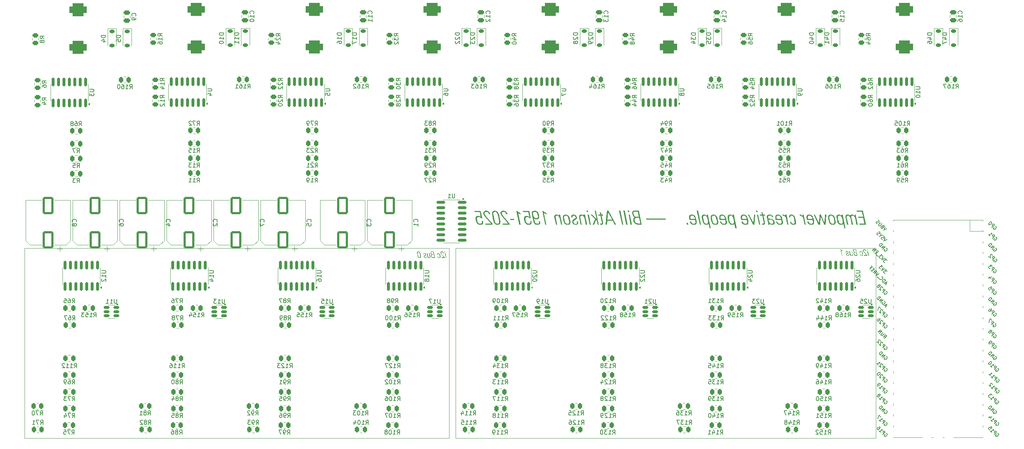
<source format=gbo>
G04 #@! TF.GenerationSoftware,KiCad,Pcbnew,9.0.0*
G04 #@! TF.CreationDate,2025-06-12T15:22:14-04:00*
G04 #@! TF.ProjectId,Oblique Palette 0.5.1 PCB Main,4f626c69-7175-4652-9050-616c65747465,rev?*
G04 #@! TF.SameCoordinates,Original*
G04 #@! TF.FileFunction,Legend,Bot*
G04 #@! TF.FilePolarity,Positive*
%FSLAX46Y46*%
G04 Gerber Fmt 4.6, Leading zero omitted, Abs format (unit mm)*
G04 Created by KiCad (PCBNEW 9.0.0) date 2025-06-12 15:22:14*
%MOMM*%
%LPD*%
G01*
G04 APERTURE LIST*
G04 Aperture macros list*
%AMRoundRect*
0 Rectangle with rounded corners*
0 $1 Rounding radius*
0 $2 $3 $4 $5 $6 $7 $8 $9 X,Y pos of 4 corners*
0 Add a 4 corners polygon primitive as box body*
4,1,4,$2,$3,$4,$5,$6,$7,$8,$9,$2,$3,0*
0 Add four circle primitives for the rounded corners*
1,1,$1+$1,$2,$3*
1,1,$1+$1,$4,$5*
1,1,$1+$1,$6,$7*
1,1,$1+$1,$8,$9*
0 Add four rect primitives between the rounded corners*
20,1,$1+$1,$2,$3,$4,$5,0*
20,1,$1+$1,$4,$5,$6,$7,0*
20,1,$1+$1,$6,$7,$8,$9,0*
20,1,$1+$1,$8,$9,$2,$3,0*%
G04 Aperture macros list end*
%ADD10C,0.300000*%
%ADD11C,0.100000*%
%ADD12C,0.150000*%
%ADD13C,0.120000*%
%ADD14RoundRect,0.150000X0.825000X0.150000X-0.825000X0.150000X-0.825000X-0.150000X0.825000X-0.150000X0*%
%ADD15R,1.700000X1.700000*%
%ADD16O,1.700000X1.700000*%
%ADD17R,1.800000X1.800000*%
%ADD18C,1.800000*%
%ADD19RoundRect,0.750000X-1.250000X-0.750000X1.250000X-0.750000X1.250000X0.750000X-1.250000X0.750000X0*%
%ADD20R,1.930000X1.830000*%
%ADD21C,2.130000*%
%ADD22RoundRect,0.250000X0.262500X0.450000X-0.262500X0.450000X-0.262500X-0.450000X0.262500X-0.450000X0*%
%ADD23RoundRect,0.250000X0.450000X-0.262500X0.450000X0.262500X-0.450000X0.262500X-0.450000X-0.262500X0*%
%ADD24RoundRect,0.250000X-0.262500X-0.450000X0.262500X-0.450000X0.262500X0.450000X-0.262500X0.450000X0*%
%ADD25RoundRect,0.150000X0.512500X0.150000X-0.512500X0.150000X-0.512500X-0.150000X0.512500X-0.150000X0*%
%ADD26RoundRect,0.225000X-0.375000X0.225000X-0.375000X-0.225000X0.375000X-0.225000X0.375000X0.225000X0*%
%ADD27RoundRect,0.250000X1.000000X-1.750000X1.000000X1.750000X-1.000000X1.750000X-1.000000X-1.750000X0*%
%ADD28RoundRect,0.150000X0.150000X-0.825000X0.150000X0.825000X-0.150000X0.825000X-0.150000X-0.825000X0*%
%ADD29RoundRect,0.250000X0.475000X-0.250000X0.475000X0.250000X-0.475000X0.250000X-0.475000X-0.250000X0*%
%ADD30R,3.500000X1.700000*%
G04 APERTURE END LIST*
D10*
G36*
X167749956Y-71676341D02*
G01*
X163187057Y-71676341D01*
X163137842Y-71445348D01*
X167700741Y-71445348D01*
X167749956Y-71676341D01*
G37*
G36*
X162132508Y-72857500D02*
G01*
X161196432Y-72857500D01*
X161066708Y-72851179D01*
X160944802Y-72832337D01*
X160834957Y-72802551D01*
X160732518Y-72761495D01*
X160639453Y-72710520D01*
X160553644Y-72649041D01*
X160403890Y-72494895D01*
X160281662Y-72295223D01*
X160188532Y-72043543D01*
X160162323Y-71935910D01*
X160134445Y-71772446D01*
X160132592Y-71740730D01*
X160443270Y-71740730D01*
X160470908Y-71955953D01*
X160505408Y-72087478D01*
X160549348Y-72201741D01*
X160597167Y-72290450D01*
X160653096Y-72366543D01*
X160713812Y-72427602D01*
X160782213Y-72478427D01*
X160944920Y-72552172D01*
X161158445Y-72592345D01*
X161316889Y-72599121D01*
X161773120Y-72599121D01*
X161491126Y-71274485D01*
X160904714Y-71274485D01*
X160803365Y-71280640D01*
X160717017Y-71298323D01*
X160647437Y-71324980D01*
X160589769Y-71360104D01*
X160506196Y-71452230D01*
X160457334Y-71576613D01*
X160443270Y-71740730D01*
X160132592Y-71740730D01*
X160125771Y-71624014D01*
X160133793Y-71523534D01*
X160155753Y-71432638D01*
X160186228Y-71363598D01*
X160228484Y-71302081D01*
X160279071Y-71251897D01*
X160341225Y-71208725D01*
X160505021Y-71143845D01*
X160536663Y-71136284D01*
X160422211Y-71100215D01*
X160321708Y-71055138D01*
X160238871Y-71004322D01*
X160167655Y-70946113D01*
X160053963Y-70806274D01*
X159966554Y-70621297D01*
X159892831Y-70350316D01*
X159867861Y-70202655D01*
X159865539Y-70166724D01*
X160173866Y-70166724D01*
X160194460Y-70336930D01*
X160199433Y-70361231D01*
X160235836Y-70500161D01*
X160284790Y-70627725D01*
X160335875Y-70722994D01*
X160397394Y-70807347D01*
X160460467Y-70871120D01*
X160532726Y-70924494D01*
X160608402Y-70963859D01*
X160692890Y-70992717D01*
X160884274Y-71015908D01*
X161435958Y-71015908D01*
X161179961Y-69813913D01*
X160607242Y-69813913D01*
X160432185Y-69823276D01*
X160349648Y-69843727D01*
X160277358Y-69882465D01*
X160220504Y-69945324D01*
X160184277Y-70038133D01*
X160173866Y-70166724D01*
X159865539Y-70166724D01*
X159859422Y-70072078D01*
X159865536Y-69970366D01*
X159884214Y-69881015D01*
X159912044Y-69809959D01*
X159950052Y-69748437D01*
X160052072Y-69655147D01*
X160197726Y-69591750D01*
X160404892Y-69558549D01*
X160509407Y-69555336D01*
X161429012Y-69555336D01*
X162132508Y-72857500D01*
G37*
G36*
X159513995Y-72857500D02*
G01*
X159021648Y-70545985D01*
X159307610Y-70545985D01*
X159799958Y-72857500D01*
X159513995Y-72857500D01*
G37*
G36*
X158855150Y-69913931D02*
G01*
X158778550Y-69555336D01*
X159128412Y-69555336D01*
X159205013Y-69913931D01*
X158855150Y-69913931D01*
G37*
G36*
X158504296Y-72857500D02*
G01*
X157800800Y-69555336D01*
X158086762Y-69555336D01*
X158790258Y-72857500D01*
X158504296Y-72857500D01*
G37*
G36*
X157494596Y-72857500D02*
G01*
X156791100Y-69555336D01*
X157077062Y-69555336D01*
X157780558Y-72857500D01*
X157494596Y-72857500D01*
G37*
G36*
X156073118Y-72857500D02*
G01*
X155767509Y-72857500D01*
X155324177Y-71993857D01*
X154046375Y-71993857D01*
X153966401Y-72857500D01*
X153648885Y-72857500D01*
X153758997Y-71735478D01*
X154072372Y-71735478D01*
X155179112Y-71735478D01*
X154234386Y-69887870D01*
X154072372Y-71735478D01*
X153758997Y-71735478D01*
X153972950Y-69555336D01*
X154328369Y-69555336D01*
X156073118Y-72857500D01*
G37*
G36*
X152717969Y-70777176D02*
G01*
X153067038Y-72416153D01*
X153083864Y-72527704D01*
X153082351Y-72625100D01*
X153067672Y-72688307D01*
X153040203Y-72742718D01*
X153004860Y-72782810D01*
X152958207Y-72815657D01*
X152826102Y-72858998D01*
X152678081Y-72870200D01*
X152410574Y-72856110D01*
X152357192Y-72606067D01*
X152582231Y-72620950D01*
X152677945Y-72613634D01*
X152739926Y-72587817D01*
X152762060Y-72561986D01*
X152774930Y-72526786D01*
X152774512Y-72410482D01*
X152745553Y-72250052D01*
X152431808Y-70777176D01*
X151967640Y-70777176D01*
X151918425Y-70545985D01*
X152382593Y-70545985D01*
X152255785Y-69950643D01*
X152568340Y-70074673D01*
X152668754Y-70545985D01*
X153037271Y-70545985D01*
X153086485Y-70777176D01*
X152717969Y-70777176D01*
G37*
G36*
X152051980Y-72857500D02*
G01*
X151765819Y-72857500D01*
X151499304Y-71606686D01*
X151499701Y-71606686D01*
X150947223Y-72857500D01*
X150587240Y-72857500D01*
X151187146Y-71578903D01*
X150146687Y-70545985D01*
X150483254Y-70545985D01*
X151491366Y-71562035D01*
X151489778Y-71562035D01*
X151062323Y-69555336D01*
X151348484Y-69555336D01*
X152051980Y-72857500D01*
G37*
G36*
X149915496Y-72857500D02*
G01*
X149423148Y-70545985D01*
X149709111Y-70545985D01*
X150201458Y-72857500D01*
X149915496Y-72857500D01*
G37*
G36*
X149256651Y-69913931D02*
G01*
X149180050Y-69555336D01*
X149529913Y-69555336D01*
X149606513Y-69913931D01*
X149256651Y-69913931D01*
G37*
G36*
X148689488Y-71414589D02*
G01*
X148654555Y-71280250D01*
X148611542Y-71163148D01*
X148561945Y-71063194D01*
X148506446Y-70978461D01*
X148445635Y-70907655D01*
X148380909Y-70850530D01*
X148239391Y-70772135D01*
X148085786Y-70739976D01*
X148054655Y-70739074D01*
X147973688Y-70745246D01*
X147905714Y-70763046D01*
X147852678Y-70789622D01*
X147809940Y-70824738D01*
X147752045Y-70918908D01*
X147728007Y-71052060D01*
X147747856Y-71248489D01*
X148090773Y-72857500D01*
X147804612Y-72857500D01*
X147459710Y-71237574D01*
X147430804Y-71057838D01*
X147432037Y-70872835D01*
X147450133Y-70788749D01*
X147483069Y-70711153D01*
X147522132Y-70655070D01*
X147573821Y-70606128D01*
X147633235Y-70568758D01*
X147705332Y-70539438D01*
X147891109Y-70508968D01*
X147939953Y-70507883D01*
X148116749Y-70531965D01*
X148288799Y-70604236D01*
X148460604Y-70728932D01*
X148567443Y-70835321D01*
X148565856Y-70835321D01*
X148504337Y-70545985D01*
X148790498Y-70545985D01*
X149282846Y-72857500D01*
X148996685Y-72857500D01*
X148689488Y-71414589D01*
G37*
G36*
X145834030Y-72253029D02*
G01*
X145818785Y-72151958D01*
X145817631Y-72061655D01*
X145828785Y-71982901D01*
X145850769Y-71912637D01*
X145925721Y-71789598D01*
X146047192Y-71678996D01*
X146262382Y-71548888D01*
X146414255Y-71461002D01*
X146538204Y-71361282D01*
X146582816Y-71302280D01*
X146612178Y-71234672D01*
X146623534Y-71156578D01*
X146614126Y-71066116D01*
X146561597Y-70935003D01*
X146468495Y-70831035D01*
X146341483Y-70762386D01*
X146199173Y-70739074D01*
X146100965Y-70745424D01*
X146023436Y-70764473D01*
X145973663Y-70789846D01*
X145935882Y-70823917D01*
X145893562Y-70912799D01*
X145885235Y-71051885D01*
X145901304Y-71184787D01*
X145620104Y-71184787D01*
X145599809Y-71057689D01*
X145595539Y-70936790D01*
X145605722Y-70843982D01*
X145629689Y-70759079D01*
X145661919Y-70694315D01*
X145705890Y-70637511D01*
X145756885Y-70593537D01*
X145818924Y-70557810D01*
X145975850Y-70514570D01*
X146084470Y-70507883D01*
X146223207Y-70514433D01*
X146354152Y-70534878D01*
X146460568Y-70564926D01*
X146558809Y-70607203D01*
X146639060Y-70656142D01*
X146711134Y-70716109D01*
X146770415Y-70782609D01*
X146821272Y-70859698D01*
X146862236Y-70945698D01*
X146893986Y-71042684D01*
X146904256Y-71085960D01*
X146919242Y-71185836D01*
X146920163Y-71275069D01*
X146908805Y-71352933D01*
X146886640Y-71422441D01*
X146811164Y-71544664D01*
X146688388Y-71655644D01*
X146485146Y-71780469D01*
X146330537Y-71872388D01*
X146204023Y-71977493D01*
X146158540Y-72039981D01*
X146128767Y-72111753D01*
X146117598Y-72194804D01*
X146127930Y-72291131D01*
X146154574Y-72385459D01*
X146191888Y-72468187D01*
X146235257Y-72533049D01*
X146287567Y-72587377D01*
X146345386Y-72628736D01*
X146411279Y-72659907D01*
X146567346Y-72690242D01*
X146599441Y-72691002D01*
X146695431Y-72684742D01*
X146772948Y-72666325D01*
X146826672Y-72640706D01*
X146868323Y-72606582D01*
X146918029Y-72518188D01*
X146933047Y-72387570D01*
X146903066Y-72167895D01*
X147193791Y-72167895D01*
X147219556Y-72313355D01*
X147228138Y-72442907D01*
X147221548Y-72539837D01*
X147201900Y-72625452D01*
X147173402Y-72691629D01*
X147134172Y-72748994D01*
X147029178Y-72833703D01*
X146877499Y-72887788D01*
X146656793Y-72908302D01*
X146534343Y-72901959D01*
X146419767Y-72882956D01*
X146318912Y-72853322D01*
X146225900Y-72812403D01*
X146144331Y-72762533D01*
X146070676Y-72702324D01*
X146006346Y-72633139D01*
X145950295Y-72554035D01*
X145863775Y-72364585D01*
X145834030Y-72253029D01*
G37*
G36*
X144378256Y-70514183D02*
G01*
X144492311Y-70532876D01*
X144596134Y-70562662D01*
X144692936Y-70603605D01*
X144864499Y-70716983D01*
X145010801Y-70874340D01*
X145132706Y-71080667D01*
X145227871Y-71343204D01*
X145255953Y-71459041D01*
X145361527Y-71954564D01*
X145388703Y-72112415D01*
X145400084Y-72257600D01*
X145396644Y-72376998D01*
X145380079Y-72485335D01*
X145353610Y-72573613D01*
X145316123Y-72652219D01*
X145271186Y-72716496D01*
X145216490Y-72771908D01*
X145081143Y-72853703D01*
X144902505Y-72899770D01*
X144765391Y-72908302D01*
X144643830Y-72902003D01*
X144529710Y-72883308D01*
X144425843Y-72853524D01*
X144329004Y-72812583D01*
X144157397Y-72699219D01*
X144011062Y-72541886D01*
X143889120Y-72335580D01*
X143793892Y-72073036D01*
X143765812Y-71957342D01*
X143660238Y-71461820D01*
X143633110Y-71303947D01*
X143621772Y-71158735D01*
X143624506Y-71064798D01*
X143926076Y-71064798D01*
X143927446Y-71278219D01*
X143979311Y-71614110D01*
X143997995Y-71704521D01*
X144070138Y-72004282D01*
X144155621Y-72255280D01*
X144211683Y-72370463D01*
X144276271Y-72468618D01*
X144336613Y-72535720D01*
X144404617Y-72590394D01*
X144473618Y-72628836D01*
X144550287Y-72656351D01*
X144718756Y-72677309D01*
X144811735Y-72671020D01*
X144889969Y-72652395D01*
X144948212Y-72625560D01*
X144995978Y-72589397D01*
X145061393Y-72493016D01*
X145095516Y-72351234D01*
X145094085Y-72137207D01*
X145042069Y-71799847D01*
X145022976Y-71707299D01*
X144951123Y-71409341D01*
X144865779Y-71159513D01*
X144809731Y-71044759D01*
X144745116Y-70946924D01*
X144684714Y-70880016D01*
X144616622Y-70825498D01*
X144547514Y-70787177D01*
X144470714Y-70759780D01*
X144303207Y-70739074D01*
X144210186Y-70745362D01*
X144131915Y-70763973D01*
X144073596Y-70790801D01*
X144025770Y-70826946D01*
X143960258Y-70923253D01*
X143926076Y-71064798D01*
X143624506Y-71064798D01*
X143625248Y-71039316D01*
X143641847Y-70930955D01*
X143668344Y-70842658D01*
X143705860Y-70764032D01*
X143750822Y-70699740D01*
X143805542Y-70644314D01*
X143940933Y-70562499D01*
X144119606Y-70516421D01*
X144256771Y-70507883D01*
X144378256Y-70514183D01*
G37*
G36*
X142882126Y-71414589D02*
G01*
X142847193Y-71280250D01*
X142804180Y-71163148D01*
X142754583Y-71063194D01*
X142699084Y-70978461D01*
X142638273Y-70907655D01*
X142573547Y-70850530D01*
X142432029Y-70772135D01*
X142278423Y-70739976D01*
X142247293Y-70739074D01*
X142166326Y-70745246D01*
X142098352Y-70763046D01*
X142045316Y-70789622D01*
X142002578Y-70824738D01*
X141944683Y-70918908D01*
X141920645Y-71052060D01*
X141940494Y-71248489D01*
X142283411Y-72857500D01*
X141997250Y-72857500D01*
X141652348Y-71237574D01*
X141623442Y-71057838D01*
X141624675Y-70872835D01*
X141642771Y-70788749D01*
X141675707Y-70711153D01*
X141714769Y-70655070D01*
X141766459Y-70606128D01*
X141825873Y-70568758D01*
X141897970Y-70539438D01*
X142083747Y-70508968D01*
X142132591Y-70507883D01*
X142309387Y-70531965D01*
X142481437Y-70604236D01*
X142653241Y-70728932D01*
X142760081Y-70835321D01*
X142758493Y-70835321D01*
X142696975Y-70545985D01*
X142983136Y-70545985D01*
X143475484Y-72857500D01*
X143189323Y-72857500D01*
X142882126Y-71414589D01*
G37*
G36*
X139816512Y-70499549D02*
G01*
X139405255Y-70234903D01*
X139167192Y-70056416D01*
X139763924Y-72857500D01*
X139477762Y-72857500D01*
X138798676Y-69669642D01*
X139064000Y-69669642D01*
X139317023Y-69884620D01*
X139652896Y-70111397D01*
X139746063Y-70168538D01*
X139816512Y-70499549D01*
G37*
G36*
X137147784Y-69625087D02*
G01*
X137266804Y-69643422D01*
X137372376Y-69672262D01*
X137468419Y-69711389D01*
X137634079Y-69818363D01*
X137772257Y-69965970D01*
X137887933Y-70161732D01*
X137983061Y-70419197D01*
X138027708Y-70598971D01*
X138063681Y-70799340D01*
X138080708Y-70977154D01*
X138079779Y-71105558D01*
X138064882Y-71219113D01*
X138040530Y-71304677D01*
X138005077Y-71379426D01*
X137962900Y-71438021D01*
X137910943Y-71487751D01*
X137779380Y-71559719D01*
X137596331Y-71598991D01*
X137474238Y-71604702D01*
X137364092Y-71598231D01*
X137254187Y-71578339D01*
X137152054Y-71546534D01*
X137053154Y-71501474D01*
X136964639Y-71446626D01*
X136881466Y-71379081D01*
X136831960Y-71329171D01*
X136873347Y-71505522D01*
X137006455Y-72039139D01*
X137072644Y-72237206D01*
X137147820Y-72393104D01*
X137238906Y-72509580D01*
X137352825Y-72589379D01*
X137496500Y-72635245D01*
X137676853Y-72649924D01*
X137772568Y-72643644D01*
X137852556Y-72625087D01*
X137910959Y-72598630D01*
X137957878Y-72563106D01*
X138017108Y-72471338D01*
X138039498Y-72341497D01*
X138015206Y-72139120D01*
X138319624Y-72139120D01*
X138340790Y-72287101D01*
X138345473Y-72417852D01*
X138336153Y-72516817D01*
X138314341Y-72603793D01*
X138283998Y-72671929D01*
X138243358Y-72730918D01*
X138135673Y-72819644D01*
X137981431Y-72878851D01*
X137759808Y-72907068D01*
X137692927Y-72908302D01*
X137546750Y-72901909D01*
X137416167Y-72882561D01*
X137311502Y-72854065D01*
X137217352Y-72814814D01*
X137136798Y-72767396D01*
X137064099Y-72709951D01*
X136937193Y-72561566D01*
X136824445Y-72350768D01*
X136715359Y-72038710D01*
X136589870Y-71531451D01*
X136528835Y-71249084D01*
X136445289Y-70857151D01*
X136384520Y-70554535D01*
X136347107Y-70289052D01*
X136346449Y-70169381D01*
X136645790Y-70169381D01*
X136649604Y-70344443D01*
X136702278Y-70635485D01*
X136735266Y-70769578D01*
X136793719Y-70931993D01*
X136888194Y-71096511D01*
X136952238Y-71171365D01*
X137029246Y-71236914D01*
X137103737Y-71281795D01*
X137188764Y-71316197D01*
X137276459Y-71336915D01*
X137374182Y-71345870D01*
X137394463Y-71346125D01*
X137482691Y-71339947D01*
X137556927Y-71322101D01*
X137614982Y-71295526D01*
X137662321Y-71260367D01*
X137728798Y-71166398D01*
X137763586Y-71032860D01*
X137763307Y-70844190D01*
X137724084Y-70601749D01*
X137673003Y-70401939D01*
X137599806Y-70216600D01*
X137545820Y-70124395D01*
X137480395Y-70043309D01*
X137416845Y-69986605D01*
X137343547Y-69940347D01*
X137267628Y-69908447D01*
X137182209Y-69887277D01*
X137060674Y-69877416D01*
X136952445Y-69883620D01*
X136863321Y-69901647D01*
X136797766Y-69927457D01*
X136745474Y-69961601D01*
X136677781Y-70048646D01*
X136645790Y-70169381D01*
X136346449Y-70169381D01*
X136345868Y-70063591D01*
X136362820Y-69966771D01*
X136393623Y-69881038D01*
X136430351Y-69819251D01*
X136478358Y-69765365D01*
X136603116Y-69685767D01*
X136784146Y-69635370D01*
X137017611Y-69618839D01*
X137147784Y-69625087D01*
G37*
G36*
X135138712Y-70812698D02*
G01*
X135261707Y-70819154D01*
X135370349Y-70838939D01*
X135546594Y-70909936D01*
X135739015Y-71040119D01*
X135502069Y-69928219D01*
X134314560Y-69928219D01*
X134259392Y-69669642D01*
X135733062Y-69669642D01*
X136102571Y-71404071D01*
X135826530Y-71404071D01*
X135749799Y-71282287D01*
X135629119Y-71179770D01*
X135467981Y-71104696D01*
X135286935Y-71071743D01*
X135263932Y-71071275D01*
X135162591Y-71077472D01*
X135077926Y-71095450D01*
X135013511Y-71121699D01*
X134961264Y-71156476D01*
X134890288Y-71246852D01*
X134853488Y-71372810D01*
X134851681Y-71552067D01*
X134901964Y-71856928D01*
X134962779Y-72095216D01*
X135053953Y-72318246D01*
X135110712Y-72409432D01*
X135178786Y-72489547D01*
X135244559Y-72545569D01*
X135319927Y-72590985D01*
X135397461Y-72621891D01*
X135484267Y-72641851D01*
X135593752Y-72649924D01*
X135700416Y-72643610D01*
X135789965Y-72624815D01*
X135854828Y-72598279D01*
X135907481Y-72562489D01*
X135945965Y-72520890D01*
X135974542Y-72471486D01*
X136003712Y-72344962D01*
X135991325Y-72164135D01*
X135974771Y-72084547D01*
X136278990Y-72084547D01*
X136305792Y-72224673D01*
X136316431Y-72351185D01*
X136312335Y-72453513D01*
X136295422Y-72545097D01*
X136268664Y-72619950D01*
X136231269Y-72685929D01*
X136129474Y-72788494D01*
X135985143Y-72860538D01*
X135785143Y-72901544D01*
X135641577Y-72908302D01*
X135515391Y-72902084D01*
X135399548Y-72883960D01*
X135294482Y-72855037D01*
X135198622Y-72815976D01*
X135029719Y-72708154D01*
X134886266Y-72559202D01*
X134764635Y-72363225D01*
X134663797Y-72110420D01*
X134598538Y-71859706D01*
X134591702Y-71827769D01*
X134534610Y-71505990D01*
X134526650Y-71336621D01*
X134547282Y-71175190D01*
X134571804Y-71100636D01*
X134607655Y-71031889D01*
X134656228Y-70970223D01*
X134718917Y-70916912D01*
X134797117Y-70873230D01*
X134892220Y-70840451D01*
X135005620Y-70819849D01*
X135138712Y-70812698D01*
G37*
G36*
X133758312Y-70499549D02*
G01*
X133347055Y-70234903D01*
X133108993Y-70056416D01*
X133705724Y-72857500D01*
X133419563Y-72857500D01*
X132740476Y-69669642D01*
X133005800Y-69669642D01*
X133258823Y-69884620D01*
X133594697Y-70111397D01*
X133687864Y-70168538D01*
X133758312Y-70499549D01*
G37*
G36*
X131311259Y-71777946D02*
G01*
X131253312Y-71506073D01*
X132185419Y-71506073D01*
X132243366Y-71777946D01*
X131311259Y-71777946D01*
G37*
G36*
X129521661Y-72599121D02*
G01*
X130812164Y-72599121D01*
X130238335Y-71948300D01*
X129681433Y-71313837D01*
X129329345Y-70882944D01*
X129214033Y-70716894D01*
X129130638Y-70569407D01*
X129072729Y-70429705D01*
X129033877Y-70287011D01*
X129017172Y-70178916D01*
X129014897Y-70082584D01*
X129025182Y-70000588D01*
X129046614Y-69928320D01*
X129118503Y-69810987D01*
X129229305Y-69721652D01*
X129384980Y-69657796D01*
X129592930Y-69623100D01*
X129709392Y-69618839D01*
X129828327Y-69625487D01*
X129950782Y-69646619D01*
X130061455Y-69679459D01*
X130170428Y-69726750D01*
X130264996Y-69782552D01*
X130354907Y-69851970D01*
X130432108Y-69928593D01*
X130502853Y-70018239D01*
X130562830Y-70115853D01*
X130614899Y-70226430D01*
X130684562Y-70456089D01*
X130398599Y-70456089D01*
X130368877Y-70347381D01*
X130327822Y-70246519D01*
X130278390Y-70158959D01*
X130219150Y-70081009D01*
X130154636Y-70017494D01*
X130081843Y-69964579D01*
X130005340Y-69925105D01*
X129921741Y-69896933D01*
X129761584Y-69877416D01*
X129614836Y-69886237D01*
X129484190Y-69922584D01*
X129430545Y-69955245D01*
X129386717Y-70000028D01*
X129358744Y-70048711D01*
X129340372Y-70108435D01*
X129336936Y-70263510D01*
X129350996Y-70348133D01*
X129410914Y-70511623D01*
X129551515Y-70742926D01*
X129822055Y-71089989D01*
X130404875Y-71751560D01*
X131148929Y-72593366D01*
X131205089Y-72857500D01*
X129576829Y-72857500D01*
X129521661Y-72599121D01*
G37*
G36*
X127786581Y-69625056D02*
G01*
X127903520Y-69643172D01*
X128008144Y-69671856D01*
X128102944Y-69710534D01*
X128267782Y-69816696D01*
X128406464Y-69963344D01*
X128524493Y-70158136D01*
X128625713Y-70415827D01*
X128717360Y-70767508D01*
X128749835Y-70917772D01*
X128749899Y-70918074D01*
X128896552Y-71606488D01*
X128896803Y-71607668D01*
X128980816Y-72062699D01*
X128997025Y-72281496D01*
X128980572Y-72481813D01*
X128956473Y-72572074D01*
X128919859Y-72654153D01*
X128869280Y-72726862D01*
X128803287Y-72789014D01*
X128720431Y-72839421D01*
X128619260Y-72876897D01*
X128498327Y-72900253D01*
X128356180Y-72908302D01*
X128227790Y-72902085D01*
X128110804Y-72883970D01*
X128006138Y-72855285D01*
X127911300Y-72816607D01*
X127746403Y-72710450D01*
X127607682Y-72563821D01*
X127489636Y-72369076D01*
X127388432Y-72111493D01*
X127296878Y-71760087D01*
X127264323Y-71609266D01*
X127117670Y-70920852D01*
X127117640Y-70920711D01*
X127033425Y-70465393D01*
X127027805Y-70389881D01*
X127324079Y-70389881D01*
X127361959Y-70640049D01*
X127627084Y-71884512D01*
X127668508Y-72049608D01*
X127716033Y-72189217D01*
X127767396Y-72303036D01*
X127822688Y-72396526D01*
X127880797Y-72471466D01*
X127940953Y-72530122D01*
X128068909Y-72608640D01*
X128208939Y-72644747D01*
X128303790Y-72649924D01*
X128432274Y-72638816D01*
X128496702Y-72619579D01*
X128557008Y-72586464D01*
X128601665Y-72545865D01*
X128639464Y-72491198D01*
X128666391Y-72427422D01*
X128684735Y-72348729D01*
X128689937Y-72137361D01*
X128652065Y-71887291D01*
X128386939Y-70642827D01*
X128345515Y-70477732D01*
X128297992Y-70338123D01*
X128246628Y-70224298D01*
X128191336Y-70130805D01*
X128133227Y-70055860D01*
X128073074Y-69997200D01*
X127945132Y-69918683D01*
X127805145Y-69882586D01*
X127710432Y-69877416D01*
X127581851Y-69888524D01*
X127517390Y-69907760D01*
X127457059Y-69940876D01*
X127412392Y-69981468D01*
X127374585Y-70036126D01*
X127347652Y-70099888D01*
X127329300Y-70178561D01*
X127324079Y-70389881D01*
X127027805Y-70389881D01*
X127017125Y-70246394D01*
X127033515Y-70045863D01*
X127057598Y-69955499D01*
X127094208Y-69873322D01*
X127144798Y-69800522D01*
X127210818Y-69738290D01*
X127293721Y-69687815D01*
X127394958Y-69650289D01*
X127515980Y-69626900D01*
X127658241Y-69618839D01*
X127786581Y-69625056D01*
G37*
G36*
X125482861Y-72599121D02*
G01*
X126773364Y-72599121D01*
X126199535Y-71948300D01*
X125642633Y-71313837D01*
X125290545Y-70882944D01*
X125175234Y-70716894D01*
X125091838Y-70569407D01*
X125033929Y-70429705D01*
X124995078Y-70287011D01*
X124978373Y-70178916D01*
X124976097Y-70082584D01*
X124986383Y-70000588D01*
X125007814Y-69928320D01*
X125079703Y-69810987D01*
X125190505Y-69721652D01*
X125346180Y-69657796D01*
X125554131Y-69623100D01*
X125670592Y-69618839D01*
X125789527Y-69625487D01*
X125911982Y-69646619D01*
X126022656Y-69679459D01*
X126131629Y-69726750D01*
X126226197Y-69782552D01*
X126316107Y-69851970D01*
X126393309Y-69928593D01*
X126464054Y-70018239D01*
X126524031Y-70115853D01*
X126576099Y-70226430D01*
X126645762Y-70456089D01*
X126359800Y-70456089D01*
X126330078Y-70347381D01*
X126289022Y-70246519D01*
X126239590Y-70158959D01*
X126180350Y-70081009D01*
X126115836Y-70017494D01*
X126043043Y-69964579D01*
X125966540Y-69925105D01*
X125882942Y-69896933D01*
X125722784Y-69877416D01*
X125576037Y-69886237D01*
X125445390Y-69922584D01*
X125391745Y-69955245D01*
X125347917Y-70000028D01*
X125319944Y-70048711D01*
X125301572Y-70108435D01*
X125298136Y-70263510D01*
X125312196Y-70348133D01*
X125372114Y-70511623D01*
X125512716Y-70742926D01*
X125783255Y-71089989D01*
X126366076Y-71751560D01*
X127110129Y-72593366D01*
X127166290Y-72857500D01*
X125538029Y-72857500D01*
X125482861Y-72599121D01*
G37*
G36*
X123778000Y-70812698D02*
G01*
X123900995Y-70819154D01*
X124009637Y-70838939D01*
X124185882Y-70909936D01*
X124378303Y-71040119D01*
X124141357Y-69928219D01*
X122953849Y-69928219D01*
X122898680Y-69669642D01*
X124372350Y-69669642D01*
X124741859Y-71404071D01*
X124465819Y-71404071D01*
X124389087Y-71282287D01*
X124268407Y-71179770D01*
X124107269Y-71104696D01*
X123926223Y-71071743D01*
X123903220Y-71071275D01*
X123801880Y-71077472D01*
X123717214Y-71095450D01*
X123652800Y-71121699D01*
X123600552Y-71156476D01*
X123529576Y-71246852D01*
X123492776Y-71372810D01*
X123490969Y-71552067D01*
X123541253Y-71856928D01*
X123602068Y-72095216D01*
X123693241Y-72318246D01*
X123750001Y-72409432D01*
X123818074Y-72489547D01*
X123883847Y-72545569D01*
X123959215Y-72590985D01*
X124036750Y-72621891D01*
X124123555Y-72641851D01*
X124233040Y-72649924D01*
X124339704Y-72643610D01*
X124429253Y-72624815D01*
X124494116Y-72598279D01*
X124546769Y-72562489D01*
X124585253Y-72520890D01*
X124613830Y-72471486D01*
X124643000Y-72344962D01*
X124630613Y-72164135D01*
X124614059Y-72084547D01*
X124918278Y-72084547D01*
X124945080Y-72224673D01*
X124955719Y-72351185D01*
X124951623Y-72453513D01*
X124934710Y-72545097D01*
X124907952Y-72619950D01*
X124870558Y-72685929D01*
X124768762Y-72788494D01*
X124624431Y-72860538D01*
X124424431Y-72901544D01*
X124280866Y-72908302D01*
X124154679Y-72902084D01*
X124038836Y-72883960D01*
X123933770Y-72855037D01*
X123837910Y-72815976D01*
X123669007Y-72708154D01*
X123525554Y-72559202D01*
X123403923Y-72363225D01*
X123303085Y-72110420D01*
X123237827Y-71859706D01*
X123230991Y-71827769D01*
X123173898Y-71505990D01*
X123165939Y-71336621D01*
X123186570Y-71175190D01*
X123211092Y-71100636D01*
X123246943Y-71031889D01*
X123295516Y-70970223D01*
X123358205Y-70916912D01*
X123436405Y-70873230D01*
X123531508Y-70840451D01*
X123644909Y-70819849D01*
X123778000Y-70812698D01*
G37*
D11*
X118500000Y-78410000D02*
X217000000Y-78410000D01*
X217000000Y-122910000D01*
X118500000Y-122910000D01*
X118500000Y-78410000D01*
X17500000Y-78410000D02*
X117000000Y-78410000D01*
X117000000Y-122910000D01*
X17500000Y-122910000D01*
X17500000Y-78410000D01*
D10*
G36*
X116198665Y-80655000D02*
G01*
X115971427Y-79588147D01*
X116103410Y-79588147D01*
X116330648Y-80655000D01*
X116198665Y-80655000D01*
G37*
G36*
X115894583Y-79296429D02*
G01*
X115859228Y-79130924D01*
X116020703Y-79130924D01*
X116056058Y-79296429D01*
X115894583Y-79296429D01*
G37*
G36*
X115175867Y-80535748D02*
G01*
X115771484Y-80535748D01*
X115506640Y-80235369D01*
X115249609Y-79942540D01*
X115087106Y-79743666D01*
X115033886Y-79667028D01*
X114995395Y-79598957D01*
X114968668Y-79534479D01*
X114950737Y-79468620D01*
X114943027Y-79418730D01*
X114941976Y-79374269D01*
X114946724Y-79336425D01*
X114956615Y-79303070D01*
X114989794Y-79248917D01*
X115040934Y-79207685D01*
X115112784Y-79178213D01*
X115208761Y-79162200D01*
X115262513Y-79160233D01*
X115317406Y-79163301D01*
X115373923Y-79173054D01*
X115425003Y-79188212D01*
X115475299Y-79210038D01*
X115518945Y-79235793D01*
X115560442Y-79267832D01*
X115596074Y-79303197D01*
X115628725Y-79344572D01*
X115656407Y-79389624D01*
X115680439Y-79440660D01*
X115712591Y-79546656D01*
X115580608Y-79546656D01*
X115566890Y-79496483D01*
X115547942Y-79449932D01*
X115525127Y-79409519D01*
X115497786Y-79373542D01*
X115468010Y-79344228D01*
X115434413Y-79319805D01*
X115399104Y-79301586D01*
X115360520Y-79288584D01*
X115286601Y-79279576D01*
X115218872Y-79283648D01*
X115158573Y-79300423D01*
X115133814Y-79315497D01*
X115113586Y-79336167D01*
X115100675Y-79358636D01*
X115092196Y-79386201D01*
X115090610Y-79457774D01*
X115097099Y-79496830D01*
X115124754Y-79572287D01*
X115189646Y-79679042D01*
X115314511Y-79839225D01*
X115583505Y-80144566D01*
X115926914Y-80533092D01*
X115952834Y-80655000D01*
X115201330Y-80655000D01*
X115175867Y-80535748D01*
G37*
G36*
X114209856Y-79901846D02*
G01*
X114198052Y-79845137D01*
X114193426Y-79793952D01*
X114195294Y-79751047D01*
X114202864Y-79712857D01*
X114215075Y-79680915D01*
X114231940Y-79653128D01*
X114278073Y-79610230D01*
X114342593Y-79582221D01*
X114429156Y-79570660D01*
X114438834Y-79570561D01*
X114496073Y-79573589D01*
X114551510Y-79583060D01*
X114599090Y-79597430D01*
X114644537Y-79617809D01*
X114684453Y-79642416D01*
X114721993Y-79672865D01*
X114755645Y-79708007D01*
X114786617Y-79749163D01*
X114804374Y-79777832D01*
X114841683Y-79866059D01*
X114887435Y-80026483D01*
X114910803Y-80129175D01*
X114947049Y-80325664D01*
X114953334Y-80418244D01*
X114945024Y-80502180D01*
X114933823Y-80539765D01*
X114917088Y-80573819D01*
X114894190Y-80603887D01*
X114864499Y-80629511D01*
X114827388Y-80650236D01*
X114782229Y-80665604D01*
X114728391Y-80675160D01*
X114665247Y-80678447D01*
X114617069Y-80674969D01*
X114559800Y-80662348D01*
X114514160Y-80645109D01*
X114468044Y-80619666D01*
X114431372Y-80591859D01*
X114396730Y-80556946D01*
X114368550Y-80519440D01*
X114343534Y-80475253D01*
X114323589Y-80427243D01*
X114307691Y-80372474D01*
X114300806Y-80338827D01*
X114432514Y-80338827D01*
X114462102Y-80431784D01*
X114481647Y-80471937D01*
X114506234Y-80506615D01*
X114530597Y-80529873D01*
X114559854Y-80548497D01*
X114591275Y-80560985D01*
X114627881Y-80568883D01*
X114673124Y-80571835D01*
X114706226Y-80568979D01*
X114733973Y-80560715D01*
X114755681Y-80548293D01*
X114773232Y-80531799D01*
X114798002Y-80485589D01*
X114809460Y-80415847D01*
X114804150Y-80312340D01*
X114770760Y-80130457D01*
X114712691Y-79907039D01*
X114670560Y-79797524D01*
X114648858Y-79764861D01*
X114623599Y-79737053D01*
X114595023Y-79714091D01*
X114563934Y-79696490D01*
X114530916Y-79684458D01*
X114496510Y-79678186D01*
X114477119Y-79677265D01*
X114436091Y-79680146D01*
X114402232Y-79688588D01*
X114377667Y-79700648D01*
X114358331Y-79716726D01*
X114334775Y-79758563D01*
X114328224Y-79818433D01*
X114341839Y-79901846D01*
X114209856Y-79901846D01*
G37*
G36*
X113677621Y-80655000D02*
G01*
X113245586Y-80655000D01*
X113185713Y-80652082D01*
X113129449Y-80643386D01*
X113078751Y-80629639D01*
X113031471Y-80610690D01*
X112988518Y-80587163D01*
X112948914Y-80558788D01*
X112879797Y-80487644D01*
X112823384Y-80395487D01*
X112780401Y-80279327D01*
X112768305Y-80229651D01*
X112755438Y-80154206D01*
X112754583Y-80139568D01*
X112897973Y-80139568D01*
X112910729Y-80238901D01*
X112926652Y-80299605D01*
X112946932Y-80352342D01*
X112969002Y-80393285D01*
X112994815Y-80428404D01*
X113022838Y-80456585D01*
X113054408Y-80480043D01*
X113129503Y-80514079D01*
X113228053Y-80532620D01*
X113301181Y-80535748D01*
X113511749Y-80535748D01*
X113381598Y-79924378D01*
X113110947Y-79924378D01*
X113064170Y-79927218D01*
X113024317Y-79935380D01*
X112992203Y-79947683D01*
X112965587Y-79963894D01*
X112927015Y-80006414D01*
X112904464Y-80063821D01*
X112897973Y-80139568D01*
X112754583Y-80139568D01*
X112751435Y-80085698D01*
X112755137Y-80039323D01*
X112765273Y-79997371D01*
X112779338Y-79965506D01*
X112798841Y-79937114D01*
X112822188Y-79913952D01*
X112850875Y-79894027D01*
X112926473Y-79864082D01*
X112941078Y-79860592D01*
X112888253Y-79843945D01*
X112841867Y-79823141D01*
X112803635Y-79799687D01*
X112770765Y-79772821D01*
X112718292Y-79708280D01*
X112677950Y-79622906D01*
X112643924Y-79497838D01*
X112632399Y-79429687D01*
X112631327Y-79413103D01*
X112773632Y-79413103D01*
X112783137Y-79491660D01*
X112785432Y-79502875D01*
X112802234Y-79566997D01*
X112824828Y-79625873D01*
X112848406Y-79669843D01*
X112876799Y-79708775D01*
X112905910Y-79738209D01*
X112939260Y-79762843D01*
X112974187Y-79781012D01*
X113013182Y-79794331D01*
X113101513Y-79805034D01*
X113356136Y-79805034D01*
X113237984Y-79250267D01*
X112973652Y-79250267D01*
X112892856Y-79254589D01*
X112854762Y-79264027D01*
X112821398Y-79281907D01*
X112795158Y-79310918D01*
X112778437Y-79353753D01*
X112773632Y-79413103D01*
X112631327Y-79413103D01*
X112628504Y-79369420D01*
X112631326Y-79322477D01*
X112639947Y-79281238D01*
X112652791Y-79248442D01*
X112670333Y-79220047D01*
X112717420Y-79176991D01*
X112784645Y-79147731D01*
X112880260Y-79132407D01*
X112928497Y-79130924D01*
X113352930Y-79130924D01*
X113677621Y-80655000D01*
G37*
G36*
X111874101Y-79588147D02*
G01*
X112034202Y-80340293D01*
X112061895Y-80409850D01*
X112087796Y-80450134D01*
X112121613Y-80489420D01*
X112155483Y-80518784D01*
X112194696Y-80543373D01*
X112231703Y-80558970D01*
X112272439Y-80568808D01*
X112312181Y-80571835D01*
X112344956Y-80569025D01*
X112372043Y-80561084D01*
X112410611Y-80533331D01*
X112434184Y-80490315D01*
X112443871Y-80429763D01*
X112438287Y-80355146D01*
X112432477Y-80325312D01*
X112431891Y-80322616D01*
X112275453Y-79588147D01*
X112407436Y-79588147D01*
X112567995Y-80342399D01*
X112578702Y-80407497D01*
X112581619Y-80469718D01*
X112577414Y-80515401D01*
X112566651Y-80557250D01*
X112552178Y-80588443D01*
X112532213Y-80615849D01*
X112509275Y-80636780D01*
X112481251Y-80653874D01*
X112410734Y-80674761D01*
X112356786Y-80678447D01*
X112308342Y-80675538D01*
X112263040Y-80666899D01*
X112180663Y-80633672D01*
X112098105Y-80575346D01*
X112059298Y-80539778D01*
X112059939Y-80539778D01*
X112084486Y-80655000D01*
X111969264Y-80655000D01*
X111742027Y-79588147D01*
X111874101Y-79588147D01*
G37*
G36*
X111051338Y-80376013D02*
G01*
X111044302Y-80329365D01*
X111043770Y-80287687D01*
X111048918Y-80251339D01*
X111059064Y-80218909D01*
X111093657Y-80162122D01*
X111149721Y-80111075D01*
X111249040Y-80051025D01*
X111319135Y-80010462D01*
X111376342Y-79964438D01*
X111396932Y-79937206D01*
X111410484Y-79906002D01*
X111415725Y-79869959D01*
X111411383Y-79828207D01*
X111387139Y-79767694D01*
X111344168Y-79719708D01*
X111285548Y-79688024D01*
X111219866Y-79677265D01*
X111174539Y-79680196D01*
X111138756Y-79688987D01*
X111115785Y-79700698D01*
X111098347Y-79716423D01*
X111078815Y-79757445D01*
X111074971Y-79821639D01*
X111082388Y-79882978D01*
X110952603Y-79882978D01*
X110943237Y-79824318D01*
X110941266Y-79768518D01*
X110945966Y-79725684D01*
X110957027Y-79686498D01*
X110971903Y-79656607D01*
X110992197Y-79630390D01*
X111015733Y-79610094D01*
X111044366Y-79593604D01*
X111116794Y-79573647D01*
X111166926Y-79570561D01*
X111230959Y-79573584D01*
X111291395Y-79583020D01*
X111340510Y-79596889D01*
X111385852Y-79616401D01*
X111422891Y-79638988D01*
X111456156Y-79666665D01*
X111483516Y-79697358D01*
X111506989Y-79732937D01*
X111525895Y-79772630D01*
X111540549Y-79817392D01*
X111545289Y-79837366D01*
X111552206Y-79883463D01*
X111552631Y-79924647D01*
X111547389Y-79960584D01*
X111537159Y-79992665D01*
X111502323Y-80049076D01*
X111445657Y-80100297D01*
X111351853Y-80157909D01*
X111280496Y-80200332D01*
X111222104Y-80248843D01*
X111201112Y-80277683D01*
X111187371Y-80310809D01*
X111182216Y-80349140D01*
X111186985Y-80393599D01*
X111199282Y-80437135D01*
X111216504Y-80475317D01*
X111236520Y-80505253D01*
X111260663Y-80530327D01*
X111287349Y-80549416D01*
X111317761Y-80563803D01*
X111389792Y-80577804D01*
X111404605Y-80578155D01*
X111448908Y-80575265D01*
X111484685Y-80566765D01*
X111509481Y-80554941D01*
X111528704Y-80539191D01*
X111551646Y-80498394D01*
X111558577Y-80438109D01*
X111544740Y-80336721D01*
X111678920Y-80336721D01*
X111690812Y-80403856D01*
X111694773Y-80463649D01*
X111691731Y-80508386D01*
X111682663Y-80547901D01*
X111669510Y-80578444D01*
X111651404Y-80604920D01*
X111602945Y-80644016D01*
X111532940Y-80668979D01*
X111431075Y-80678447D01*
X111374560Y-80675519D01*
X111321679Y-80666749D01*
X111275130Y-80653071D01*
X111232201Y-80634186D01*
X111194554Y-80611169D01*
X111160560Y-80583380D01*
X111130869Y-80551448D01*
X111104999Y-80514939D01*
X111065067Y-80427501D01*
X111051338Y-80376013D01*
G37*
G36*
X109829213Y-79163103D02*
G01*
X109883185Y-79171464D01*
X109931473Y-79184703D01*
X109975227Y-79202554D01*
X110051306Y-79251552D01*
X110115313Y-79319235D01*
X110169788Y-79409139D01*
X110216505Y-79528074D01*
X110258804Y-79690388D01*
X110273792Y-79759741D01*
X110273822Y-79759880D01*
X110341508Y-80077609D01*
X110341624Y-80078154D01*
X110380399Y-80288169D01*
X110387880Y-80389152D01*
X110380286Y-80481606D01*
X110369164Y-80523265D01*
X110352265Y-80561147D01*
X110328921Y-80594705D01*
X110298463Y-80623391D01*
X110260221Y-80646656D01*
X110213527Y-80663952D01*
X110157711Y-80674732D01*
X110092105Y-80678447D01*
X110032848Y-80675578D01*
X109978855Y-80667216D01*
X109930548Y-80653978D01*
X109886776Y-80636126D01*
X109810670Y-80587131D01*
X109746645Y-80519456D01*
X109692162Y-80429573D01*
X109645453Y-80310689D01*
X109603197Y-80148501D01*
X109588171Y-80078892D01*
X109520485Y-79761162D01*
X109520471Y-79761097D01*
X109481603Y-79550950D01*
X109479009Y-79516099D01*
X109615751Y-79516099D01*
X109633234Y-79631561D01*
X109755600Y-80205928D01*
X109774718Y-80282127D01*
X109796653Y-80346561D01*
X109820359Y-80399093D01*
X109845878Y-80442242D01*
X109872698Y-80476830D01*
X109900462Y-80503902D01*
X109959519Y-80540141D01*
X110024148Y-80556806D01*
X110067925Y-80559195D01*
X110127226Y-80554069D01*
X110156962Y-80545190D01*
X110184795Y-80529906D01*
X110205406Y-80511168D01*
X110222852Y-80485937D01*
X110235280Y-80456502D01*
X110243746Y-80420183D01*
X110246147Y-80322628D01*
X110228668Y-80207211D01*
X110106302Y-79632843D01*
X110087183Y-79556645D01*
X110065249Y-79492210D01*
X110041543Y-79439676D01*
X110016024Y-79396525D01*
X109989204Y-79361935D01*
X109961441Y-79334861D01*
X109902391Y-79298623D01*
X109837782Y-79281962D01*
X109794068Y-79279576D01*
X109734723Y-79284703D01*
X109704971Y-79293581D01*
X109677126Y-79308866D01*
X109656511Y-79327600D01*
X109639061Y-79352827D01*
X109626631Y-79382256D01*
X109618161Y-79418567D01*
X109615751Y-79516099D01*
X109479009Y-79516099D01*
X109474080Y-79449874D01*
X109481645Y-79357321D01*
X109492760Y-79315615D01*
X109509657Y-79277687D01*
X109533006Y-79244087D01*
X109563477Y-79215364D01*
X109601740Y-79192068D01*
X109648464Y-79174748D01*
X109704321Y-79163954D01*
X109769979Y-79160233D01*
X109829213Y-79163103D01*
G37*
G36*
X213956960Y-69555336D02*
G01*
X214660456Y-72857500D01*
X213127649Y-72857500D01*
X213072481Y-72599121D01*
X214301068Y-72599121D01*
X214021853Y-71287186D01*
X212879788Y-71287186D01*
X212824620Y-71028609D01*
X213966684Y-71028609D01*
X213707909Y-69813913D01*
X212511272Y-69813913D01*
X212456103Y-69555336D01*
X213956960Y-69555336D01*
G37*
G36*
X212108225Y-71378273D02*
G01*
X212076651Y-71261579D01*
X212031194Y-71145592D01*
X211977028Y-71043599D01*
X211911081Y-70950230D01*
X211844621Y-70879465D01*
X211769370Y-70820493D01*
X211696699Y-70780686D01*
X211617366Y-70753336D01*
X211499389Y-70739074D01*
X211432402Y-70745212D01*
X211376722Y-70762773D01*
X211298221Y-70824370D01*
X211251326Y-70922019D01*
X211236280Y-71064587D01*
X211252917Y-71212371D01*
X211603574Y-72857500D01*
X211317611Y-72857500D01*
X211002675Y-71378273D01*
X210971101Y-71261579D01*
X210925640Y-71145592D01*
X210871476Y-71043614D01*
X210805529Y-70950257D01*
X210739066Y-70879500D01*
X210663808Y-70820529D01*
X210591120Y-70780717D01*
X210511764Y-70753357D01*
X210393640Y-70739074D01*
X210326704Y-70745212D01*
X210271064Y-70762773D01*
X210192615Y-70824375D01*
X210145750Y-70922052D01*
X210130730Y-71064678D01*
X210147367Y-71212371D01*
X210498024Y-72857500D01*
X210211863Y-72857500D01*
X209847513Y-71146685D01*
X209834095Y-71033578D01*
X209834931Y-70928308D01*
X209848383Y-70839710D01*
X209874121Y-70759599D01*
X209908638Y-70694390D01*
X209953719Y-70637781D01*
X210006294Y-70592706D01*
X210068555Y-70556582D01*
X210221874Y-70513658D01*
X210315452Y-70507883D01*
X210502824Y-70532455D01*
X210678754Y-70605207D01*
X210838810Y-70725445D01*
X210951873Y-70856555D01*
X210966933Y-70787329D01*
X210993132Y-70724613D01*
X211076892Y-70619277D01*
X211199878Y-70544916D01*
X211357600Y-70509539D01*
X211402943Y-70507883D01*
X211582694Y-70531830D01*
X211754533Y-70603058D01*
X211916411Y-70722103D01*
X212021504Y-70835321D01*
X212019718Y-70835321D01*
X211958199Y-70545985D01*
X212216974Y-70545985D01*
X212709322Y-72857500D01*
X212423161Y-72857500D01*
X212108225Y-71378273D01*
G37*
G36*
X208506693Y-70534056D02*
G01*
X208604215Y-70568382D01*
X208703330Y-70617685D01*
X208796910Y-70679153D01*
X208887408Y-70755300D01*
X208954432Y-70825434D01*
X208893974Y-70545985D01*
X209171007Y-70545985D01*
X209847315Y-73721142D01*
X209561154Y-73721142D01*
X209324069Y-72608076D01*
X209282264Y-72689755D01*
X209233048Y-72758666D01*
X209179710Y-72812241D01*
X209121764Y-72853168D01*
X208992236Y-72900678D01*
X208906476Y-72908302D01*
X208775098Y-72902002D01*
X208654324Y-72883304D01*
X208548627Y-72854197D01*
X208451824Y-72814348D01*
X208365019Y-72764990D01*
X208286097Y-72705765D01*
X208148081Y-72555387D01*
X208032777Y-72354755D01*
X207938934Y-72089292D01*
X207906500Y-71954763D01*
X207796759Y-71438998D01*
X207751225Y-71168769D01*
X207747743Y-71064798D01*
X208067161Y-71064798D01*
X208068531Y-71278219D01*
X208120396Y-71614110D01*
X208139081Y-71704521D01*
X208211223Y-72004282D01*
X208296706Y-72255280D01*
X208352768Y-72370463D01*
X208417356Y-72468618D01*
X208477698Y-72535720D01*
X208545703Y-72590394D01*
X208614703Y-72628836D01*
X208691372Y-72656351D01*
X208859841Y-72677309D01*
X208926802Y-72670935D01*
X208989201Y-72651714D01*
X209043112Y-72621538D01*
X209091053Y-72579588D01*
X209131465Y-72526769D01*
X209164361Y-72462341D01*
X209204532Y-72294440D01*
X209201465Y-72067704D01*
X209175769Y-71911898D01*
X209088651Y-71502700D01*
X209053665Y-71367653D01*
X209010446Y-71247614D01*
X208900752Y-71043880D01*
X208767375Y-70890129D01*
X208621021Y-70787961D01*
X208547451Y-70757232D01*
X208480822Y-70741652D01*
X208444293Y-70739074D01*
X208351271Y-70745362D01*
X208273000Y-70763973D01*
X208214681Y-70790801D01*
X208166855Y-70826946D01*
X208101343Y-70923253D01*
X208067161Y-71064798D01*
X207747743Y-71064798D01*
X207746056Y-71014447D01*
X207767066Y-70862558D01*
X207825090Y-70724530D01*
X207871368Y-70664284D01*
X207930962Y-70611789D01*
X208005227Y-70568473D01*
X208095517Y-70535764D01*
X208203187Y-70515092D01*
X208329590Y-70507883D01*
X208506693Y-70534056D01*
G37*
G36*
X206536456Y-70514183D02*
G01*
X206650510Y-70532876D01*
X206754334Y-70562662D01*
X206851136Y-70603605D01*
X207022698Y-70716983D01*
X207169001Y-70874340D01*
X207290906Y-71080667D01*
X207386070Y-71343204D01*
X207414153Y-71459041D01*
X207519726Y-71954564D01*
X207546902Y-72112415D01*
X207558283Y-72257600D01*
X207554843Y-72376998D01*
X207538278Y-72485335D01*
X207511809Y-72573613D01*
X207474322Y-72652219D01*
X207429385Y-72716496D01*
X207374690Y-72771908D01*
X207239342Y-72853703D01*
X207060704Y-72899770D01*
X206923591Y-72908302D01*
X206802030Y-72902003D01*
X206687910Y-72883308D01*
X206584043Y-72853524D01*
X206487204Y-72812583D01*
X206315596Y-72699219D01*
X206169262Y-72541886D01*
X206047319Y-72335580D01*
X205952092Y-72073036D01*
X205924012Y-71957342D01*
X205818438Y-71461820D01*
X205791309Y-71303947D01*
X205779971Y-71158735D01*
X205782705Y-71064798D01*
X206084276Y-71064798D01*
X206085645Y-71278219D01*
X206137510Y-71614110D01*
X206156195Y-71704521D01*
X206228338Y-72004282D01*
X206313821Y-72255280D01*
X206369883Y-72370463D01*
X206434470Y-72468618D01*
X206494813Y-72535720D01*
X206562817Y-72590394D01*
X206631817Y-72628836D01*
X206708487Y-72656351D01*
X206876956Y-72677309D01*
X206969935Y-72671020D01*
X207048168Y-72652395D01*
X207106411Y-72625560D01*
X207154178Y-72589397D01*
X207219593Y-72493016D01*
X207253716Y-72351234D01*
X207252285Y-72137207D01*
X207200269Y-71799847D01*
X207181175Y-71707299D01*
X207109322Y-71409341D01*
X207023979Y-71159513D01*
X206967931Y-71044759D01*
X206903316Y-70946924D01*
X206842914Y-70880016D01*
X206774822Y-70825498D01*
X206705714Y-70787177D01*
X206628913Y-70759780D01*
X206461407Y-70739074D01*
X206368386Y-70745362D01*
X206290114Y-70763973D01*
X206231796Y-70790801D01*
X206183970Y-70826946D01*
X206118458Y-70923253D01*
X206084276Y-71064798D01*
X205782705Y-71064798D01*
X205783447Y-71039316D01*
X205800046Y-70930955D01*
X205826544Y-70842658D01*
X205864059Y-70764032D01*
X205909021Y-70699740D01*
X205963741Y-70644314D01*
X206099132Y-70562499D01*
X206277805Y-70516421D01*
X206414970Y-70507883D01*
X206536456Y-70514183D01*
G37*
G36*
X205231232Y-72857500D02*
G01*
X204879980Y-72857500D01*
X203978236Y-70888902D01*
X203979426Y-70888902D01*
X203893896Y-72857500D01*
X203542445Y-72857500D01*
X202414272Y-70545985D01*
X202701426Y-70545985D01*
X203643852Y-72558241D01*
X203642860Y-72558241D01*
X203724025Y-70545985D01*
X204071109Y-70545985D01*
X204986348Y-72558241D01*
X204985157Y-72558241D01*
X205070887Y-70545985D01*
X205374908Y-70545985D01*
X205231232Y-72857500D01*
G37*
G36*
X201488298Y-70514261D02*
G01*
X201606133Y-70533505D01*
X201710472Y-70563549D01*
X201808253Y-70605293D01*
X201896523Y-70656949D01*
X201978475Y-70719812D01*
X202122798Y-70879276D01*
X202243664Y-71090923D01*
X202339844Y-71365903D01*
X202366645Y-71478291D01*
X202486904Y-72043072D01*
X202511748Y-72189259D01*
X202521033Y-72318863D01*
X202516529Y-72427148D01*
X202500086Y-72522125D01*
X202473851Y-72601807D01*
X202438314Y-72670515D01*
X202342445Y-72778081D01*
X202211048Y-72853262D01*
X202036560Y-72897621D01*
X201871916Y-72908302D01*
X201730969Y-72901744D01*
X201598197Y-72881235D01*
X201489475Y-72850983D01*
X201387705Y-72808341D01*
X201300728Y-72757604D01*
X201220155Y-72695097D01*
X201148889Y-72623211D01*
X201084035Y-72539256D01*
X200974189Y-72332082D01*
X200912423Y-72147653D01*
X201212674Y-72147653D01*
X201239516Y-72250197D01*
X201277624Y-72344203D01*
X201323951Y-72424468D01*
X201380057Y-72495276D01*
X201442265Y-72552990D01*
X201513013Y-72600635D01*
X201589514Y-72636467D01*
X201673762Y-72661481D01*
X201825281Y-72677309D01*
X201909862Y-72671145D01*
X201982154Y-72653398D01*
X202040951Y-72626371D01*
X202089775Y-72590620D01*
X202162027Y-72493594D01*
X202203881Y-72356598D01*
X202211429Y-72169897D01*
X202179112Y-71940871D01*
X202142201Y-71767825D01*
X200831854Y-71767825D01*
X200831835Y-71767738D01*
X200779996Y-71516933D01*
X200740886Y-71281901D01*
X200725037Y-71068086D01*
X200726390Y-71053977D01*
X201016989Y-71053977D01*
X201021380Y-71256673D01*
X201068800Y-71536634D01*
X202092986Y-71536634D01*
X202036832Y-71308496D01*
X201967953Y-71115002D01*
X201915674Y-71013054D01*
X201854316Y-70926208D01*
X201795099Y-70865824D01*
X201727554Y-70816730D01*
X201656636Y-70781596D01*
X201577025Y-70756786D01*
X201409732Y-70739074D01*
X201309171Y-70745369D01*
X201225307Y-70764032D01*
X201164299Y-70790525D01*
X201114762Y-70826172D01*
X201049244Y-70919222D01*
X201016989Y-71053977D01*
X200726390Y-71053977D01*
X200742980Y-70880935D01*
X200767915Y-70799060D01*
X200805247Y-70725894D01*
X200856292Y-70662116D01*
X200922367Y-70608407D01*
X201004789Y-70565449D01*
X201104873Y-70533922D01*
X201223937Y-70514506D01*
X201363295Y-70507883D01*
X201488298Y-70514261D01*
G37*
G36*
X199785441Y-70545985D02*
G01*
X200071403Y-70545985D01*
X200563751Y-72857500D01*
X200277789Y-72857500D01*
X199961662Y-71373114D01*
X199933682Y-71271870D01*
X199895018Y-71178880D01*
X199846701Y-71095234D01*
X199789138Y-71020768D01*
X199723448Y-70956408D01*
X199649898Y-70902124D01*
X199569484Y-70858591D01*
X199482522Y-70826053D01*
X199389677Y-70805019D01*
X199291532Y-70795974D01*
X199197838Y-70798609D01*
X199135724Y-70507883D01*
X199344888Y-70532388D01*
X199546087Y-70605454D01*
X199639047Y-70659145D01*
X199724220Y-70723014D01*
X199854897Y-70862707D01*
X199852913Y-70862707D01*
X199785441Y-70545985D01*
G37*
G36*
X196651561Y-71225667D02*
G01*
X196625985Y-71102798D01*
X196615962Y-70991898D01*
X196620009Y-70898937D01*
X196636410Y-70816190D01*
X196662867Y-70746984D01*
X196699410Y-70686778D01*
X196799363Y-70593831D01*
X196939156Y-70533146D01*
X197126711Y-70508097D01*
X197147679Y-70507883D01*
X197271697Y-70514444D01*
X197391809Y-70534965D01*
X197494900Y-70566099D01*
X197593368Y-70610254D01*
X197679854Y-70663568D01*
X197761191Y-70729542D01*
X197834102Y-70805683D01*
X197901209Y-70894854D01*
X197939682Y-70956970D01*
X198020518Y-71148128D01*
X198119647Y-71495713D01*
X198170278Y-71718213D01*
X198248811Y-72143939D01*
X198262429Y-72344529D01*
X198244423Y-72526390D01*
X198220156Y-72607824D01*
X198183896Y-72681609D01*
X198134283Y-72746756D01*
X198069954Y-72802275D01*
X197989547Y-72847179D01*
X197891700Y-72880477D01*
X197775052Y-72901181D01*
X197638241Y-72908302D01*
X197533855Y-72900767D01*
X197409772Y-72873422D01*
X197310885Y-72836070D01*
X197210968Y-72780944D01*
X197131512Y-72720695D01*
X197056454Y-72645051D01*
X196995397Y-72563786D01*
X196941197Y-72468049D01*
X196897982Y-72364028D01*
X196863536Y-72245361D01*
X196848619Y-72172459D01*
X197133986Y-72172459D01*
X197198093Y-72373866D01*
X197240439Y-72460864D01*
X197293713Y-72536000D01*
X197346499Y-72586391D01*
X197409889Y-72626744D01*
X197477968Y-72653802D01*
X197557280Y-72670914D01*
X197655307Y-72677309D01*
X197727028Y-72671123D01*
X197787147Y-72653217D01*
X197834181Y-72626301D01*
X197872208Y-72590566D01*
X197925875Y-72490444D01*
X197950702Y-72339336D01*
X197939197Y-72115072D01*
X197866852Y-71720992D01*
X197741036Y-71236918D01*
X197649751Y-70999636D01*
X197602731Y-70928865D01*
X197548003Y-70868616D01*
X197486088Y-70818865D01*
X197418730Y-70780729D01*
X197347189Y-70754659D01*
X197272645Y-70741070D01*
X197230630Y-70739074D01*
X197141736Y-70745316D01*
X197068375Y-70763608D01*
X197015150Y-70789738D01*
X196973256Y-70824573D01*
X196922217Y-70915221D01*
X196908024Y-71044938D01*
X196937523Y-71225667D01*
X196651561Y-71225667D01*
G37*
G36*
X195743466Y-70545985D02*
G01*
X196029429Y-70545985D01*
X196521776Y-72857500D01*
X196235814Y-72857500D01*
X195919687Y-71373114D01*
X195891707Y-71271870D01*
X195853043Y-71178880D01*
X195804726Y-71095234D01*
X195747163Y-71020768D01*
X195681473Y-70956408D01*
X195607923Y-70902124D01*
X195527509Y-70858591D01*
X195440547Y-70826053D01*
X195347703Y-70805019D01*
X195249557Y-70795974D01*
X195155864Y-70798609D01*
X195093750Y-70507883D01*
X195302913Y-70532388D01*
X195504112Y-70605454D01*
X195597073Y-70659145D01*
X195682245Y-70723014D01*
X195812923Y-70862707D01*
X195810938Y-70862707D01*
X195743466Y-70545985D01*
G37*
G36*
X194163210Y-70514261D02*
G01*
X194281046Y-70533505D01*
X194385385Y-70563549D01*
X194483166Y-70605293D01*
X194571435Y-70656949D01*
X194653387Y-70719812D01*
X194797711Y-70879276D01*
X194918577Y-71090923D01*
X195014756Y-71365903D01*
X195041558Y-71478291D01*
X195161817Y-72043072D01*
X195186660Y-72189259D01*
X195195946Y-72318863D01*
X195191442Y-72427148D01*
X195174999Y-72522125D01*
X195148764Y-72601807D01*
X195113227Y-72670515D01*
X195017358Y-72778081D01*
X194885960Y-72853262D01*
X194711473Y-72897621D01*
X194546829Y-72908302D01*
X194405881Y-72901744D01*
X194273110Y-72881235D01*
X194164388Y-72850983D01*
X194062617Y-72808341D01*
X193975641Y-72757604D01*
X193895068Y-72695097D01*
X193823802Y-72623211D01*
X193758948Y-72539256D01*
X193649101Y-72332082D01*
X193587336Y-72147653D01*
X193887587Y-72147653D01*
X193914429Y-72250197D01*
X193952537Y-72344203D01*
X193998864Y-72424468D01*
X194054970Y-72495276D01*
X194117178Y-72552990D01*
X194187926Y-72600635D01*
X194264427Y-72636467D01*
X194348675Y-72661481D01*
X194500194Y-72677309D01*
X194584775Y-72671145D01*
X194657067Y-72653398D01*
X194715864Y-72626371D01*
X194764688Y-72590620D01*
X194836940Y-72493594D01*
X194878793Y-72356598D01*
X194886342Y-72169897D01*
X194854025Y-71940871D01*
X194817114Y-71767825D01*
X193506766Y-71767825D01*
X193506748Y-71767738D01*
X193454908Y-71516933D01*
X193415799Y-71281901D01*
X193399950Y-71068086D01*
X193401303Y-71053977D01*
X193691902Y-71053977D01*
X193696293Y-71256673D01*
X193743712Y-71536634D01*
X194767899Y-71536634D01*
X194711745Y-71308496D01*
X194642866Y-71115002D01*
X194590587Y-71013054D01*
X194529229Y-70926208D01*
X194470012Y-70865824D01*
X194402467Y-70816730D01*
X194331549Y-70781596D01*
X194251938Y-70756786D01*
X194084645Y-70739074D01*
X193984083Y-70745369D01*
X193900219Y-70764032D01*
X193839212Y-70790525D01*
X193789675Y-70826172D01*
X193724156Y-70919222D01*
X193691902Y-71053977D01*
X193401303Y-71053977D01*
X193417893Y-70880935D01*
X193442828Y-70799060D01*
X193480160Y-70725894D01*
X193531205Y-70662116D01*
X193597280Y-70608407D01*
X193679702Y-70565449D01*
X193779786Y-70533922D01*
X193898849Y-70514506D01*
X194038208Y-70507883D01*
X194163210Y-70514261D01*
G37*
G36*
X192154784Y-70514370D02*
G01*
X192283013Y-70534372D01*
X192395882Y-70565260D01*
X192502795Y-70608807D01*
X192594037Y-70660214D01*
X192677919Y-70723199D01*
X192748338Y-70792598D01*
X192810488Y-70872814D01*
X192861366Y-70960042D01*
X192903032Y-71057861D01*
X192926705Y-71134381D01*
X192622088Y-71134381D01*
X192598422Y-71052968D01*
X192564893Y-70981507D01*
X192471463Y-70866979D01*
X192344088Y-70787371D01*
X192183000Y-70744637D01*
X192092432Y-70739074D01*
X191990686Y-70745356D01*
X191907244Y-70763927D01*
X191848392Y-70789890D01*
X191801828Y-70824647D01*
X191744443Y-70913789D01*
X191722788Y-71041953D01*
X191742269Y-71235194D01*
X191749714Y-71272104D01*
X191789403Y-71458446D01*
X191978971Y-71468385D01*
X192349871Y-71494740D01*
X192539259Y-71528670D01*
X192721292Y-71587002D01*
X192888484Y-71677663D01*
X192964175Y-71737592D01*
X193033350Y-71808576D01*
X193095071Y-71891605D01*
X193148404Y-71987668D01*
X193192413Y-72097758D01*
X193226162Y-72222865D01*
X193244104Y-72337242D01*
X193247629Y-72443838D01*
X193238001Y-72535206D01*
X193215962Y-72618330D01*
X193184351Y-72687604D01*
X193142055Y-72748531D01*
X193091677Y-72798410D01*
X193031585Y-72839620D01*
X192882742Y-72893906D01*
X192732028Y-72908302D01*
X192616325Y-72901961D01*
X192504969Y-72882977D01*
X192400817Y-72852303D01*
X192301511Y-72809688D01*
X192208301Y-72755781D01*
X192120520Y-72690269D01*
X192010893Y-72582830D01*
X192069412Y-72857500D01*
X191773528Y-72857500D01*
X191738757Y-72594303D01*
X191702431Y-72393894D01*
X191678597Y-72279704D01*
X191678074Y-72277240D01*
X191552819Y-71689240D01*
X191838618Y-71689240D01*
X191925935Y-72100026D01*
X191985346Y-72262316D01*
X192096298Y-72422016D01*
X192169516Y-72494633D01*
X192251034Y-72557595D01*
X192337505Y-72608296D01*
X192428720Y-72646271D01*
X192516443Y-72668691D01*
X192605577Y-72677263D01*
X192612563Y-72677309D01*
X192690797Y-72671122D01*
X192757550Y-72653211D01*
X192810712Y-72626174D01*
X192854067Y-72590248D01*
X192912925Y-72493957D01*
X192935574Y-72360409D01*
X192919759Y-72211950D01*
X192893338Y-72117415D01*
X192857629Y-72035267D01*
X192762266Y-71905024D01*
X192633728Y-71809738D01*
X192464884Y-71743600D01*
X192241541Y-71705251D01*
X191950785Y-71692013D01*
X191838618Y-71689240D01*
X191552819Y-71689240D01*
X191432595Y-71124856D01*
X191415202Y-71013866D01*
X191412496Y-70917035D01*
X191422318Y-70836432D01*
X191442944Y-70767155D01*
X191511315Y-70659043D01*
X191614955Y-70581666D01*
X191758545Y-70531226D01*
X191945021Y-70509194D01*
X192023174Y-70507883D01*
X192154784Y-70514370D01*
G37*
G36*
X190630669Y-70777176D02*
G01*
X190979738Y-72416153D01*
X190996564Y-72527704D01*
X190995051Y-72625100D01*
X190980372Y-72688307D01*
X190952904Y-72742718D01*
X190917560Y-72782810D01*
X190870907Y-72815657D01*
X190738803Y-72858998D01*
X190590782Y-72870200D01*
X190323275Y-72856110D01*
X190269892Y-72606067D01*
X190494931Y-72620950D01*
X190590646Y-72613634D01*
X190652626Y-72587817D01*
X190674760Y-72561986D01*
X190687630Y-72526786D01*
X190687212Y-72410482D01*
X190658254Y-72250052D01*
X190344508Y-70777176D01*
X189880340Y-70777176D01*
X189831125Y-70545985D01*
X190295293Y-70545985D01*
X190168486Y-69950643D01*
X190481040Y-70074673D01*
X190581454Y-70545985D01*
X190949971Y-70545985D01*
X190999186Y-70777176D01*
X190630669Y-70777176D01*
G37*
G36*
X189596759Y-72857500D02*
G01*
X189104411Y-70545985D01*
X189390374Y-70545985D01*
X189882721Y-72857500D01*
X189596759Y-72857500D01*
G37*
G36*
X188937914Y-69913931D02*
G01*
X188861313Y-69555336D01*
X189211176Y-69555336D01*
X189287776Y-69913931D01*
X188937914Y-69913931D01*
G37*
G36*
X188396946Y-70545985D02*
G01*
X188705532Y-70545985D01*
X188511451Y-72857500D01*
X188187783Y-72857500D01*
X187009403Y-70545985D01*
X187287626Y-70545985D01*
X188263193Y-72499104D01*
X188262399Y-72499104D01*
X188396946Y-70545985D01*
G37*
G36*
X186082436Y-70514261D02*
G01*
X186200271Y-70533505D01*
X186304611Y-70563549D01*
X186402391Y-70605293D01*
X186490661Y-70656949D01*
X186572613Y-70719812D01*
X186716937Y-70879276D01*
X186837802Y-71090923D01*
X186933982Y-71365903D01*
X186960783Y-71478291D01*
X187081042Y-72043072D01*
X187105886Y-72189259D01*
X187115171Y-72318863D01*
X187110667Y-72427148D01*
X187094225Y-72522125D01*
X187067989Y-72601807D01*
X187032452Y-72670515D01*
X186936583Y-72778081D01*
X186805186Y-72853262D01*
X186630698Y-72897621D01*
X186466054Y-72908302D01*
X186325107Y-72901744D01*
X186192336Y-72881235D01*
X186083614Y-72850983D01*
X185981843Y-72808341D01*
X185894867Y-72757604D01*
X185814293Y-72695097D01*
X185743027Y-72623211D01*
X185678173Y-72539256D01*
X185568327Y-72332082D01*
X185506561Y-72147653D01*
X185806812Y-72147653D01*
X185833654Y-72250197D01*
X185871762Y-72344203D01*
X185918089Y-72424468D01*
X185974195Y-72495276D01*
X186036404Y-72552990D01*
X186107151Y-72600635D01*
X186183652Y-72636467D01*
X186267900Y-72661481D01*
X186419419Y-72677309D01*
X186504000Y-72671145D01*
X186576293Y-72653398D01*
X186635089Y-72626371D01*
X186683913Y-72590620D01*
X186756165Y-72493594D01*
X186798019Y-72356598D01*
X186805568Y-72169897D01*
X186773251Y-71940871D01*
X186736339Y-71767825D01*
X185425992Y-71767825D01*
X185425973Y-71767738D01*
X185374134Y-71516933D01*
X185335024Y-71281901D01*
X185319175Y-71068086D01*
X185320528Y-71053977D01*
X185611128Y-71053977D01*
X185615518Y-71256673D01*
X185662938Y-71536634D01*
X186687124Y-71536634D01*
X186630970Y-71308496D01*
X186562091Y-71115002D01*
X186509812Y-71013054D01*
X186448454Y-70926208D01*
X186389237Y-70865824D01*
X186321693Y-70816730D01*
X186250775Y-70781596D01*
X186171163Y-70756786D01*
X186003870Y-70739074D01*
X185903309Y-70745369D01*
X185819445Y-70764032D01*
X185758437Y-70790525D01*
X185708900Y-70826172D01*
X185643382Y-70919222D01*
X185611128Y-71053977D01*
X185320528Y-71053977D01*
X185337119Y-70880935D01*
X185362053Y-70799060D01*
X185399385Y-70725894D01*
X185450430Y-70662116D01*
X185516506Y-70608407D01*
X185598927Y-70565449D01*
X185699011Y-70533922D01*
X185818075Y-70514506D01*
X185957434Y-70507883D01*
X186082436Y-70514261D01*
G37*
G36*
X183000657Y-70534056D02*
G01*
X183098178Y-70568382D01*
X183197294Y-70617685D01*
X183290873Y-70679153D01*
X183381372Y-70755300D01*
X183448396Y-70825434D01*
X183387938Y-70545985D01*
X183664970Y-70545985D01*
X184341279Y-73721142D01*
X184055118Y-73721142D01*
X183818033Y-72608076D01*
X183776228Y-72689755D01*
X183727012Y-72758666D01*
X183673674Y-72812241D01*
X183615727Y-72853168D01*
X183486200Y-72900678D01*
X183400440Y-72908302D01*
X183269061Y-72902002D01*
X183148288Y-72883304D01*
X183042591Y-72854197D01*
X182945788Y-72814348D01*
X182858983Y-72764990D01*
X182780061Y-72705765D01*
X182642044Y-72555387D01*
X182526741Y-72354755D01*
X182432898Y-72089292D01*
X182400464Y-71954763D01*
X182290723Y-71438998D01*
X182245188Y-71168769D01*
X182241706Y-71064798D01*
X182561125Y-71064798D01*
X182562495Y-71278219D01*
X182614359Y-71614110D01*
X182633044Y-71704521D01*
X182705187Y-72004282D01*
X182790670Y-72255280D01*
X182846732Y-72370463D01*
X182911319Y-72468618D01*
X182971662Y-72535720D01*
X183039666Y-72590394D01*
X183108667Y-72628836D01*
X183185336Y-72656351D01*
X183353805Y-72677309D01*
X183420766Y-72670935D01*
X183483165Y-72651714D01*
X183537076Y-72621538D01*
X183585016Y-72579588D01*
X183625429Y-72526769D01*
X183658324Y-72462341D01*
X183698496Y-72294440D01*
X183695429Y-72067704D01*
X183669733Y-71911898D01*
X183582615Y-71502700D01*
X183547629Y-71367653D01*
X183504410Y-71247614D01*
X183394715Y-71043880D01*
X183261338Y-70890129D01*
X183114985Y-70787961D01*
X183041415Y-70757232D01*
X182974785Y-70741652D01*
X182938256Y-70739074D01*
X182845235Y-70745362D01*
X182766964Y-70763973D01*
X182708645Y-70790801D01*
X182660819Y-70826946D01*
X182595307Y-70923253D01*
X182561125Y-71064798D01*
X182241706Y-71064798D01*
X182240020Y-71014447D01*
X182261030Y-70862558D01*
X182319054Y-70724530D01*
X182365332Y-70664284D01*
X182424926Y-70611789D01*
X182499191Y-70568473D01*
X182589481Y-70535764D01*
X182697150Y-70515092D01*
X182823554Y-70507883D01*
X183000657Y-70534056D01*
G37*
G36*
X181033936Y-70514261D02*
G01*
X181151771Y-70533505D01*
X181256111Y-70563549D01*
X181353892Y-70605293D01*
X181442161Y-70656949D01*
X181524113Y-70719812D01*
X181668437Y-70879276D01*
X181789302Y-71090923D01*
X181885482Y-71365903D01*
X181912284Y-71478291D01*
X182032543Y-72043072D01*
X182057386Y-72189259D01*
X182066672Y-72318863D01*
X182062167Y-72427148D01*
X182045725Y-72522125D01*
X182019490Y-72601807D01*
X181983953Y-72670515D01*
X181888083Y-72778081D01*
X181756686Y-72853262D01*
X181582199Y-72897621D01*
X181417554Y-72908302D01*
X181276607Y-72901744D01*
X181143836Y-72881235D01*
X181035114Y-72850983D01*
X180933343Y-72808341D01*
X180846367Y-72757604D01*
X180765794Y-72695097D01*
X180694528Y-72623211D01*
X180629674Y-72539256D01*
X180519827Y-72332082D01*
X180458062Y-72147653D01*
X180758312Y-72147653D01*
X180785155Y-72250197D01*
X180823263Y-72344203D01*
X180869590Y-72424468D01*
X180925695Y-72495276D01*
X180987904Y-72552990D01*
X181058652Y-72600635D01*
X181135153Y-72636467D01*
X181219401Y-72661481D01*
X181370919Y-72677309D01*
X181455500Y-72671145D01*
X181527793Y-72653398D01*
X181586589Y-72626371D01*
X181635414Y-72590620D01*
X181707666Y-72493594D01*
X181749519Y-72356598D01*
X181757068Y-72169897D01*
X181724751Y-71940871D01*
X181687840Y-71767825D01*
X180377492Y-71767825D01*
X180377474Y-71767738D01*
X180325634Y-71516933D01*
X180286524Y-71281901D01*
X180270676Y-71068086D01*
X180272029Y-71053977D01*
X180562628Y-71053977D01*
X180567019Y-71256673D01*
X180614438Y-71536634D01*
X181638625Y-71536634D01*
X181582471Y-71308496D01*
X181513592Y-71115002D01*
X181461313Y-71013054D01*
X181399955Y-70926208D01*
X181340737Y-70865824D01*
X181273193Y-70816730D01*
X181202275Y-70781596D01*
X181122664Y-70756786D01*
X180955371Y-70739074D01*
X180854809Y-70745369D01*
X180770945Y-70764032D01*
X180709937Y-70790525D01*
X180660401Y-70826172D01*
X180594882Y-70919222D01*
X180562628Y-71053977D01*
X180272029Y-71053977D01*
X180288619Y-70880935D01*
X180313554Y-70799060D01*
X180350885Y-70725894D01*
X180401931Y-70662116D01*
X180468006Y-70608407D01*
X180550427Y-70565449D01*
X180650512Y-70533922D01*
X180769575Y-70514506D01*
X180908934Y-70507883D01*
X181033936Y-70514261D01*
G37*
G36*
X179011020Y-70514183D02*
G01*
X179125074Y-70532876D01*
X179228898Y-70562662D01*
X179325700Y-70603605D01*
X179497262Y-70716983D01*
X179643565Y-70874340D01*
X179765469Y-71080667D01*
X179860634Y-71343204D01*
X179888716Y-71459041D01*
X179994290Y-71954564D01*
X180021466Y-72112415D01*
X180032847Y-72257600D01*
X180029407Y-72376998D01*
X180012842Y-72485335D01*
X179986373Y-72573613D01*
X179948886Y-72652219D01*
X179903949Y-72716496D01*
X179849254Y-72771908D01*
X179713906Y-72853703D01*
X179535268Y-72899770D01*
X179398155Y-72908302D01*
X179276593Y-72902003D01*
X179162473Y-72883308D01*
X179058607Y-72853524D01*
X178961767Y-72812583D01*
X178790160Y-72699219D01*
X178643826Y-72541886D01*
X178521883Y-72335580D01*
X178426656Y-72073036D01*
X178398575Y-71957342D01*
X178293002Y-71461820D01*
X178265873Y-71303947D01*
X178254535Y-71158735D01*
X178257269Y-71064798D01*
X178558840Y-71064798D01*
X178560209Y-71278219D01*
X178612074Y-71614110D01*
X178630759Y-71704521D01*
X178702901Y-72004282D01*
X178788385Y-72255280D01*
X178844447Y-72370463D01*
X178909034Y-72468618D01*
X178969377Y-72535720D01*
X179037381Y-72590394D01*
X179106381Y-72628836D01*
X179183051Y-72656351D01*
X179351519Y-72677309D01*
X179444499Y-72671020D01*
X179522732Y-72652395D01*
X179580975Y-72625560D01*
X179628741Y-72589397D01*
X179694157Y-72493016D01*
X179728279Y-72351234D01*
X179726848Y-72137207D01*
X179674833Y-71799847D01*
X179655739Y-71707299D01*
X179583886Y-71409341D01*
X179498543Y-71159513D01*
X179442494Y-71044759D01*
X179377880Y-70946924D01*
X179317477Y-70880016D01*
X179249386Y-70825498D01*
X179180278Y-70787177D01*
X179103477Y-70759780D01*
X178935971Y-70739074D01*
X178842949Y-70745362D01*
X178764678Y-70763973D01*
X178706360Y-70790801D01*
X178658533Y-70826946D01*
X178593022Y-70923253D01*
X178558840Y-71064798D01*
X178257269Y-71064798D01*
X178258011Y-71039316D01*
X178274610Y-70930955D01*
X178301108Y-70842658D01*
X178338623Y-70764032D01*
X178383585Y-70699740D01*
X178438305Y-70644314D01*
X178573696Y-70562499D01*
X178752369Y-70516421D01*
X178889534Y-70507883D01*
X179011020Y-70514183D01*
G37*
G36*
X176942457Y-70534056D02*
G01*
X177039979Y-70568382D01*
X177139094Y-70617685D01*
X177232674Y-70679153D01*
X177323172Y-70755300D01*
X177390197Y-70825435D01*
X177329738Y-70545985D01*
X177606771Y-70545985D01*
X178283079Y-73721142D01*
X177996918Y-73721142D01*
X177759833Y-72608076D01*
X177718028Y-72689755D01*
X177668812Y-72758666D01*
X177615474Y-72812241D01*
X177557528Y-72853168D01*
X177428000Y-72900678D01*
X177342240Y-72908302D01*
X177210862Y-72902002D01*
X177090088Y-72883304D01*
X176984391Y-72854197D01*
X176887588Y-72814348D01*
X176800783Y-72764990D01*
X176721861Y-72705765D01*
X176583845Y-72555387D01*
X176468541Y-72354755D01*
X176374699Y-72089292D01*
X176342264Y-71954763D01*
X176232523Y-71438998D01*
X176186989Y-71168769D01*
X176183507Y-71064798D01*
X176502925Y-71064798D01*
X176504295Y-71278219D01*
X176556160Y-71614110D01*
X176574845Y-71704521D01*
X176646987Y-72004282D01*
X176732470Y-72255280D01*
X176788533Y-72370463D01*
X176853120Y-72468618D01*
X176913462Y-72535720D01*
X176981467Y-72590394D01*
X177050467Y-72628836D01*
X177127137Y-72656351D01*
X177295605Y-72677309D01*
X177362567Y-72670935D01*
X177424965Y-72651714D01*
X177478877Y-72621538D01*
X177526817Y-72579588D01*
X177567229Y-72526769D01*
X177600125Y-72462341D01*
X177640296Y-72294440D01*
X177637229Y-72067704D01*
X177611533Y-71911898D01*
X177524415Y-71502700D01*
X177489429Y-71367653D01*
X177446210Y-71247614D01*
X177336516Y-71043880D01*
X177203139Y-70890129D01*
X177056785Y-70787961D01*
X176983215Y-70757232D01*
X176916586Y-70741652D01*
X176880057Y-70739074D01*
X176787035Y-70745362D01*
X176708764Y-70763973D01*
X176650445Y-70790801D01*
X176602619Y-70826946D01*
X176537107Y-70923253D01*
X176502925Y-71064798D01*
X176183507Y-71064798D01*
X176181820Y-71014447D01*
X176202830Y-70862558D01*
X176260854Y-70724530D01*
X176307132Y-70664284D01*
X176366726Y-70611789D01*
X176440991Y-70568473D01*
X176531281Y-70535764D01*
X176638951Y-70515092D01*
X176765354Y-70507883D01*
X176942457Y-70534056D01*
G37*
G36*
X175711797Y-72857500D02*
G01*
X175008302Y-69555336D01*
X175294264Y-69555336D01*
X175997760Y-72857500D01*
X175711797Y-72857500D01*
G37*
G36*
X173966037Y-70514261D02*
G01*
X174083872Y-70533505D01*
X174188211Y-70563549D01*
X174285992Y-70605293D01*
X174374262Y-70656949D01*
X174456214Y-70719812D01*
X174600537Y-70879276D01*
X174721403Y-71090923D01*
X174817583Y-71365903D01*
X174844384Y-71478291D01*
X174964643Y-72043072D01*
X174989487Y-72189259D01*
X174998772Y-72318863D01*
X174994268Y-72427148D01*
X174977825Y-72522125D01*
X174951590Y-72601807D01*
X174916053Y-72670515D01*
X174820184Y-72778081D01*
X174688787Y-72853262D01*
X174514299Y-72897621D01*
X174349655Y-72908302D01*
X174208708Y-72901744D01*
X174075936Y-72881235D01*
X173967214Y-72850983D01*
X173865444Y-72808341D01*
X173778467Y-72757604D01*
X173697894Y-72695097D01*
X173626628Y-72623211D01*
X173561774Y-72539256D01*
X173451928Y-72332082D01*
X173390162Y-72147653D01*
X173690413Y-72147653D01*
X173717255Y-72250197D01*
X173755363Y-72344203D01*
X173801690Y-72424468D01*
X173857796Y-72495276D01*
X173920004Y-72552990D01*
X173990752Y-72600635D01*
X174067253Y-72636467D01*
X174151501Y-72661481D01*
X174303020Y-72677309D01*
X174387601Y-72671145D01*
X174459893Y-72653398D01*
X174518690Y-72626371D01*
X174567514Y-72590620D01*
X174639766Y-72493594D01*
X174681620Y-72356598D01*
X174689168Y-72169897D01*
X174656851Y-71940871D01*
X174619940Y-71767825D01*
X173309593Y-71767825D01*
X173309574Y-71767738D01*
X173257735Y-71516933D01*
X173218625Y-71281901D01*
X173202776Y-71068086D01*
X173204129Y-71053977D01*
X173494728Y-71053977D01*
X173499119Y-71256673D01*
X173546539Y-71536634D01*
X174570725Y-71536634D01*
X174514571Y-71308496D01*
X174445692Y-71115002D01*
X174393413Y-71013054D01*
X174332055Y-70926208D01*
X174272838Y-70865824D01*
X174205293Y-70816730D01*
X174134375Y-70781596D01*
X174054764Y-70756786D01*
X173887471Y-70739074D01*
X173786910Y-70745369D01*
X173703046Y-70764032D01*
X173642038Y-70790525D01*
X173592501Y-70826172D01*
X173526983Y-70919222D01*
X173494728Y-71053977D01*
X173204129Y-71053977D01*
X173220719Y-70880935D01*
X173245654Y-70799060D01*
X173282986Y-70725894D01*
X173334031Y-70662116D01*
X173400106Y-70608407D01*
X173482528Y-70565449D01*
X173582612Y-70533922D01*
X173701676Y-70514506D01*
X173841034Y-70507883D01*
X173966037Y-70514261D01*
G37*
G36*
X173000610Y-72857500D02*
G01*
X172650747Y-72857500D01*
X172574345Y-72499104D01*
X172924208Y-72499104D01*
X173000610Y-72857500D01*
G37*
G36*
X215198665Y-80155000D02*
G01*
X214971427Y-79088147D01*
X215103410Y-79088147D01*
X215330648Y-80155000D01*
X215198665Y-80155000D01*
G37*
G36*
X214894583Y-78796429D02*
G01*
X214859228Y-78630924D01*
X215020703Y-78630924D01*
X215056058Y-78796429D01*
X214894583Y-78796429D01*
G37*
G36*
X214175867Y-80035748D02*
G01*
X214771484Y-80035748D01*
X214506640Y-79735369D01*
X214249609Y-79442540D01*
X214087106Y-79243666D01*
X214033886Y-79167028D01*
X213995395Y-79098957D01*
X213968668Y-79034479D01*
X213950737Y-78968620D01*
X213943027Y-78918730D01*
X213941976Y-78874269D01*
X213946724Y-78836425D01*
X213956615Y-78803070D01*
X213989794Y-78748917D01*
X214040934Y-78707685D01*
X214112784Y-78678213D01*
X214208761Y-78662200D01*
X214262513Y-78660233D01*
X214317406Y-78663301D01*
X214373923Y-78673054D01*
X214425003Y-78688212D01*
X214475299Y-78710038D01*
X214518945Y-78735793D01*
X214560442Y-78767832D01*
X214596074Y-78803197D01*
X214628725Y-78844572D01*
X214656407Y-78889624D01*
X214680439Y-78940660D01*
X214712591Y-79046656D01*
X214580608Y-79046656D01*
X214566890Y-78996483D01*
X214547942Y-78949932D01*
X214525127Y-78909519D01*
X214497786Y-78873542D01*
X214468010Y-78844228D01*
X214434413Y-78819805D01*
X214399104Y-78801586D01*
X214360520Y-78788584D01*
X214286601Y-78779576D01*
X214218872Y-78783648D01*
X214158573Y-78800423D01*
X214133814Y-78815497D01*
X214113586Y-78836167D01*
X214100675Y-78858636D01*
X214092196Y-78886201D01*
X214090610Y-78957774D01*
X214097099Y-78996830D01*
X214124754Y-79072287D01*
X214189646Y-79179042D01*
X214314511Y-79339225D01*
X214583505Y-79644566D01*
X214926914Y-80033092D01*
X214952834Y-80155000D01*
X214201330Y-80155000D01*
X214175867Y-80035748D01*
G37*
G36*
X213209856Y-79401846D02*
G01*
X213198052Y-79345137D01*
X213193426Y-79293952D01*
X213195294Y-79251047D01*
X213202864Y-79212857D01*
X213215075Y-79180915D01*
X213231940Y-79153128D01*
X213278073Y-79110230D01*
X213342593Y-79082221D01*
X213429156Y-79070660D01*
X213438834Y-79070561D01*
X213496073Y-79073589D01*
X213551510Y-79083060D01*
X213599090Y-79097430D01*
X213644537Y-79117809D01*
X213684453Y-79142416D01*
X213721993Y-79172865D01*
X213755645Y-79208007D01*
X213786617Y-79249163D01*
X213804374Y-79277832D01*
X213841683Y-79366059D01*
X213887435Y-79526483D01*
X213910803Y-79629175D01*
X213947049Y-79825664D01*
X213953334Y-79918244D01*
X213945024Y-80002180D01*
X213933823Y-80039765D01*
X213917088Y-80073819D01*
X213894190Y-80103887D01*
X213864499Y-80129511D01*
X213827388Y-80150236D01*
X213782229Y-80165604D01*
X213728391Y-80175160D01*
X213665247Y-80178447D01*
X213617069Y-80174969D01*
X213559800Y-80162348D01*
X213514160Y-80145109D01*
X213468044Y-80119666D01*
X213431372Y-80091859D01*
X213396730Y-80056946D01*
X213368550Y-80019440D01*
X213343534Y-79975253D01*
X213323589Y-79927243D01*
X213307691Y-79872474D01*
X213300806Y-79838827D01*
X213432514Y-79838827D01*
X213462102Y-79931784D01*
X213481647Y-79971937D01*
X213506234Y-80006615D01*
X213530597Y-80029873D01*
X213559854Y-80048497D01*
X213591275Y-80060985D01*
X213627881Y-80068883D01*
X213673124Y-80071835D01*
X213706226Y-80068979D01*
X213733973Y-80060715D01*
X213755681Y-80048293D01*
X213773232Y-80031799D01*
X213798002Y-79985589D01*
X213809460Y-79915847D01*
X213804150Y-79812340D01*
X213770760Y-79630457D01*
X213712691Y-79407039D01*
X213670560Y-79297524D01*
X213648858Y-79264861D01*
X213623599Y-79237053D01*
X213595023Y-79214091D01*
X213563934Y-79196490D01*
X213530916Y-79184458D01*
X213496510Y-79178186D01*
X213477119Y-79177265D01*
X213436091Y-79180146D01*
X213402232Y-79188588D01*
X213377667Y-79200648D01*
X213358331Y-79216726D01*
X213334775Y-79258563D01*
X213328224Y-79318433D01*
X213341839Y-79401846D01*
X213209856Y-79401846D01*
G37*
G36*
X212677621Y-80155000D02*
G01*
X212245586Y-80155000D01*
X212185713Y-80152082D01*
X212129449Y-80143386D01*
X212078751Y-80129639D01*
X212031471Y-80110690D01*
X211988518Y-80087163D01*
X211948914Y-80058788D01*
X211879797Y-79987644D01*
X211823384Y-79895487D01*
X211780401Y-79779327D01*
X211768305Y-79729651D01*
X211755438Y-79654206D01*
X211754583Y-79639568D01*
X211897973Y-79639568D01*
X211910729Y-79738901D01*
X211926652Y-79799605D01*
X211946932Y-79852342D01*
X211969002Y-79893285D01*
X211994815Y-79928404D01*
X212022838Y-79956585D01*
X212054408Y-79980043D01*
X212129503Y-80014079D01*
X212228053Y-80032620D01*
X212301181Y-80035748D01*
X212511749Y-80035748D01*
X212381598Y-79424378D01*
X212110947Y-79424378D01*
X212064170Y-79427218D01*
X212024317Y-79435380D01*
X211992203Y-79447683D01*
X211965587Y-79463894D01*
X211927015Y-79506414D01*
X211904464Y-79563821D01*
X211897973Y-79639568D01*
X211754583Y-79639568D01*
X211751435Y-79585698D01*
X211755137Y-79539323D01*
X211765273Y-79497371D01*
X211779338Y-79465506D01*
X211798841Y-79437114D01*
X211822188Y-79413952D01*
X211850875Y-79394027D01*
X211926473Y-79364082D01*
X211941078Y-79360592D01*
X211888253Y-79343945D01*
X211841867Y-79323141D01*
X211803635Y-79299687D01*
X211770765Y-79272821D01*
X211718292Y-79208280D01*
X211677950Y-79122906D01*
X211643924Y-78997838D01*
X211632399Y-78929687D01*
X211631327Y-78913103D01*
X211773632Y-78913103D01*
X211783137Y-78991660D01*
X211785432Y-79002875D01*
X211802234Y-79066997D01*
X211824828Y-79125873D01*
X211848406Y-79169843D01*
X211876799Y-79208775D01*
X211905910Y-79238209D01*
X211939260Y-79262843D01*
X211974187Y-79281012D01*
X212013182Y-79294331D01*
X212101513Y-79305034D01*
X212356136Y-79305034D01*
X212237984Y-78750267D01*
X211973652Y-78750267D01*
X211892856Y-78754589D01*
X211854762Y-78764027D01*
X211821398Y-78781907D01*
X211795158Y-78810918D01*
X211778437Y-78853753D01*
X211773632Y-78913103D01*
X211631327Y-78913103D01*
X211628504Y-78869420D01*
X211631326Y-78822477D01*
X211639947Y-78781238D01*
X211652791Y-78748442D01*
X211670333Y-78720047D01*
X211717420Y-78676991D01*
X211784645Y-78647731D01*
X211880260Y-78632407D01*
X211928497Y-78630924D01*
X212352930Y-78630924D01*
X212677621Y-80155000D01*
G37*
G36*
X210874101Y-79088147D02*
G01*
X211034202Y-79840293D01*
X211061895Y-79909850D01*
X211087796Y-79950134D01*
X211121613Y-79989420D01*
X211155483Y-80018784D01*
X211194696Y-80043373D01*
X211231703Y-80058970D01*
X211272439Y-80068808D01*
X211312181Y-80071835D01*
X211344956Y-80069025D01*
X211372043Y-80061084D01*
X211410611Y-80033331D01*
X211434184Y-79990315D01*
X211443871Y-79929763D01*
X211438287Y-79855146D01*
X211432477Y-79825312D01*
X211431891Y-79822616D01*
X211275453Y-79088147D01*
X211407436Y-79088147D01*
X211567995Y-79842399D01*
X211578702Y-79907497D01*
X211581619Y-79969718D01*
X211577414Y-80015401D01*
X211566651Y-80057250D01*
X211552178Y-80088443D01*
X211532213Y-80115849D01*
X211509275Y-80136780D01*
X211481251Y-80153874D01*
X211410734Y-80174761D01*
X211356786Y-80178447D01*
X211308342Y-80175538D01*
X211263040Y-80166899D01*
X211180663Y-80133672D01*
X211098105Y-80075346D01*
X211059298Y-80039778D01*
X211059939Y-80039778D01*
X211084486Y-80155000D01*
X210969264Y-80155000D01*
X210742027Y-79088147D01*
X210874101Y-79088147D01*
G37*
G36*
X210051338Y-79876013D02*
G01*
X210044302Y-79829365D01*
X210043770Y-79787687D01*
X210048918Y-79751339D01*
X210059064Y-79718909D01*
X210093657Y-79662122D01*
X210149721Y-79611075D01*
X210249040Y-79551025D01*
X210319135Y-79510462D01*
X210376342Y-79464438D01*
X210396932Y-79437206D01*
X210410484Y-79406002D01*
X210415725Y-79369959D01*
X210411383Y-79328207D01*
X210387139Y-79267694D01*
X210344168Y-79219708D01*
X210285548Y-79188024D01*
X210219866Y-79177265D01*
X210174539Y-79180196D01*
X210138756Y-79188987D01*
X210115785Y-79200698D01*
X210098347Y-79216423D01*
X210078815Y-79257445D01*
X210074971Y-79321639D01*
X210082388Y-79382978D01*
X209952603Y-79382978D01*
X209943237Y-79324318D01*
X209941266Y-79268518D01*
X209945966Y-79225684D01*
X209957027Y-79186498D01*
X209971903Y-79156607D01*
X209992197Y-79130390D01*
X210015733Y-79110094D01*
X210044366Y-79093604D01*
X210116794Y-79073647D01*
X210166926Y-79070561D01*
X210230959Y-79073584D01*
X210291395Y-79083020D01*
X210340510Y-79096889D01*
X210385852Y-79116401D01*
X210422891Y-79138988D01*
X210456156Y-79166665D01*
X210483516Y-79197358D01*
X210506989Y-79232937D01*
X210525895Y-79272630D01*
X210540549Y-79317392D01*
X210545289Y-79337366D01*
X210552206Y-79383463D01*
X210552631Y-79424647D01*
X210547389Y-79460584D01*
X210537159Y-79492665D01*
X210502323Y-79549076D01*
X210445657Y-79600297D01*
X210351853Y-79657909D01*
X210280496Y-79700332D01*
X210222104Y-79748843D01*
X210201112Y-79777683D01*
X210187371Y-79810809D01*
X210182216Y-79849140D01*
X210186985Y-79893599D01*
X210199282Y-79937135D01*
X210216504Y-79975317D01*
X210236520Y-80005253D01*
X210260663Y-80030327D01*
X210287349Y-80049416D01*
X210317761Y-80063803D01*
X210389792Y-80077804D01*
X210404605Y-80078155D01*
X210448908Y-80075265D01*
X210484685Y-80066765D01*
X210509481Y-80054941D01*
X210528704Y-80039191D01*
X210551646Y-79998394D01*
X210558577Y-79938109D01*
X210544740Y-79836721D01*
X210678920Y-79836721D01*
X210690812Y-79903856D01*
X210694773Y-79963649D01*
X210691731Y-80008386D01*
X210682663Y-80047901D01*
X210669510Y-80078444D01*
X210651404Y-80104920D01*
X210602945Y-80144016D01*
X210532940Y-80168979D01*
X210431075Y-80178447D01*
X210374560Y-80175519D01*
X210321679Y-80166749D01*
X210275130Y-80153071D01*
X210232201Y-80134186D01*
X210194554Y-80111169D01*
X210160560Y-80083380D01*
X210130869Y-80051448D01*
X210104999Y-80014939D01*
X210065067Y-79927501D01*
X210051338Y-79876013D01*
G37*
G36*
X209138084Y-79066714D02*
G01*
X208948273Y-78944570D01*
X208838398Y-78862192D01*
X209113812Y-80155000D01*
X208981738Y-80155000D01*
X208668313Y-78683681D01*
X208790771Y-78683681D01*
X208907551Y-78782901D01*
X209062569Y-78887567D01*
X209105569Y-78913941D01*
X209138084Y-79066714D01*
G37*
D12*
X118286904Y-65639819D02*
X118286904Y-66449342D01*
X118286904Y-66449342D02*
X118239285Y-66544580D01*
X118239285Y-66544580D02*
X118191666Y-66592200D01*
X118191666Y-66592200D02*
X118096428Y-66639819D01*
X118096428Y-66639819D02*
X117905952Y-66639819D01*
X117905952Y-66639819D02*
X117810714Y-66592200D01*
X117810714Y-66592200D02*
X117763095Y-66544580D01*
X117763095Y-66544580D02*
X117715476Y-66449342D01*
X117715476Y-66449342D02*
X117715476Y-65639819D01*
X116715476Y-66639819D02*
X117286904Y-66639819D01*
X117001190Y-66639819D02*
X117001190Y-65639819D01*
X117001190Y-65639819D02*
X117096428Y-65782676D01*
X117096428Y-65782676D02*
X117191666Y-65877914D01*
X117191666Y-65877914D02*
X117286904Y-65925533D01*
X54369047Y-106436233D02*
X54702380Y-105960042D01*
X54940475Y-106436233D02*
X54940475Y-105436233D01*
X54940475Y-105436233D02*
X54559523Y-105436233D01*
X54559523Y-105436233D02*
X54464285Y-105483852D01*
X54464285Y-105483852D02*
X54416666Y-105531471D01*
X54416666Y-105531471D02*
X54369047Y-105626709D01*
X54369047Y-105626709D02*
X54369047Y-105769566D01*
X54369047Y-105769566D02*
X54416666Y-105864804D01*
X54416666Y-105864804D02*
X54464285Y-105912423D01*
X54464285Y-105912423D02*
X54559523Y-105960042D01*
X54559523Y-105960042D02*
X54940475Y-105960042D01*
X53416666Y-106436233D02*
X53988094Y-106436233D01*
X53702380Y-106436233D02*
X53702380Y-105436233D01*
X53702380Y-105436233D02*
X53797618Y-105579090D01*
X53797618Y-105579090D02*
X53892856Y-105674328D01*
X53892856Y-105674328D02*
X53988094Y-105721947D01*
X52464285Y-106436233D02*
X53035713Y-106436233D01*
X52749999Y-106436233D02*
X52749999Y-105436233D01*
X52749999Y-105436233D02*
X52845237Y-105579090D01*
X52845237Y-105579090D02*
X52940475Y-105674328D01*
X52940475Y-105674328D02*
X53035713Y-105721947D01*
X51607142Y-105436233D02*
X51797618Y-105436233D01*
X51797618Y-105436233D02*
X51892856Y-105483852D01*
X51892856Y-105483852D02*
X51940475Y-105531471D01*
X51940475Y-105531471D02*
X52035713Y-105674328D01*
X52035713Y-105674328D02*
X52083332Y-105864804D01*
X52083332Y-105864804D02*
X52083332Y-106245756D01*
X52083332Y-106245756D02*
X52035713Y-106340994D01*
X52035713Y-106340994D02*
X51988094Y-106388614D01*
X51988094Y-106388614D02*
X51892856Y-106436233D01*
X51892856Y-106436233D02*
X51702380Y-106436233D01*
X51702380Y-106436233D02*
X51607142Y-106388614D01*
X51607142Y-106388614D02*
X51559523Y-106340994D01*
X51559523Y-106340994D02*
X51511904Y-106245756D01*
X51511904Y-106245756D02*
X51511904Y-106007661D01*
X51511904Y-106007661D02*
X51559523Y-105912423D01*
X51559523Y-105912423D02*
X51607142Y-105864804D01*
X51607142Y-105864804D02*
X51702380Y-105817185D01*
X51702380Y-105817185D02*
X51892856Y-105817185D01*
X51892856Y-105817185D02*
X51988094Y-105864804D01*
X51988094Y-105864804D02*
X52035713Y-105912423D01*
X52035713Y-105912423D02*
X52083332Y-106007661D01*
X77918819Y-39177142D02*
X77442628Y-38843809D01*
X77918819Y-38605714D02*
X76918819Y-38605714D01*
X76918819Y-38605714D02*
X76918819Y-38986666D01*
X76918819Y-38986666D02*
X76966438Y-39081904D01*
X76966438Y-39081904D02*
X77014057Y-39129523D01*
X77014057Y-39129523D02*
X77109295Y-39177142D01*
X77109295Y-39177142D02*
X77252152Y-39177142D01*
X77252152Y-39177142D02*
X77347390Y-39129523D01*
X77347390Y-39129523D02*
X77395009Y-39081904D01*
X77395009Y-39081904D02*
X77442628Y-38986666D01*
X77442628Y-38986666D02*
X77442628Y-38605714D01*
X77014057Y-39558095D02*
X76966438Y-39605714D01*
X76966438Y-39605714D02*
X76918819Y-39700952D01*
X76918819Y-39700952D02*
X76918819Y-39939047D01*
X76918819Y-39939047D02*
X76966438Y-40034285D01*
X76966438Y-40034285D02*
X77014057Y-40081904D01*
X77014057Y-40081904D02*
X77109295Y-40129523D01*
X77109295Y-40129523D02*
X77204533Y-40129523D01*
X77204533Y-40129523D02*
X77347390Y-40081904D01*
X77347390Y-40081904D02*
X77918819Y-39510476D01*
X77918819Y-39510476D02*
X77918819Y-40129523D01*
X77014057Y-40510476D02*
X76966438Y-40558095D01*
X76966438Y-40558095D02*
X76918819Y-40653333D01*
X76918819Y-40653333D02*
X76918819Y-40891428D01*
X76918819Y-40891428D02*
X76966438Y-40986666D01*
X76966438Y-40986666D02*
X77014057Y-41034285D01*
X77014057Y-41034285D02*
X77109295Y-41081904D01*
X77109295Y-41081904D02*
X77204533Y-41081904D01*
X77204533Y-41081904D02*
X77347390Y-41034285D01*
X77347390Y-41034285D02*
X77918819Y-40462857D01*
X77918819Y-40462857D02*
X77918819Y-41081904D01*
X69776047Y-40924819D02*
X70109380Y-40448628D01*
X70347475Y-40924819D02*
X70347475Y-39924819D01*
X70347475Y-39924819D02*
X69966523Y-39924819D01*
X69966523Y-39924819D02*
X69871285Y-39972438D01*
X69871285Y-39972438D02*
X69823666Y-40020057D01*
X69823666Y-40020057D02*
X69776047Y-40115295D01*
X69776047Y-40115295D02*
X69776047Y-40258152D01*
X69776047Y-40258152D02*
X69823666Y-40353390D01*
X69823666Y-40353390D02*
X69871285Y-40401009D01*
X69871285Y-40401009D02*
X69966523Y-40448628D01*
X69966523Y-40448628D02*
X70347475Y-40448628D01*
X68823666Y-40924819D02*
X69395094Y-40924819D01*
X69109380Y-40924819D02*
X69109380Y-39924819D01*
X69109380Y-39924819D02*
X69204618Y-40067676D01*
X69204618Y-40067676D02*
X69299856Y-40162914D01*
X69299856Y-40162914D02*
X69395094Y-40210533D01*
X67966523Y-39924819D02*
X68156999Y-39924819D01*
X68156999Y-39924819D02*
X68252237Y-39972438D01*
X68252237Y-39972438D02*
X68299856Y-40020057D01*
X68299856Y-40020057D02*
X68395094Y-40162914D01*
X68395094Y-40162914D02*
X68442713Y-40353390D01*
X68442713Y-40353390D02*
X68442713Y-40734342D01*
X68442713Y-40734342D02*
X68395094Y-40829580D01*
X68395094Y-40829580D02*
X68347475Y-40877200D01*
X68347475Y-40877200D02*
X68252237Y-40924819D01*
X68252237Y-40924819D02*
X68061761Y-40924819D01*
X68061761Y-40924819D02*
X67966523Y-40877200D01*
X67966523Y-40877200D02*
X67918904Y-40829580D01*
X67918904Y-40829580D02*
X67871285Y-40734342D01*
X67871285Y-40734342D02*
X67871285Y-40496247D01*
X67871285Y-40496247D02*
X67918904Y-40401009D01*
X67918904Y-40401009D02*
X67966523Y-40353390D01*
X67966523Y-40353390D02*
X68061761Y-40305771D01*
X68061761Y-40305771D02*
X68252237Y-40305771D01*
X68252237Y-40305771D02*
X68347475Y-40353390D01*
X68347475Y-40353390D02*
X68395094Y-40401009D01*
X68395094Y-40401009D02*
X68442713Y-40496247D01*
X66918904Y-40924819D02*
X67490332Y-40924819D01*
X67204618Y-40924819D02*
X67204618Y-39924819D01*
X67204618Y-39924819D02*
X67299856Y-40067676D01*
X67299856Y-40067676D02*
X67395094Y-40162914D01*
X67395094Y-40162914D02*
X67490332Y-40210533D01*
X113201357Y-55924819D02*
X113534690Y-55448628D01*
X113772785Y-55924819D02*
X113772785Y-54924819D01*
X113772785Y-54924819D02*
X113391833Y-54924819D01*
X113391833Y-54924819D02*
X113296595Y-54972438D01*
X113296595Y-54972438D02*
X113248976Y-55020057D01*
X113248976Y-55020057D02*
X113201357Y-55115295D01*
X113201357Y-55115295D02*
X113201357Y-55258152D01*
X113201357Y-55258152D02*
X113248976Y-55353390D01*
X113248976Y-55353390D02*
X113296595Y-55401009D01*
X113296595Y-55401009D02*
X113391833Y-55448628D01*
X113391833Y-55448628D02*
X113772785Y-55448628D01*
X112868023Y-54924819D02*
X112248976Y-54924819D01*
X112248976Y-54924819D02*
X112582309Y-55305771D01*
X112582309Y-55305771D02*
X112439452Y-55305771D01*
X112439452Y-55305771D02*
X112344214Y-55353390D01*
X112344214Y-55353390D02*
X112296595Y-55401009D01*
X112296595Y-55401009D02*
X112248976Y-55496247D01*
X112248976Y-55496247D02*
X112248976Y-55734342D01*
X112248976Y-55734342D02*
X112296595Y-55829580D01*
X112296595Y-55829580D02*
X112344214Y-55877200D01*
X112344214Y-55877200D02*
X112439452Y-55924819D01*
X112439452Y-55924819D02*
X112725166Y-55924819D01*
X112725166Y-55924819D02*
X112820404Y-55877200D01*
X112820404Y-55877200D02*
X112868023Y-55829580D01*
X111296595Y-55924819D02*
X111868023Y-55924819D01*
X111582309Y-55924819D02*
X111582309Y-54924819D01*
X111582309Y-54924819D02*
X111677547Y-55067676D01*
X111677547Y-55067676D02*
X111772785Y-55162914D01*
X111772785Y-55162914D02*
X111868023Y-55210533D01*
X205781547Y-122014819D02*
X206114880Y-121538628D01*
X206352975Y-122014819D02*
X206352975Y-121014819D01*
X206352975Y-121014819D02*
X205972023Y-121014819D01*
X205972023Y-121014819D02*
X205876785Y-121062438D01*
X205876785Y-121062438D02*
X205829166Y-121110057D01*
X205829166Y-121110057D02*
X205781547Y-121205295D01*
X205781547Y-121205295D02*
X205781547Y-121348152D01*
X205781547Y-121348152D02*
X205829166Y-121443390D01*
X205829166Y-121443390D02*
X205876785Y-121491009D01*
X205876785Y-121491009D02*
X205972023Y-121538628D01*
X205972023Y-121538628D02*
X206352975Y-121538628D01*
X204829166Y-122014819D02*
X205400594Y-122014819D01*
X205114880Y-122014819D02*
X205114880Y-121014819D01*
X205114880Y-121014819D02*
X205210118Y-121157676D01*
X205210118Y-121157676D02*
X205305356Y-121252914D01*
X205305356Y-121252914D02*
X205400594Y-121300533D01*
X203924404Y-121014819D02*
X204400594Y-121014819D01*
X204400594Y-121014819D02*
X204448213Y-121491009D01*
X204448213Y-121491009D02*
X204400594Y-121443390D01*
X204400594Y-121443390D02*
X204305356Y-121395771D01*
X204305356Y-121395771D02*
X204067261Y-121395771D01*
X204067261Y-121395771D02*
X203972023Y-121443390D01*
X203972023Y-121443390D02*
X203924404Y-121491009D01*
X203924404Y-121491009D02*
X203876785Y-121586247D01*
X203876785Y-121586247D02*
X203876785Y-121824342D01*
X203876785Y-121824342D02*
X203924404Y-121919580D01*
X203924404Y-121919580D02*
X203972023Y-121967200D01*
X203972023Y-121967200D02*
X204067261Y-122014819D01*
X204067261Y-122014819D02*
X204305356Y-122014819D01*
X204305356Y-122014819D02*
X204400594Y-121967200D01*
X204400594Y-121967200D02*
X204448213Y-121919580D01*
X203495832Y-121110057D02*
X203448213Y-121062438D01*
X203448213Y-121062438D02*
X203352975Y-121014819D01*
X203352975Y-121014819D02*
X203114880Y-121014819D01*
X203114880Y-121014819D02*
X203019642Y-121062438D01*
X203019642Y-121062438D02*
X202972023Y-121110057D01*
X202972023Y-121110057D02*
X202924404Y-121205295D01*
X202924404Y-121205295D02*
X202924404Y-121300533D01*
X202924404Y-121300533D02*
X202972023Y-121443390D01*
X202972023Y-121443390D02*
X203543451Y-122014819D01*
X203543451Y-122014819D02*
X202924404Y-122014819D01*
X196648547Y-49624819D02*
X196981880Y-49148628D01*
X197219975Y-49624819D02*
X197219975Y-48624819D01*
X197219975Y-48624819D02*
X196839023Y-48624819D01*
X196839023Y-48624819D02*
X196743785Y-48672438D01*
X196743785Y-48672438D02*
X196696166Y-48720057D01*
X196696166Y-48720057D02*
X196648547Y-48815295D01*
X196648547Y-48815295D02*
X196648547Y-48958152D01*
X196648547Y-48958152D02*
X196696166Y-49053390D01*
X196696166Y-49053390D02*
X196743785Y-49101009D01*
X196743785Y-49101009D02*
X196839023Y-49148628D01*
X196839023Y-49148628D02*
X197219975Y-49148628D01*
X195696166Y-49624819D02*
X196267594Y-49624819D01*
X195981880Y-49624819D02*
X195981880Y-48624819D01*
X195981880Y-48624819D02*
X196077118Y-48767676D01*
X196077118Y-48767676D02*
X196172356Y-48862914D01*
X196172356Y-48862914D02*
X196267594Y-48910533D01*
X195077118Y-48624819D02*
X194981880Y-48624819D01*
X194981880Y-48624819D02*
X194886642Y-48672438D01*
X194886642Y-48672438D02*
X194839023Y-48720057D01*
X194839023Y-48720057D02*
X194791404Y-48815295D01*
X194791404Y-48815295D02*
X194743785Y-49005771D01*
X194743785Y-49005771D02*
X194743785Y-49243866D01*
X194743785Y-49243866D02*
X194791404Y-49434342D01*
X194791404Y-49434342D02*
X194839023Y-49529580D01*
X194839023Y-49529580D02*
X194886642Y-49577200D01*
X194886642Y-49577200D02*
X194981880Y-49624819D01*
X194981880Y-49624819D02*
X195077118Y-49624819D01*
X195077118Y-49624819D02*
X195172356Y-49577200D01*
X195172356Y-49577200D02*
X195219975Y-49529580D01*
X195219975Y-49529580D02*
X195267594Y-49434342D01*
X195267594Y-49434342D02*
X195315213Y-49243866D01*
X195315213Y-49243866D02*
X195315213Y-49005771D01*
X195315213Y-49005771D02*
X195267594Y-48815295D01*
X195267594Y-48815295D02*
X195219975Y-48720057D01*
X195219975Y-48720057D02*
X195172356Y-48672438D01*
X195172356Y-48672438D02*
X195077118Y-48624819D01*
X193791404Y-49624819D02*
X194362832Y-49624819D01*
X194077118Y-49624819D02*
X194077118Y-48624819D01*
X194077118Y-48624819D02*
X194172356Y-48767676D01*
X194172356Y-48767676D02*
X194267594Y-48862914D01*
X194267594Y-48862914D02*
X194362832Y-48910533D01*
X173119047Y-117514819D02*
X173452380Y-117038628D01*
X173690475Y-117514819D02*
X173690475Y-116514819D01*
X173690475Y-116514819D02*
X173309523Y-116514819D01*
X173309523Y-116514819D02*
X173214285Y-116562438D01*
X173214285Y-116562438D02*
X173166666Y-116610057D01*
X173166666Y-116610057D02*
X173119047Y-116705295D01*
X173119047Y-116705295D02*
X173119047Y-116848152D01*
X173119047Y-116848152D02*
X173166666Y-116943390D01*
X173166666Y-116943390D02*
X173214285Y-116991009D01*
X173214285Y-116991009D02*
X173309523Y-117038628D01*
X173309523Y-117038628D02*
X173690475Y-117038628D01*
X172166666Y-117514819D02*
X172738094Y-117514819D01*
X172452380Y-117514819D02*
X172452380Y-116514819D01*
X172452380Y-116514819D02*
X172547618Y-116657676D01*
X172547618Y-116657676D02*
X172642856Y-116752914D01*
X172642856Y-116752914D02*
X172738094Y-116800533D01*
X171833332Y-116514819D02*
X171214285Y-116514819D01*
X171214285Y-116514819D02*
X171547618Y-116895771D01*
X171547618Y-116895771D02*
X171404761Y-116895771D01*
X171404761Y-116895771D02*
X171309523Y-116943390D01*
X171309523Y-116943390D02*
X171261904Y-116991009D01*
X171261904Y-116991009D02*
X171214285Y-117086247D01*
X171214285Y-117086247D02*
X171214285Y-117324342D01*
X171214285Y-117324342D02*
X171261904Y-117419580D01*
X171261904Y-117419580D02*
X171309523Y-117467200D01*
X171309523Y-117467200D02*
X171404761Y-117514819D01*
X171404761Y-117514819D02*
X171690475Y-117514819D01*
X171690475Y-117514819D02*
X171785713Y-117467200D01*
X171785713Y-117467200D02*
X171833332Y-117419580D01*
X170357142Y-116514819D02*
X170547618Y-116514819D01*
X170547618Y-116514819D02*
X170642856Y-116562438D01*
X170642856Y-116562438D02*
X170690475Y-116610057D01*
X170690475Y-116610057D02*
X170785713Y-116752914D01*
X170785713Y-116752914D02*
X170833332Y-116943390D01*
X170833332Y-116943390D02*
X170833332Y-117324342D01*
X170833332Y-117324342D02*
X170785713Y-117419580D01*
X170785713Y-117419580D02*
X170738094Y-117467200D01*
X170738094Y-117467200D02*
X170642856Y-117514819D01*
X170642856Y-117514819D02*
X170452380Y-117514819D01*
X170452380Y-117514819D02*
X170357142Y-117467200D01*
X170357142Y-117467200D02*
X170309523Y-117419580D01*
X170309523Y-117419580D02*
X170261904Y-117324342D01*
X170261904Y-117324342D02*
X170261904Y-117086247D01*
X170261904Y-117086247D02*
X170309523Y-116991009D01*
X170309523Y-116991009D02*
X170357142Y-116943390D01*
X170357142Y-116943390D02*
X170452380Y-116895771D01*
X170452380Y-116895771D02*
X170642856Y-116895771D01*
X170642856Y-116895771D02*
X170738094Y-116943390D01*
X170738094Y-116943390D02*
X170785713Y-116991009D01*
X170785713Y-116991009D02*
X170833332Y-117086247D01*
X79055357Y-122014819D02*
X79388690Y-121538628D01*
X79626785Y-122014819D02*
X79626785Y-121014819D01*
X79626785Y-121014819D02*
X79245833Y-121014819D01*
X79245833Y-121014819D02*
X79150595Y-121062438D01*
X79150595Y-121062438D02*
X79102976Y-121110057D01*
X79102976Y-121110057D02*
X79055357Y-121205295D01*
X79055357Y-121205295D02*
X79055357Y-121348152D01*
X79055357Y-121348152D02*
X79102976Y-121443390D01*
X79102976Y-121443390D02*
X79150595Y-121491009D01*
X79150595Y-121491009D02*
X79245833Y-121538628D01*
X79245833Y-121538628D02*
X79626785Y-121538628D01*
X78579166Y-122014819D02*
X78388690Y-122014819D01*
X78388690Y-122014819D02*
X78293452Y-121967200D01*
X78293452Y-121967200D02*
X78245833Y-121919580D01*
X78245833Y-121919580D02*
X78150595Y-121776723D01*
X78150595Y-121776723D02*
X78102976Y-121586247D01*
X78102976Y-121586247D02*
X78102976Y-121205295D01*
X78102976Y-121205295D02*
X78150595Y-121110057D01*
X78150595Y-121110057D02*
X78198214Y-121062438D01*
X78198214Y-121062438D02*
X78293452Y-121014819D01*
X78293452Y-121014819D02*
X78483928Y-121014819D01*
X78483928Y-121014819D02*
X78579166Y-121062438D01*
X78579166Y-121062438D02*
X78626785Y-121110057D01*
X78626785Y-121110057D02*
X78674404Y-121205295D01*
X78674404Y-121205295D02*
X78674404Y-121443390D01*
X78674404Y-121443390D02*
X78626785Y-121538628D01*
X78626785Y-121538628D02*
X78579166Y-121586247D01*
X78579166Y-121586247D02*
X78483928Y-121633866D01*
X78483928Y-121633866D02*
X78293452Y-121633866D01*
X78293452Y-121633866D02*
X78198214Y-121586247D01*
X78198214Y-121586247D02*
X78150595Y-121538628D01*
X78150595Y-121538628D02*
X78102976Y-121443390D01*
X77769642Y-121014819D02*
X77102976Y-121014819D01*
X77102976Y-121014819D02*
X77531547Y-122014819D01*
X168515357Y-49624819D02*
X168848690Y-49148628D01*
X169086785Y-49624819D02*
X169086785Y-48624819D01*
X169086785Y-48624819D02*
X168705833Y-48624819D01*
X168705833Y-48624819D02*
X168610595Y-48672438D01*
X168610595Y-48672438D02*
X168562976Y-48720057D01*
X168562976Y-48720057D02*
X168515357Y-48815295D01*
X168515357Y-48815295D02*
X168515357Y-48958152D01*
X168515357Y-48958152D02*
X168562976Y-49053390D01*
X168562976Y-49053390D02*
X168610595Y-49101009D01*
X168610595Y-49101009D02*
X168705833Y-49148628D01*
X168705833Y-49148628D02*
X169086785Y-49148628D01*
X168039166Y-49624819D02*
X167848690Y-49624819D01*
X167848690Y-49624819D02*
X167753452Y-49577200D01*
X167753452Y-49577200D02*
X167705833Y-49529580D01*
X167705833Y-49529580D02*
X167610595Y-49386723D01*
X167610595Y-49386723D02*
X167562976Y-49196247D01*
X167562976Y-49196247D02*
X167562976Y-48815295D01*
X167562976Y-48815295D02*
X167610595Y-48720057D01*
X167610595Y-48720057D02*
X167658214Y-48672438D01*
X167658214Y-48672438D02*
X167753452Y-48624819D01*
X167753452Y-48624819D02*
X167943928Y-48624819D01*
X167943928Y-48624819D02*
X168039166Y-48672438D01*
X168039166Y-48672438D02*
X168086785Y-48720057D01*
X168086785Y-48720057D02*
X168134404Y-48815295D01*
X168134404Y-48815295D02*
X168134404Y-49053390D01*
X168134404Y-49053390D02*
X168086785Y-49148628D01*
X168086785Y-49148628D02*
X168039166Y-49196247D01*
X168039166Y-49196247D02*
X167943928Y-49243866D01*
X167943928Y-49243866D02*
X167753452Y-49243866D01*
X167753452Y-49243866D02*
X167658214Y-49196247D01*
X167658214Y-49196247D02*
X167610595Y-49148628D01*
X167610595Y-49148628D02*
X167562976Y-49053390D01*
X166705833Y-48958152D02*
X166705833Y-49624819D01*
X166943928Y-48577200D02*
X167182023Y-49291485D01*
X167182023Y-49291485D02*
X166562976Y-49291485D01*
X122619047Y-117514819D02*
X122952380Y-117038628D01*
X123190475Y-117514819D02*
X123190475Y-116514819D01*
X123190475Y-116514819D02*
X122809523Y-116514819D01*
X122809523Y-116514819D02*
X122714285Y-116562438D01*
X122714285Y-116562438D02*
X122666666Y-116610057D01*
X122666666Y-116610057D02*
X122619047Y-116705295D01*
X122619047Y-116705295D02*
X122619047Y-116848152D01*
X122619047Y-116848152D02*
X122666666Y-116943390D01*
X122666666Y-116943390D02*
X122714285Y-116991009D01*
X122714285Y-116991009D02*
X122809523Y-117038628D01*
X122809523Y-117038628D02*
X123190475Y-117038628D01*
X121666666Y-117514819D02*
X122238094Y-117514819D01*
X121952380Y-117514819D02*
X121952380Y-116514819D01*
X121952380Y-116514819D02*
X122047618Y-116657676D01*
X122047618Y-116657676D02*
X122142856Y-116752914D01*
X122142856Y-116752914D02*
X122238094Y-116800533D01*
X120714285Y-117514819D02*
X121285713Y-117514819D01*
X120999999Y-117514819D02*
X120999999Y-116514819D01*
X120999999Y-116514819D02*
X121095237Y-116657676D01*
X121095237Y-116657676D02*
X121190475Y-116752914D01*
X121190475Y-116752914D02*
X121285713Y-116800533D01*
X119857142Y-116848152D02*
X119857142Y-117514819D01*
X120095237Y-116467200D02*
X120333332Y-117181485D01*
X120333332Y-117181485D02*
X119714285Y-117181485D01*
X130119047Y-114157719D02*
X130452380Y-113681528D01*
X130690475Y-114157719D02*
X130690475Y-113157719D01*
X130690475Y-113157719D02*
X130309523Y-113157719D01*
X130309523Y-113157719D02*
X130214285Y-113205338D01*
X130214285Y-113205338D02*
X130166666Y-113252957D01*
X130166666Y-113252957D02*
X130119047Y-113348195D01*
X130119047Y-113348195D02*
X130119047Y-113491052D01*
X130119047Y-113491052D02*
X130166666Y-113586290D01*
X130166666Y-113586290D02*
X130214285Y-113633909D01*
X130214285Y-113633909D02*
X130309523Y-113681528D01*
X130309523Y-113681528D02*
X130690475Y-113681528D01*
X129166666Y-114157719D02*
X129738094Y-114157719D01*
X129452380Y-114157719D02*
X129452380Y-113157719D01*
X129452380Y-113157719D02*
X129547618Y-113300576D01*
X129547618Y-113300576D02*
X129642856Y-113395814D01*
X129642856Y-113395814D02*
X129738094Y-113443433D01*
X128214285Y-114157719D02*
X128785713Y-114157719D01*
X128499999Y-114157719D02*
X128499999Y-113157719D01*
X128499999Y-113157719D02*
X128595237Y-113300576D01*
X128595237Y-113300576D02*
X128690475Y-113395814D01*
X128690475Y-113395814D02*
X128785713Y-113443433D01*
X127880951Y-113157719D02*
X127214285Y-113157719D01*
X127214285Y-113157719D02*
X127642856Y-114157719D01*
X22604819Y-43743333D02*
X22128628Y-43410000D01*
X22604819Y-43171905D02*
X21604819Y-43171905D01*
X21604819Y-43171905D02*
X21604819Y-43552857D01*
X21604819Y-43552857D02*
X21652438Y-43648095D01*
X21652438Y-43648095D02*
X21700057Y-43695714D01*
X21700057Y-43695714D02*
X21795295Y-43743333D01*
X21795295Y-43743333D02*
X21938152Y-43743333D01*
X21938152Y-43743333D02*
X22033390Y-43695714D01*
X22033390Y-43695714D02*
X22081009Y-43648095D01*
X22081009Y-43648095D02*
X22128628Y-43552857D01*
X22128628Y-43552857D02*
X22128628Y-43171905D01*
X21938152Y-44600476D02*
X22604819Y-44600476D01*
X21557200Y-44362381D02*
X22271485Y-44124286D01*
X22271485Y-44124286D02*
X22271485Y-44743333D01*
X79619047Y-106436233D02*
X79952380Y-105960042D01*
X80190475Y-106436233D02*
X80190475Y-105436233D01*
X80190475Y-105436233D02*
X79809523Y-105436233D01*
X79809523Y-105436233D02*
X79714285Y-105483852D01*
X79714285Y-105483852D02*
X79666666Y-105531471D01*
X79666666Y-105531471D02*
X79619047Y-105626709D01*
X79619047Y-105626709D02*
X79619047Y-105769566D01*
X79619047Y-105769566D02*
X79666666Y-105864804D01*
X79666666Y-105864804D02*
X79714285Y-105912423D01*
X79714285Y-105912423D02*
X79809523Y-105960042D01*
X79809523Y-105960042D02*
X80190475Y-105960042D01*
X78666666Y-106436233D02*
X79238094Y-106436233D01*
X78952380Y-106436233D02*
X78952380Y-105436233D01*
X78952380Y-105436233D02*
X79047618Y-105579090D01*
X79047618Y-105579090D02*
X79142856Y-105674328D01*
X79142856Y-105674328D02*
X79238094Y-105721947D01*
X78285713Y-105531471D02*
X78238094Y-105483852D01*
X78238094Y-105483852D02*
X78142856Y-105436233D01*
X78142856Y-105436233D02*
X77904761Y-105436233D01*
X77904761Y-105436233D02*
X77809523Y-105483852D01*
X77809523Y-105483852D02*
X77761904Y-105531471D01*
X77761904Y-105531471D02*
X77714285Y-105626709D01*
X77714285Y-105626709D02*
X77714285Y-105721947D01*
X77714285Y-105721947D02*
X77761904Y-105864804D01*
X77761904Y-105864804D02*
X78333332Y-106436233D01*
X78333332Y-106436233D02*
X77714285Y-106436233D01*
X77380951Y-105436233D02*
X76761904Y-105436233D01*
X76761904Y-105436233D02*
X77095237Y-105817185D01*
X77095237Y-105817185D02*
X76952380Y-105817185D01*
X76952380Y-105817185D02*
X76857142Y-105864804D01*
X76857142Y-105864804D02*
X76809523Y-105912423D01*
X76809523Y-105912423D02*
X76761904Y-106007661D01*
X76761904Y-106007661D02*
X76761904Y-106245756D01*
X76761904Y-106245756D02*
X76809523Y-106340994D01*
X76809523Y-106340994D02*
X76857142Y-106388614D01*
X76857142Y-106388614D02*
X76952380Y-106436233D01*
X76952380Y-106436233D02*
X77238094Y-106436233D01*
X77238094Y-106436233D02*
X77333332Y-106388614D01*
X77333332Y-106388614D02*
X77380951Y-106340994D01*
X39100594Y-90314819D02*
X39100594Y-91124342D01*
X39100594Y-91124342D02*
X39052975Y-91219580D01*
X39052975Y-91219580D02*
X39005356Y-91267200D01*
X39005356Y-91267200D02*
X38910118Y-91314819D01*
X38910118Y-91314819D02*
X38719642Y-91314819D01*
X38719642Y-91314819D02*
X38624404Y-91267200D01*
X38624404Y-91267200D02*
X38576785Y-91219580D01*
X38576785Y-91219580D02*
X38529166Y-91124342D01*
X38529166Y-91124342D02*
X38529166Y-90314819D01*
X37529166Y-91314819D02*
X38100594Y-91314819D01*
X37814880Y-91314819D02*
X37814880Y-90314819D01*
X37814880Y-90314819D02*
X37910118Y-90457676D01*
X37910118Y-90457676D02*
X38005356Y-90552914D01*
X38005356Y-90552914D02*
X38100594Y-90600533D01*
X36576785Y-91314819D02*
X37148213Y-91314819D01*
X36862499Y-91314819D02*
X36862499Y-90314819D01*
X36862499Y-90314819D02*
X36957737Y-90457676D01*
X36957737Y-90457676D02*
X37052975Y-90552914D01*
X37052975Y-90552914D02*
X37148213Y-90600533D01*
X28642857Y-118086219D02*
X28976190Y-117610028D01*
X29214285Y-118086219D02*
X29214285Y-117086219D01*
X29214285Y-117086219D02*
X28833333Y-117086219D01*
X28833333Y-117086219D02*
X28738095Y-117133838D01*
X28738095Y-117133838D02*
X28690476Y-117181457D01*
X28690476Y-117181457D02*
X28642857Y-117276695D01*
X28642857Y-117276695D02*
X28642857Y-117419552D01*
X28642857Y-117419552D02*
X28690476Y-117514790D01*
X28690476Y-117514790D02*
X28738095Y-117562409D01*
X28738095Y-117562409D02*
X28833333Y-117610028D01*
X28833333Y-117610028D02*
X29214285Y-117610028D01*
X28309523Y-117086219D02*
X27642857Y-117086219D01*
X27642857Y-117086219D02*
X28071428Y-118086219D01*
X26833333Y-117419552D02*
X26833333Y-118086219D01*
X27071428Y-117038600D02*
X27309523Y-117752885D01*
X27309523Y-117752885D02*
X26690476Y-117752885D01*
X85544357Y-49624819D02*
X85877690Y-49148628D01*
X86115785Y-49624819D02*
X86115785Y-48624819D01*
X86115785Y-48624819D02*
X85734833Y-48624819D01*
X85734833Y-48624819D02*
X85639595Y-48672438D01*
X85639595Y-48672438D02*
X85591976Y-48720057D01*
X85591976Y-48720057D02*
X85544357Y-48815295D01*
X85544357Y-48815295D02*
X85544357Y-48958152D01*
X85544357Y-48958152D02*
X85591976Y-49053390D01*
X85591976Y-49053390D02*
X85639595Y-49101009D01*
X85639595Y-49101009D02*
X85734833Y-49148628D01*
X85734833Y-49148628D02*
X86115785Y-49148628D01*
X85211023Y-48624819D02*
X84544357Y-48624819D01*
X84544357Y-48624819D02*
X84972928Y-49624819D01*
X84115785Y-49624819D02*
X83925309Y-49624819D01*
X83925309Y-49624819D02*
X83830071Y-49577200D01*
X83830071Y-49577200D02*
X83782452Y-49529580D01*
X83782452Y-49529580D02*
X83687214Y-49386723D01*
X83687214Y-49386723D02*
X83639595Y-49196247D01*
X83639595Y-49196247D02*
X83639595Y-48815295D01*
X83639595Y-48815295D02*
X83687214Y-48720057D01*
X83687214Y-48720057D02*
X83734833Y-48672438D01*
X83734833Y-48672438D02*
X83830071Y-48624819D01*
X83830071Y-48624819D02*
X84020547Y-48624819D01*
X84020547Y-48624819D02*
X84115785Y-48672438D01*
X84115785Y-48672438D02*
X84163404Y-48720057D01*
X84163404Y-48720057D02*
X84211023Y-48815295D01*
X84211023Y-48815295D02*
X84211023Y-49053390D01*
X84211023Y-49053390D02*
X84163404Y-49148628D01*
X84163404Y-49148628D02*
X84115785Y-49196247D01*
X84115785Y-49196247D02*
X84020547Y-49243866D01*
X84020547Y-49243866D02*
X83830071Y-49243866D01*
X83830071Y-49243866D02*
X83734833Y-49196247D01*
X83734833Y-49196247D02*
X83687214Y-49148628D01*
X83687214Y-49148628D02*
X83639595Y-49053390D01*
X196172357Y-59424819D02*
X196505690Y-58948628D01*
X196743785Y-59424819D02*
X196743785Y-58424819D01*
X196743785Y-58424819D02*
X196362833Y-58424819D01*
X196362833Y-58424819D02*
X196267595Y-58472438D01*
X196267595Y-58472438D02*
X196219976Y-58520057D01*
X196219976Y-58520057D02*
X196172357Y-58615295D01*
X196172357Y-58615295D02*
X196172357Y-58758152D01*
X196172357Y-58758152D02*
X196219976Y-58853390D01*
X196219976Y-58853390D02*
X196267595Y-58901009D01*
X196267595Y-58901009D02*
X196362833Y-58948628D01*
X196362833Y-58948628D02*
X196743785Y-58948628D01*
X195267595Y-58424819D02*
X195743785Y-58424819D01*
X195743785Y-58424819D02*
X195791404Y-58901009D01*
X195791404Y-58901009D02*
X195743785Y-58853390D01*
X195743785Y-58853390D02*
X195648547Y-58805771D01*
X195648547Y-58805771D02*
X195410452Y-58805771D01*
X195410452Y-58805771D02*
X195315214Y-58853390D01*
X195315214Y-58853390D02*
X195267595Y-58901009D01*
X195267595Y-58901009D02*
X195219976Y-58996247D01*
X195219976Y-58996247D02*
X195219976Y-59234342D01*
X195219976Y-59234342D02*
X195267595Y-59329580D01*
X195267595Y-59329580D02*
X195315214Y-59377200D01*
X195315214Y-59377200D02*
X195410452Y-59424819D01*
X195410452Y-59424819D02*
X195648547Y-59424819D01*
X195648547Y-59424819D02*
X195743785Y-59377200D01*
X195743785Y-59377200D02*
X195791404Y-59329580D01*
X194886642Y-58424819D02*
X194267595Y-58424819D01*
X194267595Y-58424819D02*
X194600928Y-58805771D01*
X194600928Y-58805771D02*
X194458071Y-58805771D01*
X194458071Y-58805771D02*
X194362833Y-58853390D01*
X194362833Y-58853390D02*
X194315214Y-58901009D01*
X194315214Y-58901009D02*
X194267595Y-58996247D01*
X194267595Y-58996247D02*
X194267595Y-59234342D01*
X194267595Y-59234342D02*
X194315214Y-59329580D01*
X194315214Y-59329580D02*
X194362833Y-59377200D01*
X194362833Y-59377200D02*
X194458071Y-59424819D01*
X194458071Y-59424819D02*
X194743785Y-59424819D01*
X194743785Y-59424819D02*
X194839023Y-59377200D01*
X194839023Y-59377200D02*
X194886642Y-59329580D01*
X205946819Y-27955714D02*
X204946819Y-27955714D01*
X204946819Y-27955714D02*
X204946819Y-28193809D01*
X204946819Y-28193809D02*
X204994438Y-28336666D01*
X204994438Y-28336666D02*
X205089676Y-28431904D01*
X205089676Y-28431904D02*
X205184914Y-28479523D01*
X205184914Y-28479523D02*
X205375390Y-28527142D01*
X205375390Y-28527142D02*
X205518247Y-28527142D01*
X205518247Y-28527142D02*
X205708723Y-28479523D01*
X205708723Y-28479523D02*
X205803961Y-28431904D01*
X205803961Y-28431904D02*
X205899200Y-28336666D01*
X205899200Y-28336666D02*
X205946819Y-28193809D01*
X205946819Y-28193809D02*
X205946819Y-27955714D01*
X205280152Y-29384285D02*
X205946819Y-29384285D01*
X204899200Y-29146190D02*
X205613485Y-28908095D01*
X205613485Y-28908095D02*
X205613485Y-29527142D01*
X205946819Y-30431904D02*
X205946819Y-29860476D01*
X205946819Y-30146190D02*
X204946819Y-30146190D01*
X204946819Y-30146190D02*
X205089676Y-30050952D01*
X205089676Y-30050952D02*
X205184914Y-29955714D01*
X205184914Y-29955714D02*
X205232533Y-29860476D01*
X223829357Y-59424819D02*
X224162690Y-58948628D01*
X224400785Y-59424819D02*
X224400785Y-58424819D01*
X224400785Y-58424819D02*
X224019833Y-58424819D01*
X224019833Y-58424819D02*
X223924595Y-58472438D01*
X223924595Y-58472438D02*
X223876976Y-58520057D01*
X223876976Y-58520057D02*
X223829357Y-58615295D01*
X223829357Y-58615295D02*
X223829357Y-58758152D01*
X223829357Y-58758152D02*
X223876976Y-58853390D01*
X223876976Y-58853390D02*
X223924595Y-58901009D01*
X223924595Y-58901009D02*
X224019833Y-58948628D01*
X224019833Y-58948628D02*
X224400785Y-58948628D01*
X222972214Y-58424819D02*
X223162690Y-58424819D01*
X223162690Y-58424819D02*
X223257928Y-58472438D01*
X223257928Y-58472438D02*
X223305547Y-58520057D01*
X223305547Y-58520057D02*
X223400785Y-58662914D01*
X223400785Y-58662914D02*
X223448404Y-58853390D01*
X223448404Y-58853390D02*
X223448404Y-59234342D01*
X223448404Y-59234342D02*
X223400785Y-59329580D01*
X223400785Y-59329580D02*
X223353166Y-59377200D01*
X223353166Y-59377200D02*
X223257928Y-59424819D01*
X223257928Y-59424819D02*
X223067452Y-59424819D01*
X223067452Y-59424819D02*
X222972214Y-59377200D01*
X222972214Y-59377200D02*
X222924595Y-59329580D01*
X222924595Y-59329580D02*
X222876976Y-59234342D01*
X222876976Y-59234342D02*
X222876976Y-58996247D01*
X222876976Y-58996247D02*
X222924595Y-58901009D01*
X222924595Y-58901009D02*
X222972214Y-58853390D01*
X222972214Y-58853390D02*
X223067452Y-58805771D01*
X223067452Y-58805771D02*
X223257928Y-58805771D01*
X223257928Y-58805771D02*
X223353166Y-58853390D01*
X223353166Y-58853390D02*
X223400785Y-58901009D01*
X223400785Y-58901009D02*
X223448404Y-58996247D01*
X221924595Y-59424819D02*
X222496023Y-59424819D01*
X222210309Y-59424819D02*
X222210309Y-58424819D01*
X222210309Y-58424819D02*
X222305547Y-58567676D01*
X222305547Y-58567676D02*
X222400785Y-58662914D01*
X222400785Y-58662914D02*
X222496023Y-58710533D01*
X188546819Y-43177142D02*
X188070628Y-42843809D01*
X188546819Y-42605714D02*
X187546819Y-42605714D01*
X187546819Y-42605714D02*
X187546819Y-42986666D01*
X187546819Y-42986666D02*
X187594438Y-43081904D01*
X187594438Y-43081904D02*
X187642057Y-43129523D01*
X187642057Y-43129523D02*
X187737295Y-43177142D01*
X187737295Y-43177142D02*
X187880152Y-43177142D01*
X187880152Y-43177142D02*
X187975390Y-43129523D01*
X187975390Y-43129523D02*
X188023009Y-43081904D01*
X188023009Y-43081904D02*
X188070628Y-42986666D01*
X188070628Y-42986666D02*
X188070628Y-42605714D01*
X187546819Y-44081904D02*
X187546819Y-43605714D01*
X187546819Y-43605714D02*
X188023009Y-43558095D01*
X188023009Y-43558095D02*
X187975390Y-43605714D01*
X187975390Y-43605714D02*
X187927771Y-43700952D01*
X187927771Y-43700952D02*
X187927771Y-43939047D01*
X187927771Y-43939047D02*
X187975390Y-44034285D01*
X187975390Y-44034285D02*
X188023009Y-44081904D01*
X188023009Y-44081904D02*
X188118247Y-44129523D01*
X188118247Y-44129523D02*
X188356342Y-44129523D01*
X188356342Y-44129523D02*
X188451580Y-44081904D01*
X188451580Y-44081904D02*
X188499200Y-44034285D01*
X188499200Y-44034285D02*
X188546819Y-43939047D01*
X188546819Y-43939047D02*
X188546819Y-43700952D01*
X188546819Y-43700952D02*
X188499200Y-43605714D01*
X188499200Y-43605714D02*
X188451580Y-43558095D01*
X187642057Y-44510476D02*
X187594438Y-44558095D01*
X187594438Y-44558095D02*
X187546819Y-44653333D01*
X187546819Y-44653333D02*
X187546819Y-44891428D01*
X187546819Y-44891428D02*
X187594438Y-44986666D01*
X187594438Y-44986666D02*
X187642057Y-45034285D01*
X187642057Y-45034285D02*
X187737295Y-45081904D01*
X187737295Y-45081904D02*
X187832533Y-45081904D01*
X187832533Y-45081904D02*
X187975390Y-45034285D01*
X187975390Y-45034285D02*
X188546819Y-44462857D01*
X188546819Y-44462857D02*
X188546819Y-45081904D01*
X50261819Y-43177142D02*
X49785628Y-42843809D01*
X50261819Y-42605714D02*
X49261819Y-42605714D01*
X49261819Y-42605714D02*
X49261819Y-42986666D01*
X49261819Y-42986666D02*
X49309438Y-43081904D01*
X49309438Y-43081904D02*
X49357057Y-43129523D01*
X49357057Y-43129523D02*
X49452295Y-43177142D01*
X49452295Y-43177142D02*
X49595152Y-43177142D01*
X49595152Y-43177142D02*
X49690390Y-43129523D01*
X49690390Y-43129523D02*
X49738009Y-43081904D01*
X49738009Y-43081904D02*
X49785628Y-42986666D01*
X49785628Y-42986666D02*
X49785628Y-42605714D01*
X50261819Y-44129523D02*
X50261819Y-43558095D01*
X50261819Y-43843809D02*
X49261819Y-43843809D01*
X49261819Y-43843809D02*
X49404676Y-43748571D01*
X49404676Y-43748571D02*
X49499914Y-43653333D01*
X49499914Y-43653333D02*
X49547533Y-43558095D01*
X49357057Y-44510476D02*
X49309438Y-44558095D01*
X49309438Y-44558095D02*
X49261819Y-44653333D01*
X49261819Y-44653333D02*
X49261819Y-44891428D01*
X49261819Y-44891428D02*
X49309438Y-44986666D01*
X49309438Y-44986666D02*
X49357057Y-45034285D01*
X49357057Y-45034285D02*
X49452295Y-45081904D01*
X49452295Y-45081904D02*
X49547533Y-45081904D01*
X49547533Y-45081904D02*
X49690390Y-45034285D01*
X49690390Y-45034285D02*
X50261819Y-44462857D01*
X50261819Y-44462857D02*
X50261819Y-45081904D01*
X104392857Y-91214819D02*
X104726190Y-90738628D01*
X104964285Y-91214819D02*
X104964285Y-90214819D01*
X104964285Y-90214819D02*
X104583333Y-90214819D01*
X104583333Y-90214819D02*
X104488095Y-90262438D01*
X104488095Y-90262438D02*
X104440476Y-90310057D01*
X104440476Y-90310057D02*
X104392857Y-90405295D01*
X104392857Y-90405295D02*
X104392857Y-90548152D01*
X104392857Y-90548152D02*
X104440476Y-90643390D01*
X104440476Y-90643390D02*
X104488095Y-90691009D01*
X104488095Y-90691009D02*
X104583333Y-90738628D01*
X104583333Y-90738628D02*
X104964285Y-90738628D01*
X103916666Y-91214819D02*
X103726190Y-91214819D01*
X103726190Y-91214819D02*
X103630952Y-91167200D01*
X103630952Y-91167200D02*
X103583333Y-91119580D01*
X103583333Y-91119580D02*
X103488095Y-90976723D01*
X103488095Y-90976723D02*
X103440476Y-90786247D01*
X103440476Y-90786247D02*
X103440476Y-90405295D01*
X103440476Y-90405295D02*
X103488095Y-90310057D01*
X103488095Y-90310057D02*
X103535714Y-90262438D01*
X103535714Y-90262438D02*
X103630952Y-90214819D01*
X103630952Y-90214819D02*
X103821428Y-90214819D01*
X103821428Y-90214819D02*
X103916666Y-90262438D01*
X103916666Y-90262438D02*
X103964285Y-90310057D01*
X103964285Y-90310057D02*
X104011904Y-90405295D01*
X104011904Y-90405295D02*
X104011904Y-90643390D01*
X104011904Y-90643390D02*
X103964285Y-90738628D01*
X103964285Y-90738628D02*
X103916666Y-90786247D01*
X103916666Y-90786247D02*
X103821428Y-90833866D01*
X103821428Y-90833866D02*
X103630952Y-90833866D01*
X103630952Y-90833866D02*
X103535714Y-90786247D01*
X103535714Y-90786247D02*
X103488095Y-90738628D01*
X103488095Y-90738628D02*
X103440476Y-90643390D01*
X102869047Y-90643390D02*
X102964285Y-90595771D01*
X102964285Y-90595771D02*
X103011904Y-90548152D01*
X103011904Y-90548152D02*
X103059523Y-90452914D01*
X103059523Y-90452914D02*
X103059523Y-90405295D01*
X103059523Y-90405295D02*
X103011904Y-90310057D01*
X103011904Y-90310057D02*
X102964285Y-90262438D01*
X102964285Y-90262438D02*
X102869047Y-90214819D01*
X102869047Y-90214819D02*
X102678571Y-90214819D01*
X102678571Y-90214819D02*
X102583333Y-90262438D01*
X102583333Y-90262438D02*
X102535714Y-90310057D01*
X102535714Y-90310057D02*
X102488095Y-90405295D01*
X102488095Y-90405295D02*
X102488095Y-90452914D01*
X102488095Y-90452914D02*
X102535714Y-90548152D01*
X102535714Y-90548152D02*
X102583333Y-90595771D01*
X102583333Y-90595771D02*
X102678571Y-90643390D01*
X102678571Y-90643390D02*
X102869047Y-90643390D01*
X102869047Y-90643390D02*
X102964285Y-90691009D01*
X102964285Y-90691009D02*
X103011904Y-90738628D01*
X103011904Y-90738628D02*
X103059523Y-90833866D01*
X103059523Y-90833866D02*
X103059523Y-91024342D01*
X103059523Y-91024342D02*
X103011904Y-91119580D01*
X103011904Y-91119580D02*
X102964285Y-91167200D01*
X102964285Y-91167200D02*
X102869047Y-91214819D01*
X102869047Y-91214819D02*
X102678571Y-91214819D01*
X102678571Y-91214819D02*
X102583333Y-91167200D01*
X102583333Y-91167200D02*
X102535714Y-91119580D01*
X102535714Y-91119580D02*
X102488095Y-91024342D01*
X102488095Y-91024342D02*
X102488095Y-90833866D01*
X102488095Y-90833866D02*
X102535714Y-90738628D01*
X102535714Y-90738628D02*
X102583333Y-90691009D01*
X102583333Y-90691009D02*
X102678571Y-90643390D01*
X51559580Y-72243333D02*
X51607200Y-72195714D01*
X51607200Y-72195714D02*
X51654819Y-72052857D01*
X51654819Y-72052857D02*
X51654819Y-71957619D01*
X51654819Y-71957619D02*
X51607200Y-71814762D01*
X51607200Y-71814762D02*
X51511961Y-71719524D01*
X51511961Y-71719524D02*
X51416723Y-71671905D01*
X51416723Y-71671905D02*
X51226247Y-71624286D01*
X51226247Y-71624286D02*
X51083390Y-71624286D01*
X51083390Y-71624286D02*
X50892914Y-71671905D01*
X50892914Y-71671905D02*
X50797676Y-71719524D01*
X50797676Y-71719524D02*
X50702438Y-71814762D01*
X50702438Y-71814762D02*
X50654819Y-71957619D01*
X50654819Y-71957619D02*
X50654819Y-72052857D01*
X50654819Y-72052857D02*
X50702438Y-72195714D01*
X50702438Y-72195714D02*
X50750057Y-72243333D01*
X50988152Y-73100476D02*
X51654819Y-73100476D01*
X50607200Y-72862381D02*
X51321485Y-72624286D01*
X51321485Y-72624286D02*
X51321485Y-73243333D01*
X113201357Y-62924819D02*
X113534690Y-62448628D01*
X113772785Y-62924819D02*
X113772785Y-61924819D01*
X113772785Y-61924819D02*
X113391833Y-61924819D01*
X113391833Y-61924819D02*
X113296595Y-61972438D01*
X113296595Y-61972438D02*
X113248976Y-62020057D01*
X113248976Y-62020057D02*
X113201357Y-62115295D01*
X113201357Y-62115295D02*
X113201357Y-62258152D01*
X113201357Y-62258152D02*
X113248976Y-62353390D01*
X113248976Y-62353390D02*
X113296595Y-62401009D01*
X113296595Y-62401009D02*
X113391833Y-62448628D01*
X113391833Y-62448628D02*
X113772785Y-62448628D01*
X112820404Y-62020057D02*
X112772785Y-61972438D01*
X112772785Y-61972438D02*
X112677547Y-61924819D01*
X112677547Y-61924819D02*
X112439452Y-61924819D01*
X112439452Y-61924819D02*
X112344214Y-61972438D01*
X112344214Y-61972438D02*
X112296595Y-62020057D01*
X112296595Y-62020057D02*
X112248976Y-62115295D01*
X112248976Y-62115295D02*
X112248976Y-62210533D01*
X112248976Y-62210533D02*
X112296595Y-62353390D01*
X112296595Y-62353390D02*
X112868023Y-62924819D01*
X112868023Y-62924819D02*
X112248976Y-62924819D01*
X111915642Y-61924819D02*
X111248976Y-61924819D01*
X111248976Y-61924819D02*
X111677547Y-62924819D01*
X150632819Y-27955714D02*
X149632819Y-27955714D01*
X149632819Y-27955714D02*
X149632819Y-28193809D01*
X149632819Y-28193809D02*
X149680438Y-28336666D01*
X149680438Y-28336666D02*
X149775676Y-28431904D01*
X149775676Y-28431904D02*
X149870914Y-28479523D01*
X149870914Y-28479523D02*
X150061390Y-28527142D01*
X150061390Y-28527142D02*
X150204247Y-28527142D01*
X150204247Y-28527142D02*
X150394723Y-28479523D01*
X150394723Y-28479523D02*
X150489961Y-28431904D01*
X150489961Y-28431904D02*
X150585200Y-28336666D01*
X150585200Y-28336666D02*
X150632819Y-28193809D01*
X150632819Y-28193809D02*
X150632819Y-27955714D01*
X149728057Y-28908095D02*
X149680438Y-28955714D01*
X149680438Y-28955714D02*
X149632819Y-29050952D01*
X149632819Y-29050952D02*
X149632819Y-29289047D01*
X149632819Y-29289047D02*
X149680438Y-29384285D01*
X149680438Y-29384285D02*
X149728057Y-29431904D01*
X149728057Y-29431904D02*
X149823295Y-29479523D01*
X149823295Y-29479523D02*
X149918533Y-29479523D01*
X149918533Y-29479523D02*
X150061390Y-29431904D01*
X150061390Y-29431904D02*
X150632819Y-28860476D01*
X150632819Y-28860476D02*
X150632819Y-29479523D01*
X150632819Y-29955714D02*
X150632819Y-30146190D01*
X150632819Y-30146190D02*
X150585200Y-30241428D01*
X150585200Y-30241428D02*
X150537580Y-30289047D01*
X150537580Y-30289047D02*
X150394723Y-30384285D01*
X150394723Y-30384285D02*
X150204247Y-30431904D01*
X150204247Y-30431904D02*
X149823295Y-30431904D01*
X149823295Y-30431904D02*
X149728057Y-30384285D01*
X149728057Y-30384285D02*
X149680438Y-30336666D01*
X149680438Y-30336666D02*
X149632819Y-30241428D01*
X149632819Y-30241428D02*
X149632819Y-30050952D01*
X149632819Y-30050952D02*
X149680438Y-29955714D01*
X149680438Y-29955714D02*
X149728057Y-29908095D01*
X149728057Y-29908095D02*
X149823295Y-29860476D01*
X149823295Y-29860476D02*
X150061390Y-29860476D01*
X150061390Y-29860476D02*
X150156628Y-29908095D01*
X150156628Y-29908095D02*
X150204247Y-29955714D01*
X150204247Y-29955714D02*
X150251866Y-30050952D01*
X150251866Y-30050952D02*
X150251866Y-30241428D01*
X150251866Y-30241428D02*
X150204247Y-30336666D01*
X150204247Y-30336666D02*
X150156628Y-30384285D01*
X150156628Y-30384285D02*
X150061390Y-30431904D01*
X62559580Y-72243333D02*
X62607200Y-72195714D01*
X62607200Y-72195714D02*
X62654819Y-72052857D01*
X62654819Y-72052857D02*
X62654819Y-71957619D01*
X62654819Y-71957619D02*
X62607200Y-71814762D01*
X62607200Y-71814762D02*
X62511961Y-71719524D01*
X62511961Y-71719524D02*
X62416723Y-71671905D01*
X62416723Y-71671905D02*
X62226247Y-71624286D01*
X62226247Y-71624286D02*
X62083390Y-71624286D01*
X62083390Y-71624286D02*
X61892914Y-71671905D01*
X61892914Y-71671905D02*
X61797676Y-71719524D01*
X61797676Y-71719524D02*
X61702438Y-71814762D01*
X61702438Y-71814762D02*
X61654819Y-71957619D01*
X61654819Y-71957619D02*
X61654819Y-72052857D01*
X61654819Y-72052857D02*
X61702438Y-72195714D01*
X61702438Y-72195714D02*
X61750057Y-72243333D01*
X61750057Y-72624286D02*
X61702438Y-72671905D01*
X61702438Y-72671905D02*
X61654819Y-72767143D01*
X61654819Y-72767143D02*
X61654819Y-73005238D01*
X61654819Y-73005238D02*
X61702438Y-73100476D01*
X61702438Y-73100476D02*
X61750057Y-73148095D01*
X61750057Y-73148095D02*
X61845295Y-73195714D01*
X61845295Y-73195714D02*
X61940533Y-73195714D01*
X61940533Y-73195714D02*
X62083390Y-73148095D01*
X62083390Y-73148095D02*
X62654819Y-72576667D01*
X62654819Y-72576667D02*
X62654819Y-73195714D01*
X46392857Y-117514819D02*
X46726190Y-117038628D01*
X46964285Y-117514819D02*
X46964285Y-116514819D01*
X46964285Y-116514819D02*
X46583333Y-116514819D01*
X46583333Y-116514819D02*
X46488095Y-116562438D01*
X46488095Y-116562438D02*
X46440476Y-116610057D01*
X46440476Y-116610057D02*
X46392857Y-116705295D01*
X46392857Y-116705295D02*
X46392857Y-116848152D01*
X46392857Y-116848152D02*
X46440476Y-116943390D01*
X46440476Y-116943390D02*
X46488095Y-116991009D01*
X46488095Y-116991009D02*
X46583333Y-117038628D01*
X46583333Y-117038628D02*
X46964285Y-117038628D01*
X45821428Y-116943390D02*
X45916666Y-116895771D01*
X45916666Y-116895771D02*
X45964285Y-116848152D01*
X45964285Y-116848152D02*
X46011904Y-116752914D01*
X46011904Y-116752914D02*
X46011904Y-116705295D01*
X46011904Y-116705295D02*
X45964285Y-116610057D01*
X45964285Y-116610057D02*
X45916666Y-116562438D01*
X45916666Y-116562438D02*
X45821428Y-116514819D01*
X45821428Y-116514819D02*
X45630952Y-116514819D01*
X45630952Y-116514819D02*
X45535714Y-116562438D01*
X45535714Y-116562438D02*
X45488095Y-116610057D01*
X45488095Y-116610057D02*
X45440476Y-116705295D01*
X45440476Y-116705295D02*
X45440476Y-116752914D01*
X45440476Y-116752914D02*
X45488095Y-116848152D01*
X45488095Y-116848152D02*
X45535714Y-116895771D01*
X45535714Y-116895771D02*
X45630952Y-116943390D01*
X45630952Y-116943390D02*
X45821428Y-116943390D01*
X45821428Y-116943390D02*
X45916666Y-116991009D01*
X45916666Y-116991009D02*
X45964285Y-117038628D01*
X45964285Y-117038628D02*
X46011904Y-117133866D01*
X46011904Y-117133866D02*
X46011904Y-117324342D01*
X46011904Y-117324342D02*
X45964285Y-117419580D01*
X45964285Y-117419580D02*
X45916666Y-117467200D01*
X45916666Y-117467200D02*
X45821428Y-117514819D01*
X45821428Y-117514819D02*
X45630952Y-117514819D01*
X45630952Y-117514819D02*
X45535714Y-117467200D01*
X45535714Y-117467200D02*
X45488095Y-117419580D01*
X45488095Y-117419580D02*
X45440476Y-117324342D01*
X45440476Y-117324342D02*
X45440476Y-117133866D01*
X45440476Y-117133866D02*
X45488095Y-117038628D01*
X45488095Y-117038628D02*
X45535714Y-116991009D01*
X45535714Y-116991009D02*
X45630952Y-116943390D01*
X44488095Y-117514819D02*
X45059523Y-117514819D01*
X44773809Y-117514819D02*
X44773809Y-116514819D01*
X44773809Y-116514819D02*
X44869047Y-116657676D01*
X44869047Y-116657676D02*
X44964285Y-116752914D01*
X44964285Y-116752914D02*
X45059523Y-116800533D01*
X104956547Y-95214819D02*
X105289880Y-94738628D01*
X105527975Y-95214819D02*
X105527975Y-94214819D01*
X105527975Y-94214819D02*
X105147023Y-94214819D01*
X105147023Y-94214819D02*
X105051785Y-94262438D01*
X105051785Y-94262438D02*
X105004166Y-94310057D01*
X105004166Y-94310057D02*
X104956547Y-94405295D01*
X104956547Y-94405295D02*
X104956547Y-94548152D01*
X104956547Y-94548152D02*
X105004166Y-94643390D01*
X105004166Y-94643390D02*
X105051785Y-94691009D01*
X105051785Y-94691009D02*
X105147023Y-94738628D01*
X105147023Y-94738628D02*
X105527975Y-94738628D01*
X104004166Y-95214819D02*
X104575594Y-95214819D01*
X104289880Y-95214819D02*
X104289880Y-94214819D01*
X104289880Y-94214819D02*
X104385118Y-94357676D01*
X104385118Y-94357676D02*
X104480356Y-94452914D01*
X104480356Y-94452914D02*
X104575594Y-94500533D01*
X103385118Y-94214819D02*
X103289880Y-94214819D01*
X103289880Y-94214819D02*
X103194642Y-94262438D01*
X103194642Y-94262438D02*
X103147023Y-94310057D01*
X103147023Y-94310057D02*
X103099404Y-94405295D01*
X103099404Y-94405295D02*
X103051785Y-94595771D01*
X103051785Y-94595771D02*
X103051785Y-94833866D01*
X103051785Y-94833866D02*
X103099404Y-95024342D01*
X103099404Y-95024342D02*
X103147023Y-95119580D01*
X103147023Y-95119580D02*
X103194642Y-95167200D01*
X103194642Y-95167200D02*
X103289880Y-95214819D01*
X103289880Y-95214819D02*
X103385118Y-95214819D01*
X103385118Y-95214819D02*
X103480356Y-95167200D01*
X103480356Y-95167200D02*
X103527975Y-95119580D01*
X103527975Y-95119580D02*
X103575594Y-95024342D01*
X103575594Y-95024342D02*
X103623213Y-94833866D01*
X103623213Y-94833866D02*
X103623213Y-94595771D01*
X103623213Y-94595771D02*
X103575594Y-94405295D01*
X103575594Y-94405295D02*
X103527975Y-94310057D01*
X103527975Y-94310057D02*
X103480356Y-94262438D01*
X103480356Y-94262438D02*
X103385118Y-94214819D01*
X102432737Y-94214819D02*
X102337499Y-94214819D01*
X102337499Y-94214819D02*
X102242261Y-94262438D01*
X102242261Y-94262438D02*
X102194642Y-94310057D01*
X102194642Y-94310057D02*
X102147023Y-94405295D01*
X102147023Y-94405295D02*
X102099404Y-94595771D01*
X102099404Y-94595771D02*
X102099404Y-94833866D01*
X102099404Y-94833866D02*
X102147023Y-95024342D01*
X102147023Y-95024342D02*
X102194642Y-95119580D01*
X102194642Y-95119580D02*
X102242261Y-95167200D01*
X102242261Y-95167200D02*
X102337499Y-95214819D01*
X102337499Y-95214819D02*
X102432737Y-95214819D01*
X102432737Y-95214819D02*
X102527975Y-95167200D01*
X102527975Y-95167200D02*
X102575594Y-95119580D01*
X102575594Y-95119580D02*
X102623213Y-95024342D01*
X102623213Y-95024342D02*
X102670832Y-94833866D01*
X102670832Y-94833866D02*
X102670832Y-94595771D01*
X102670832Y-94595771D02*
X102623213Y-94405295D01*
X102623213Y-94405295D02*
X102575594Y-94310057D01*
X102575594Y-94310057D02*
X102527975Y-94262438D01*
X102527975Y-94262438D02*
X102432737Y-94214819D01*
X49761819Y-28677142D02*
X49285628Y-28343809D01*
X49761819Y-28105714D02*
X48761819Y-28105714D01*
X48761819Y-28105714D02*
X48761819Y-28486666D01*
X48761819Y-28486666D02*
X48809438Y-28581904D01*
X48809438Y-28581904D02*
X48857057Y-28629523D01*
X48857057Y-28629523D02*
X48952295Y-28677142D01*
X48952295Y-28677142D02*
X49095152Y-28677142D01*
X49095152Y-28677142D02*
X49190390Y-28629523D01*
X49190390Y-28629523D02*
X49238009Y-28581904D01*
X49238009Y-28581904D02*
X49285628Y-28486666D01*
X49285628Y-28486666D02*
X49285628Y-28105714D01*
X49761819Y-29629523D02*
X49761819Y-29058095D01*
X49761819Y-29343809D02*
X48761819Y-29343809D01*
X48761819Y-29343809D02*
X48904676Y-29248571D01*
X48904676Y-29248571D02*
X48999914Y-29153333D01*
X48999914Y-29153333D02*
X49047533Y-29058095D01*
X48761819Y-30486666D02*
X48761819Y-30296190D01*
X48761819Y-30296190D02*
X48809438Y-30200952D01*
X48809438Y-30200952D02*
X48857057Y-30153333D01*
X48857057Y-30153333D02*
X48999914Y-30058095D01*
X48999914Y-30058095D02*
X49190390Y-30010476D01*
X49190390Y-30010476D02*
X49571342Y-30010476D01*
X49571342Y-30010476D02*
X49666580Y-30058095D01*
X49666580Y-30058095D02*
X49714200Y-30105714D01*
X49714200Y-30105714D02*
X49761819Y-30200952D01*
X49761819Y-30200952D02*
X49761819Y-30391428D01*
X49761819Y-30391428D02*
X49714200Y-30486666D01*
X49714200Y-30486666D02*
X49666580Y-30534285D01*
X49666580Y-30534285D02*
X49571342Y-30581904D01*
X49571342Y-30581904D02*
X49333247Y-30581904D01*
X49333247Y-30581904D02*
X49238009Y-30534285D01*
X49238009Y-30534285D02*
X49190390Y-30486666D01*
X49190390Y-30486666D02*
X49142771Y-30391428D01*
X49142771Y-30391428D02*
X49142771Y-30200952D01*
X49142771Y-30200952D02*
X49190390Y-30105714D01*
X49190390Y-30105714D02*
X49238009Y-30058095D01*
X49238009Y-30058095D02*
X49333247Y-30010476D01*
X60391819Y-41033095D02*
X61201342Y-41033095D01*
X61201342Y-41033095D02*
X61296580Y-41080714D01*
X61296580Y-41080714D02*
X61344200Y-41128333D01*
X61344200Y-41128333D02*
X61391819Y-41223571D01*
X61391819Y-41223571D02*
X61391819Y-41414047D01*
X61391819Y-41414047D02*
X61344200Y-41509285D01*
X61344200Y-41509285D02*
X61296580Y-41556904D01*
X61296580Y-41556904D02*
X61201342Y-41604523D01*
X61201342Y-41604523D02*
X60391819Y-41604523D01*
X60725152Y-42509285D02*
X61391819Y-42509285D01*
X60344200Y-42271190D02*
X61058485Y-42033095D01*
X61058485Y-42033095D02*
X61058485Y-42652142D01*
X181795580Y-23402842D02*
X181843200Y-23355223D01*
X181843200Y-23355223D02*
X181890819Y-23212366D01*
X181890819Y-23212366D02*
X181890819Y-23117128D01*
X181890819Y-23117128D02*
X181843200Y-22974271D01*
X181843200Y-22974271D02*
X181747961Y-22879033D01*
X181747961Y-22879033D02*
X181652723Y-22831414D01*
X181652723Y-22831414D02*
X181462247Y-22783795D01*
X181462247Y-22783795D02*
X181319390Y-22783795D01*
X181319390Y-22783795D02*
X181128914Y-22831414D01*
X181128914Y-22831414D02*
X181033676Y-22879033D01*
X181033676Y-22879033D02*
X180938438Y-22974271D01*
X180938438Y-22974271D02*
X180890819Y-23117128D01*
X180890819Y-23117128D02*
X180890819Y-23212366D01*
X180890819Y-23212366D02*
X180938438Y-23355223D01*
X180938438Y-23355223D02*
X180986057Y-23402842D01*
X181890819Y-24355223D02*
X181890819Y-23783795D01*
X181890819Y-24069509D02*
X180890819Y-24069509D01*
X180890819Y-24069509D02*
X181033676Y-23974271D01*
X181033676Y-23974271D02*
X181128914Y-23879033D01*
X181128914Y-23879033D02*
X181176533Y-23783795D01*
X181224152Y-25212366D02*
X181890819Y-25212366D01*
X180843200Y-24974271D02*
X181557485Y-24736176D01*
X181557485Y-24736176D02*
X181557485Y-25355223D01*
X155369047Y-106436233D02*
X155702380Y-105960042D01*
X155940475Y-106436233D02*
X155940475Y-105436233D01*
X155940475Y-105436233D02*
X155559523Y-105436233D01*
X155559523Y-105436233D02*
X155464285Y-105483852D01*
X155464285Y-105483852D02*
X155416666Y-105531471D01*
X155416666Y-105531471D02*
X155369047Y-105626709D01*
X155369047Y-105626709D02*
X155369047Y-105769566D01*
X155369047Y-105769566D02*
X155416666Y-105864804D01*
X155416666Y-105864804D02*
X155464285Y-105912423D01*
X155464285Y-105912423D02*
X155559523Y-105960042D01*
X155559523Y-105960042D02*
X155940475Y-105960042D01*
X154416666Y-106436233D02*
X154988094Y-106436233D01*
X154702380Y-106436233D02*
X154702380Y-105436233D01*
X154702380Y-105436233D02*
X154797618Y-105579090D01*
X154797618Y-105579090D02*
X154892856Y-105674328D01*
X154892856Y-105674328D02*
X154988094Y-105721947D01*
X154083332Y-105436233D02*
X153464285Y-105436233D01*
X153464285Y-105436233D02*
X153797618Y-105817185D01*
X153797618Y-105817185D02*
X153654761Y-105817185D01*
X153654761Y-105817185D02*
X153559523Y-105864804D01*
X153559523Y-105864804D02*
X153511904Y-105912423D01*
X153511904Y-105912423D02*
X153464285Y-106007661D01*
X153464285Y-106007661D02*
X153464285Y-106245756D01*
X153464285Y-106245756D02*
X153511904Y-106340994D01*
X153511904Y-106340994D02*
X153559523Y-106388614D01*
X153559523Y-106388614D02*
X153654761Y-106436233D01*
X153654761Y-106436233D02*
X153940475Y-106436233D01*
X153940475Y-106436233D02*
X154035713Y-106388614D01*
X154035713Y-106388614D02*
X154083332Y-106340994D01*
X152892856Y-105864804D02*
X152988094Y-105817185D01*
X152988094Y-105817185D02*
X153035713Y-105769566D01*
X153035713Y-105769566D02*
X153083332Y-105674328D01*
X153083332Y-105674328D02*
X153083332Y-105626709D01*
X153083332Y-105626709D02*
X153035713Y-105531471D01*
X153035713Y-105531471D02*
X152988094Y-105483852D01*
X152988094Y-105483852D02*
X152892856Y-105436233D01*
X152892856Y-105436233D02*
X152702380Y-105436233D01*
X152702380Y-105436233D02*
X152607142Y-105483852D01*
X152607142Y-105483852D02*
X152559523Y-105531471D01*
X152559523Y-105531471D02*
X152511904Y-105626709D01*
X152511904Y-105626709D02*
X152511904Y-105674328D01*
X152511904Y-105674328D02*
X152559523Y-105769566D01*
X152559523Y-105769566D02*
X152607142Y-105817185D01*
X152607142Y-105817185D02*
X152702380Y-105864804D01*
X152702380Y-105864804D02*
X152892856Y-105864804D01*
X152892856Y-105864804D02*
X152988094Y-105912423D01*
X152988094Y-105912423D02*
X153035713Y-105960042D01*
X153035713Y-105960042D02*
X153083332Y-106055280D01*
X153083332Y-106055280D02*
X153083332Y-106245756D01*
X153083332Y-106245756D02*
X153035713Y-106340994D01*
X153035713Y-106340994D02*
X152988094Y-106388614D01*
X152988094Y-106388614D02*
X152892856Y-106436233D01*
X152892856Y-106436233D02*
X152702380Y-106436233D01*
X152702380Y-106436233D02*
X152607142Y-106388614D01*
X152607142Y-106388614D02*
X152559523Y-106340994D01*
X152559523Y-106340994D02*
X152511904Y-106245756D01*
X152511904Y-106245756D02*
X152511904Y-106055280D01*
X152511904Y-106055280D02*
X152559523Y-105960042D01*
X152559523Y-105960042D02*
X152607142Y-105912423D01*
X152607142Y-105912423D02*
X152702380Y-105864804D01*
X105575819Y-39177142D02*
X105099628Y-38843809D01*
X105575819Y-38605714D02*
X104575819Y-38605714D01*
X104575819Y-38605714D02*
X104575819Y-38986666D01*
X104575819Y-38986666D02*
X104623438Y-39081904D01*
X104623438Y-39081904D02*
X104671057Y-39129523D01*
X104671057Y-39129523D02*
X104766295Y-39177142D01*
X104766295Y-39177142D02*
X104909152Y-39177142D01*
X104909152Y-39177142D02*
X105004390Y-39129523D01*
X105004390Y-39129523D02*
X105052009Y-39081904D01*
X105052009Y-39081904D02*
X105099628Y-38986666D01*
X105099628Y-38986666D02*
X105099628Y-38605714D01*
X104575819Y-39510476D02*
X104575819Y-40129523D01*
X104575819Y-40129523D02*
X104956771Y-39796190D01*
X104956771Y-39796190D02*
X104956771Y-39939047D01*
X104956771Y-39939047D02*
X105004390Y-40034285D01*
X105004390Y-40034285D02*
X105052009Y-40081904D01*
X105052009Y-40081904D02*
X105147247Y-40129523D01*
X105147247Y-40129523D02*
X105385342Y-40129523D01*
X105385342Y-40129523D02*
X105480580Y-40081904D01*
X105480580Y-40081904D02*
X105528200Y-40034285D01*
X105528200Y-40034285D02*
X105575819Y-39939047D01*
X105575819Y-39939047D02*
X105575819Y-39653333D01*
X105575819Y-39653333D02*
X105528200Y-39558095D01*
X105528200Y-39558095D02*
X105480580Y-39510476D01*
X104575819Y-40748571D02*
X104575819Y-40843809D01*
X104575819Y-40843809D02*
X104623438Y-40939047D01*
X104623438Y-40939047D02*
X104671057Y-40986666D01*
X104671057Y-40986666D02*
X104766295Y-41034285D01*
X104766295Y-41034285D02*
X104956771Y-41081904D01*
X104956771Y-41081904D02*
X105194866Y-41081904D01*
X105194866Y-41081904D02*
X105385342Y-41034285D01*
X105385342Y-41034285D02*
X105480580Y-40986666D01*
X105480580Y-40986666D02*
X105528200Y-40939047D01*
X105528200Y-40939047D02*
X105575819Y-40843809D01*
X105575819Y-40843809D02*
X105575819Y-40748571D01*
X105575819Y-40748571D02*
X105528200Y-40653333D01*
X105528200Y-40653333D02*
X105480580Y-40605714D01*
X105480580Y-40605714D02*
X105385342Y-40558095D01*
X105385342Y-40558095D02*
X105194866Y-40510476D01*
X105194866Y-40510476D02*
X104956771Y-40510476D01*
X104956771Y-40510476D02*
X104766295Y-40558095D01*
X104766295Y-40558095D02*
X104671057Y-40605714D01*
X104671057Y-40605714D02*
X104623438Y-40653333D01*
X104623438Y-40653333D02*
X104575819Y-40748571D01*
X180531547Y-122014819D02*
X180864880Y-121538628D01*
X181102975Y-122014819D02*
X181102975Y-121014819D01*
X181102975Y-121014819D02*
X180722023Y-121014819D01*
X180722023Y-121014819D02*
X180626785Y-121062438D01*
X180626785Y-121062438D02*
X180579166Y-121110057D01*
X180579166Y-121110057D02*
X180531547Y-121205295D01*
X180531547Y-121205295D02*
X180531547Y-121348152D01*
X180531547Y-121348152D02*
X180579166Y-121443390D01*
X180579166Y-121443390D02*
X180626785Y-121491009D01*
X180626785Y-121491009D02*
X180722023Y-121538628D01*
X180722023Y-121538628D02*
X181102975Y-121538628D01*
X179579166Y-122014819D02*
X180150594Y-122014819D01*
X179864880Y-122014819D02*
X179864880Y-121014819D01*
X179864880Y-121014819D02*
X179960118Y-121157676D01*
X179960118Y-121157676D02*
X180055356Y-121252914D01*
X180055356Y-121252914D02*
X180150594Y-121300533D01*
X178722023Y-121348152D02*
X178722023Y-122014819D01*
X178960118Y-120967200D02*
X179198213Y-121681485D01*
X179198213Y-121681485D02*
X178579166Y-121681485D01*
X177674404Y-122014819D02*
X178245832Y-122014819D01*
X177960118Y-122014819D02*
X177960118Y-121014819D01*
X177960118Y-121014819D02*
X178055356Y-121157676D01*
X178055356Y-121157676D02*
X178150594Y-121252914D01*
X178150594Y-121252914D02*
X178245832Y-121300533D01*
X198676819Y-41033095D02*
X199486342Y-41033095D01*
X199486342Y-41033095D02*
X199581580Y-41080714D01*
X199581580Y-41080714D02*
X199629200Y-41128333D01*
X199629200Y-41128333D02*
X199676819Y-41223571D01*
X199676819Y-41223571D02*
X199676819Y-41414047D01*
X199676819Y-41414047D02*
X199629200Y-41509285D01*
X199629200Y-41509285D02*
X199581580Y-41556904D01*
X199581580Y-41556904D02*
X199486342Y-41604523D01*
X199486342Y-41604523D02*
X198676819Y-41604523D01*
X199676819Y-42128333D02*
X199676819Y-42318809D01*
X199676819Y-42318809D02*
X199629200Y-42414047D01*
X199629200Y-42414047D02*
X199581580Y-42461666D01*
X199581580Y-42461666D02*
X199438723Y-42556904D01*
X199438723Y-42556904D02*
X199248247Y-42604523D01*
X199248247Y-42604523D02*
X198867295Y-42604523D01*
X198867295Y-42604523D02*
X198772057Y-42556904D01*
X198772057Y-42556904D02*
X198724438Y-42509285D01*
X198724438Y-42509285D02*
X198676819Y-42414047D01*
X198676819Y-42414047D02*
X198676819Y-42223571D01*
X198676819Y-42223571D02*
X198724438Y-42128333D01*
X198724438Y-42128333D02*
X198772057Y-42080714D01*
X198772057Y-42080714D02*
X198867295Y-42033095D01*
X198867295Y-42033095D02*
X199105390Y-42033095D01*
X199105390Y-42033095D02*
X199200628Y-42080714D01*
X199200628Y-42080714D02*
X199248247Y-42128333D01*
X199248247Y-42128333D02*
X199295866Y-42223571D01*
X199295866Y-42223571D02*
X199295866Y-42414047D01*
X199295866Y-42414047D02*
X199248247Y-42509285D01*
X199248247Y-42509285D02*
X199200628Y-42556904D01*
X199200628Y-42556904D02*
X199105390Y-42604523D01*
X143362819Y-41033095D02*
X144172342Y-41033095D01*
X144172342Y-41033095D02*
X144267580Y-41080714D01*
X144267580Y-41080714D02*
X144315200Y-41128333D01*
X144315200Y-41128333D02*
X144362819Y-41223571D01*
X144362819Y-41223571D02*
X144362819Y-41414047D01*
X144362819Y-41414047D02*
X144315200Y-41509285D01*
X144315200Y-41509285D02*
X144267580Y-41556904D01*
X144267580Y-41556904D02*
X144172342Y-41604523D01*
X144172342Y-41604523D02*
X143362819Y-41604523D01*
X143362819Y-41985476D02*
X143362819Y-42652142D01*
X143362819Y-42652142D02*
X144362819Y-42223571D01*
X28642857Y-114157719D02*
X28976190Y-113681528D01*
X29214285Y-114157719D02*
X29214285Y-113157719D01*
X29214285Y-113157719D02*
X28833333Y-113157719D01*
X28833333Y-113157719D02*
X28738095Y-113205338D01*
X28738095Y-113205338D02*
X28690476Y-113252957D01*
X28690476Y-113252957D02*
X28642857Y-113348195D01*
X28642857Y-113348195D02*
X28642857Y-113491052D01*
X28642857Y-113491052D02*
X28690476Y-113586290D01*
X28690476Y-113586290D02*
X28738095Y-113633909D01*
X28738095Y-113633909D02*
X28833333Y-113681528D01*
X28833333Y-113681528D02*
X29214285Y-113681528D01*
X28309523Y-113157719D02*
X27642857Y-113157719D01*
X27642857Y-113157719D02*
X28071428Y-114157719D01*
X27357142Y-113157719D02*
X26738095Y-113157719D01*
X26738095Y-113157719D02*
X27071428Y-113538671D01*
X27071428Y-113538671D02*
X26928571Y-113538671D01*
X26928571Y-113538671D02*
X26833333Y-113586290D01*
X26833333Y-113586290D02*
X26785714Y-113633909D01*
X26785714Y-113633909D02*
X26738095Y-113729147D01*
X26738095Y-113729147D02*
X26738095Y-113967242D01*
X26738095Y-113967242D02*
X26785714Y-114062480D01*
X26785714Y-114062480D02*
X26833333Y-114110100D01*
X26833333Y-114110100D02*
X26928571Y-114157719D01*
X26928571Y-114157719D02*
X27214285Y-114157719D01*
X27214285Y-114157719D02*
X27309523Y-114110100D01*
X27309523Y-114110100D02*
X27357142Y-114062480D01*
X155369047Y-118086219D02*
X155702380Y-117610028D01*
X155940475Y-118086219D02*
X155940475Y-117086219D01*
X155940475Y-117086219D02*
X155559523Y-117086219D01*
X155559523Y-117086219D02*
X155464285Y-117133838D01*
X155464285Y-117133838D02*
X155416666Y-117181457D01*
X155416666Y-117181457D02*
X155369047Y-117276695D01*
X155369047Y-117276695D02*
X155369047Y-117419552D01*
X155369047Y-117419552D02*
X155416666Y-117514790D01*
X155416666Y-117514790D02*
X155464285Y-117562409D01*
X155464285Y-117562409D02*
X155559523Y-117610028D01*
X155559523Y-117610028D02*
X155940475Y-117610028D01*
X154416666Y-118086219D02*
X154988094Y-118086219D01*
X154702380Y-118086219D02*
X154702380Y-117086219D01*
X154702380Y-117086219D02*
X154797618Y-117229076D01*
X154797618Y-117229076D02*
X154892856Y-117324314D01*
X154892856Y-117324314D02*
X154988094Y-117371933D01*
X154035713Y-117181457D02*
X153988094Y-117133838D01*
X153988094Y-117133838D02*
X153892856Y-117086219D01*
X153892856Y-117086219D02*
X153654761Y-117086219D01*
X153654761Y-117086219D02*
X153559523Y-117133838D01*
X153559523Y-117133838D02*
X153511904Y-117181457D01*
X153511904Y-117181457D02*
X153464285Y-117276695D01*
X153464285Y-117276695D02*
X153464285Y-117371933D01*
X153464285Y-117371933D02*
X153511904Y-117514790D01*
X153511904Y-117514790D02*
X154083332Y-118086219D01*
X154083332Y-118086219D02*
X153464285Y-118086219D01*
X152988094Y-118086219D02*
X152797618Y-118086219D01*
X152797618Y-118086219D02*
X152702380Y-118038600D01*
X152702380Y-118038600D02*
X152654761Y-117990980D01*
X152654761Y-117990980D02*
X152559523Y-117848123D01*
X152559523Y-117848123D02*
X152511904Y-117657647D01*
X152511904Y-117657647D02*
X152511904Y-117276695D01*
X152511904Y-117276695D02*
X152559523Y-117181457D01*
X152559523Y-117181457D02*
X152607142Y-117133838D01*
X152607142Y-117133838D02*
X152702380Y-117086219D01*
X152702380Y-117086219D02*
X152892856Y-117086219D01*
X152892856Y-117086219D02*
X152988094Y-117133838D01*
X152988094Y-117133838D02*
X153035713Y-117181457D01*
X153035713Y-117181457D02*
X153083332Y-117276695D01*
X153083332Y-117276695D02*
X153083332Y-117514790D01*
X153083332Y-117514790D02*
X153035713Y-117610028D01*
X153035713Y-117610028D02*
X152988094Y-117657647D01*
X152988094Y-117657647D02*
X152892856Y-117705266D01*
X152892856Y-117705266D02*
X152702380Y-117705266D01*
X152702380Y-117705266D02*
X152607142Y-117657647D01*
X152607142Y-117657647D02*
X152559523Y-117610028D01*
X152559523Y-117610028D02*
X152511904Y-117514790D01*
X160889819Y-39177142D02*
X160413628Y-38843809D01*
X160889819Y-38605714D02*
X159889819Y-38605714D01*
X159889819Y-38605714D02*
X159889819Y-38986666D01*
X159889819Y-38986666D02*
X159937438Y-39081904D01*
X159937438Y-39081904D02*
X159985057Y-39129523D01*
X159985057Y-39129523D02*
X160080295Y-39177142D01*
X160080295Y-39177142D02*
X160223152Y-39177142D01*
X160223152Y-39177142D02*
X160318390Y-39129523D01*
X160318390Y-39129523D02*
X160366009Y-39081904D01*
X160366009Y-39081904D02*
X160413628Y-38986666D01*
X160413628Y-38986666D02*
X160413628Y-38605714D01*
X160223152Y-40034285D02*
X160889819Y-40034285D01*
X159842200Y-39796190D02*
X160556485Y-39558095D01*
X160556485Y-39558095D02*
X160556485Y-40177142D01*
X159889819Y-40986666D02*
X159889819Y-40796190D01*
X159889819Y-40796190D02*
X159937438Y-40700952D01*
X159937438Y-40700952D02*
X159985057Y-40653333D01*
X159985057Y-40653333D02*
X160127914Y-40558095D01*
X160127914Y-40558095D02*
X160318390Y-40510476D01*
X160318390Y-40510476D02*
X160699342Y-40510476D01*
X160699342Y-40510476D02*
X160794580Y-40558095D01*
X160794580Y-40558095D02*
X160842200Y-40605714D01*
X160842200Y-40605714D02*
X160889819Y-40700952D01*
X160889819Y-40700952D02*
X160889819Y-40891428D01*
X160889819Y-40891428D02*
X160842200Y-40986666D01*
X160842200Y-40986666D02*
X160794580Y-41034285D01*
X160794580Y-41034285D02*
X160699342Y-41081904D01*
X160699342Y-41081904D02*
X160461247Y-41081904D01*
X160461247Y-41081904D02*
X160366009Y-41034285D01*
X160366009Y-41034285D02*
X160318390Y-40986666D01*
X160318390Y-40986666D02*
X160270771Y-40891428D01*
X160270771Y-40891428D02*
X160270771Y-40700952D01*
X160270771Y-40700952D02*
X160318390Y-40605714D01*
X160318390Y-40605714D02*
X160366009Y-40558095D01*
X160366009Y-40558095D02*
X160461247Y-40510476D01*
X147869047Y-117514819D02*
X148202380Y-117038628D01*
X148440475Y-117514819D02*
X148440475Y-116514819D01*
X148440475Y-116514819D02*
X148059523Y-116514819D01*
X148059523Y-116514819D02*
X147964285Y-116562438D01*
X147964285Y-116562438D02*
X147916666Y-116610057D01*
X147916666Y-116610057D02*
X147869047Y-116705295D01*
X147869047Y-116705295D02*
X147869047Y-116848152D01*
X147869047Y-116848152D02*
X147916666Y-116943390D01*
X147916666Y-116943390D02*
X147964285Y-116991009D01*
X147964285Y-116991009D02*
X148059523Y-117038628D01*
X148059523Y-117038628D02*
X148440475Y-117038628D01*
X146916666Y-117514819D02*
X147488094Y-117514819D01*
X147202380Y-117514819D02*
X147202380Y-116514819D01*
X147202380Y-116514819D02*
X147297618Y-116657676D01*
X147297618Y-116657676D02*
X147392856Y-116752914D01*
X147392856Y-116752914D02*
X147488094Y-116800533D01*
X146535713Y-116610057D02*
X146488094Y-116562438D01*
X146488094Y-116562438D02*
X146392856Y-116514819D01*
X146392856Y-116514819D02*
X146154761Y-116514819D01*
X146154761Y-116514819D02*
X146059523Y-116562438D01*
X146059523Y-116562438D02*
X146011904Y-116610057D01*
X146011904Y-116610057D02*
X145964285Y-116705295D01*
X145964285Y-116705295D02*
X145964285Y-116800533D01*
X145964285Y-116800533D02*
X146011904Y-116943390D01*
X146011904Y-116943390D02*
X146583332Y-117514819D01*
X146583332Y-117514819D02*
X145964285Y-117514819D01*
X145059523Y-116514819D02*
X145535713Y-116514819D01*
X145535713Y-116514819D02*
X145583332Y-116991009D01*
X145583332Y-116991009D02*
X145535713Y-116943390D01*
X145535713Y-116943390D02*
X145440475Y-116895771D01*
X145440475Y-116895771D02*
X145202380Y-116895771D01*
X145202380Y-116895771D02*
X145107142Y-116943390D01*
X145107142Y-116943390D02*
X145059523Y-116991009D01*
X145059523Y-116991009D02*
X145011904Y-117086247D01*
X145011904Y-117086247D02*
X145011904Y-117324342D01*
X145011904Y-117324342D02*
X145059523Y-117419580D01*
X145059523Y-117419580D02*
X145107142Y-117467200D01*
X145107142Y-117467200D02*
X145202380Y-117514819D01*
X145202380Y-117514819D02*
X145440475Y-117514819D01*
X145440475Y-117514819D02*
X145535713Y-117467200D01*
X145535713Y-117467200D02*
X145583332Y-117419580D01*
X198369047Y-117514819D02*
X198702380Y-117038628D01*
X198940475Y-117514819D02*
X198940475Y-116514819D01*
X198940475Y-116514819D02*
X198559523Y-116514819D01*
X198559523Y-116514819D02*
X198464285Y-116562438D01*
X198464285Y-116562438D02*
X198416666Y-116610057D01*
X198416666Y-116610057D02*
X198369047Y-116705295D01*
X198369047Y-116705295D02*
X198369047Y-116848152D01*
X198369047Y-116848152D02*
X198416666Y-116943390D01*
X198416666Y-116943390D02*
X198464285Y-116991009D01*
X198464285Y-116991009D02*
X198559523Y-117038628D01*
X198559523Y-117038628D02*
X198940475Y-117038628D01*
X197416666Y-117514819D02*
X197988094Y-117514819D01*
X197702380Y-117514819D02*
X197702380Y-116514819D01*
X197702380Y-116514819D02*
X197797618Y-116657676D01*
X197797618Y-116657676D02*
X197892856Y-116752914D01*
X197892856Y-116752914D02*
X197988094Y-116800533D01*
X196559523Y-116848152D02*
X196559523Y-117514819D01*
X196797618Y-116467200D02*
X197035713Y-117181485D01*
X197035713Y-117181485D02*
X196416666Y-117181485D01*
X196130951Y-116514819D02*
X195464285Y-116514819D01*
X195464285Y-116514819D02*
X195892856Y-117514819D01*
X180619047Y-114157719D02*
X180952380Y-113681528D01*
X181190475Y-114157719D02*
X181190475Y-113157719D01*
X181190475Y-113157719D02*
X180809523Y-113157719D01*
X180809523Y-113157719D02*
X180714285Y-113205338D01*
X180714285Y-113205338D02*
X180666666Y-113252957D01*
X180666666Y-113252957D02*
X180619047Y-113348195D01*
X180619047Y-113348195D02*
X180619047Y-113491052D01*
X180619047Y-113491052D02*
X180666666Y-113586290D01*
X180666666Y-113586290D02*
X180714285Y-113633909D01*
X180714285Y-113633909D02*
X180809523Y-113681528D01*
X180809523Y-113681528D02*
X181190475Y-113681528D01*
X179666666Y-114157719D02*
X180238094Y-114157719D01*
X179952380Y-114157719D02*
X179952380Y-113157719D01*
X179952380Y-113157719D02*
X180047618Y-113300576D01*
X180047618Y-113300576D02*
X180142856Y-113395814D01*
X180142856Y-113395814D02*
X180238094Y-113443433D01*
X179333332Y-113157719D02*
X178714285Y-113157719D01*
X178714285Y-113157719D02*
X179047618Y-113538671D01*
X179047618Y-113538671D02*
X178904761Y-113538671D01*
X178904761Y-113538671D02*
X178809523Y-113586290D01*
X178809523Y-113586290D02*
X178761904Y-113633909D01*
X178761904Y-113633909D02*
X178714285Y-113729147D01*
X178714285Y-113729147D02*
X178714285Y-113967242D01*
X178714285Y-113967242D02*
X178761904Y-114062480D01*
X178761904Y-114062480D02*
X178809523Y-114110100D01*
X178809523Y-114110100D02*
X178904761Y-114157719D01*
X178904761Y-114157719D02*
X179190475Y-114157719D01*
X179190475Y-114157719D02*
X179285713Y-114110100D01*
X179285713Y-114110100D02*
X179333332Y-114062480D01*
X178238094Y-114157719D02*
X178047618Y-114157719D01*
X178047618Y-114157719D02*
X177952380Y-114110100D01*
X177952380Y-114110100D02*
X177904761Y-114062480D01*
X177904761Y-114062480D02*
X177809523Y-113919623D01*
X177809523Y-113919623D02*
X177761904Y-113729147D01*
X177761904Y-113729147D02*
X177761904Y-113348195D01*
X177761904Y-113348195D02*
X177809523Y-113252957D01*
X177809523Y-113252957D02*
X177857142Y-113205338D01*
X177857142Y-113205338D02*
X177952380Y-113157719D01*
X177952380Y-113157719D02*
X178142856Y-113157719D01*
X178142856Y-113157719D02*
X178238094Y-113205338D01*
X178238094Y-113205338D02*
X178285713Y-113252957D01*
X178285713Y-113252957D02*
X178333332Y-113348195D01*
X178333332Y-113348195D02*
X178333332Y-113586290D01*
X178333332Y-113586290D02*
X178285713Y-113681528D01*
X178285713Y-113681528D02*
X178238094Y-113729147D01*
X178238094Y-113729147D02*
X178142856Y-113776766D01*
X178142856Y-113776766D02*
X177952380Y-113776766D01*
X177952380Y-113776766D02*
X177857142Y-113729147D01*
X177857142Y-113729147D02*
X177809523Y-113681528D01*
X177809523Y-113681528D02*
X177761904Y-113586290D01*
X57887357Y-62924819D02*
X58220690Y-62448628D01*
X58458785Y-62924819D02*
X58458785Y-61924819D01*
X58458785Y-61924819D02*
X58077833Y-61924819D01*
X58077833Y-61924819D02*
X57982595Y-61972438D01*
X57982595Y-61972438D02*
X57934976Y-62020057D01*
X57934976Y-62020057D02*
X57887357Y-62115295D01*
X57887357Y-62115295D02*
X57887357Y-62258152D01*
X57887357Y-62258152D02*
X57934976Y-62353390D01*
X57934976Y-62353390D02*
X57982595Y-62401009D01*
X57982595Y-62401009D02*
X58077833Y-62448628D01*
X58077833Y-62448628D02*
X58458785Y-62448628D01*
X56934976Y-62924819D02*
X57506404Y-62924819D01*
X57220690Y-62924819D02*
X57220690Y-61924819D01*
X57220690Y-61924819D02*
X57315928Y-62067676D01*
X57315928Y-62067676D02*
X57411166Y-62162914D01*
X57411166Y-62162914D02*
X57506404Y-62210533D01*
X55982595Y-62924819D02*
X56554023Y-62924819D01*
X56268309Y-62924819D02*
X56268309Y-61924819D01*
X56268309Y-61924819D02*
X56363547Y-62067676D01*
X56363547Y-62067676D02*
X56458785Y-62162914D01*
X56458785Y-62162914D02*
X56554023Y-62210533D01*
X53892857Y-114157719D02*
X54226190Y-113681528D01*
X54464285Y-114157719D02*
X54464285Y-113157719D01*
X54464285Y-113157719D02*
X54083333Y-113157719D01*
X54083333Y-113157719D02*
X53988095Y-113205338D01*
X53988095Y-113205338D02*
X53940476Y-113252957D01*
X53940476Y-113252957D02*
X53892857Y-113348195D01*
X53892857Y-113348195D02*
X53892857Y-113491052D01*
X53892857Y-113491052D02*
X53940476Y-113586290D01*
X53940476Y-113586290D02*
X53988095Y-113633909D01*
X53988095Y-113633909D02*
X54083333Y-113681528D01*
X54083333Y-113681528D02*
X54464285Y-113681528D01*
X53321428Y-113586290D02*
X53416666Y-113538671D01*
X53416666Y-113538671D02*
X53464285Y-113491052D01*
X53464285Y-113491052D02*
X53511904Y-113395814D01*
X53511904Y-113395814D02*
X53511904Y-113348195D01*
X53511904Y-113348195D02*
X53464285Y-113252957D01*
X53464285Y-113252957D02*
X53416666Y-113205338D01*
X53416666Y-113205338D02*
X53321428Y-113157719D01*
X53321428Y-113157719D02*
X53130952Y-113157719D01*
X53130952Y-113157719D02*
X53035714Y-113205338D01*
X53035714Y-113205338D02*
X52988095Y-113252957D01*
X52988095Y-113252957D02*
X52940476Y-113348195D01*
X52940476Y-113348195D02*
X52940476Y-113395814D01*
X52940476Y-113395814D02*
X52988095Y-113491052D01*
X52988095Y-113491052D02*
X53035714Y-113538671D01*
X53035714Y-113538671D02*
X53130952Y-113586290D01*
X53130952Y-113586290D02*
X53321428Y-113586290D01*
X53321428Y-113586290D02*
X53416666Y-113633909D01*
X53416666Y-113633909D02*
X53464285Y-113681528D01*
X53464285Y-113681528D02*
X53511904Y-113776766D01*
X53511904Y-113776766D02*
X53511904Y-113967242D01*
X53511904Y-113967242D02*
X53464285Y-114062480D01*
X53464285Y-114062480D02*
X53416666Y-114110100D01*
X53416666Y-114110100D02*
X53321428Y-114157719D01*
X53321428Y-114157719D02*
X53130952Y-114157719D01*
X53130952Y-114157719D02*
X53035714Y-114110100D01*
X53035714Y-114110100D02*
X52988095Y-114062480D01*
X52988095Y-114062480D02*
X52940476Y-113967242D01*
X52940476Y-113967242D02*
X52940476Y-113776766D01*
X52940476Y-113776766D02*
X52988095Y-113681528D01*
X52988095Y-113681528D02*
X53035714Y-113633909D01*
X53035714Y-113633909D02*
X53130952Y-113586290D01*
X52083333Y-113491052D02*
X52083333Y-114157719D01*
X52321428Y-113110100D02*
X52559523Y-113824385D01*
X52559523Y-113824385D02*
X51940476Y-113824385D01*
X85544357Y-59424819D02*
X85877690Y-58948628D01*
X86115785Y-59424819D02*
X86115785Y-58424819D01*
X86115785Y-58424819D02*
X85734833Y-58424819D01*
X85734833Y-58424819D02*
X85639595Y-58472438D01*
X85639595Y-58472438D02*
X85591976Y-58520057D01*
X85591976Y-58520057D02*
X85544357Y-58615295D01*
X85544357Y-58615295D02*
X85544357Y-58758152D01*
X85544357Y-58758152D02*
X85591976Y-58853390D01*
X85591976Y-58853390D02*
X85639595Y-58901009D01*
X85639595Y-58901009D02*
X85734833Y-58948628D01*
X85734833Y-58948628D02*
X86115785Y-58948628D01*
X85163404Y-58520057D02*
X85115785Y-58472438D01*
X85115785Y-58472438D02*
X85020547Y-58424819D01*
X85020547Y-58424819D02*
X84782452Y-58424819D01*
X84782452Y-58424819D02*
X84687214Y-58472438D01*
X84687214Y-58472438D02*
X84639595Y-58520057D01*
X84639595Y-58520057D02*
X84591976Y-58615295D01*
X84591976Y-58615295D02*
X84591976Y-58710533D01*
X84591976Y-58710533D02*
X84639595Y-58853390D01*
X84639595Y-58853390D02*
X85211023Y-59424819D01*
X85211023Y-59424819D02*
X84591976Y-59424819D01*
X83639595Y-59424819D02*
X84211023Y-59424819D01*
X83925309Y-59424819D02*
X83925309Y-58424819D01*
X83925309Y-58424819D02*
X84020547Y-58567676D01*
X84020547Y-58567676D02*
X84115785Y-58662914D01*
X84115785Y-58662914D02*
X84211023Y-58710533D01*
X223829357Y-55924819D02*
X224162690Y-55448628D01*
X224400785Y-55924819D02*
X224400785Y-54924819D01*
X224400785Y-54924819D02*
X224019833Y-54924819D01*
X224019833Y-54924819D02*
X223924595Y-54972438D01*
X223924595Y-54972438D02*
X223876976Y-55020057D01*
X223876976Y-55020057D02*
X223829357Y-55115295D01*
X223829357Y-55115295D02*
X223829357Y-55258152D01*
X223829357Y-55258152D02*
X223876976Y-55353390D01*
X223876976Y-55353390D02*
X223924595Y-55401009D01*
X223924595Y-55401009D02*
X224019833Y-55448628D01*
X224019833Y-55448628D02*
X224400785Y-55448628D01*
X222972214Y-54924819D02*
X223162690Y-54924819D01*
X223162690Y-54924819D02*
X223257928Y-54972438D01*
X223257928Y-54972438D02*
X223305547Y-55020057D01*
X223305547Y-55020057D02*
X223400785Y-55162914D01*
X223400785Y-55162914D02*
X223448404Y-55353390D01*
X223448404Y-55353390D02*
X223448404Y-55734342D01*
X223448404Y-55734342D02*
X223400785Y-55829580D01*
X223400785Y-55829580D02*
X223353166Y-55877200D01*
X223353166Y-55877200D02*
X223257928Y-55924819D01*
X223257928Y-55924819D02*
X223067452Y-55924819D01*
X223067452Y-55924819D02*
X222972214Y-55877200D01*
X222972214Y-55877200D02*
X222924595Y-55829580D01*
X222924595Y-55829580D02*
X222876976Y-55734342D01*
X222876976Y-55734342D02*
X222876976Y-55496247D01*
X222876976Y-55496247D02*
X222924595Y-55401009D01*
X222924595Y-55401009D02*
X222972214Y-55353390D01*
X222972214Y-55353390D02*
X223067452Y-55305771D01*
X223067452Y-55305771D02*
X223257928Y-55305771D01*
X223257928Y-55305771D02*
X223353166Y-55353390D01*
X223353166Y-55353390D02*
X223400785Y-55401009D01*
X223400785Y-55401009D02*
X223448404Y-55496247D01*
X222543642Y-54924819D02*
X221924595Y-54924819D01*
X221924595Y-54924819D02*
X222257928Y-55305771D01*
X222257928Y-55305771D02*
X222115071Y-55305771D01*
X222115071Y-55305771D02*
X222019833Y-55353390D01*
X222019833Y-55353390D02*
X221972214Y-55401009D01*
X221972214Y-55401009D02*
X221924595Y-55496247D01*
X221924595Y-55496247D02*
X221924595Y-55734342D01*
X221924595Y-55734342D02*
X221972214Y-55829580D01*
X221972214Y-55829580D02*
X222019833Y-55877200D01*
X222019833Y-55877200D02*
X222115071Y-55924819D01*
X222115071Y-55924819D02*
X222400785Y-55924819D01*
X222400785Y-55924819D02*
X222496023Y-55877200D01*
X222496023Y-55877200D02*
X222543642Y-55829580D01*
X32734819Y-41123095D02*
X33544342Y-41123095D01*
X33544342Y-41123095D02*
X33639580Y-41170714D01*
X33639580Y-41170714D02*
X33687200Y-41218333D01*
X33687200Y-41218333D02*
X33734819Y-41313571D01*
X33734819Y-41313571D02*
X33734819Y-41504047D01*
X33734819Y-41504047D02*
X33687200Y-41599285D01*
X33687200Y-41599285D02*
X33639580Y-41646904D01*
X33639580Y-41646904D02*
X33544342Y-41694523D01*
X33544342Y-41694523D02*
X32734819Y-41694523D01*
X32734819Y-42075476D02*
X32734819Y-42694523D01*
X32734819Y-42694523D02*
X33115771Y-42361190D01*
X33115771Y-42361190D02*
X33115771Y-42504047D01*
X33115771Y-42504047D02*
X33163390Y-42599285D01*
X33163390Y-42599285D02*
X33211009Y-42646904D01*
X33211009Y-42646904D02*
X33306247Y-42694523D01*
X33306247Y-42694523D02*
X33544342Y-42694523D01*
X33544342Y-42694523D02*
X33639580Y-42646904D01*
X33639580Y-42646904D02*
X33687200Y-42599285D01*
X33687200Y-42599285D02*
X33734819Y-42504047D01*
X33734819Y-42504047D02*
X33734819Y-42218333D01*
X33734819Y-42218333D02*
X33687200Y-42123095D01*
X33687200Y-42123095D02*
X33639580Y-42075476D01*
X190600594Y-90314819D02*
X190600594Y-91124342D01*
X190600594Y-91124342D02*
X190552975Y-91219580D01*
X190552975Y-91219580D02*
X190505356Y-91267200D01*
X190505356Y-91267200D02*
X190410118Y-91314819D01*
X190410118Y-91314819D02*
X190219642Y-91314819D01*
X190219642Y-91314819D02*
X190124404Y-91267200D01*
X190124404Y-91267200D02*
X190076785Y-91219580D01*
X190076785Y-91219580D02*
X190029166Y-91124342D01*
X190029166Y-91124342D02*
X190029166Y-90314819D01*
X189600594Y-90410057D02*
X189552975Y-90362438D01*
X189552975Y-90362438D02*
X189457737Y-90314819D01*
X189457737Y-90314819D02*
X189219642Y-90314819D01*
X189219642Y-90314819D02*
X189124404Y-90362438D01*
X189124404Y-90362438D02*
X189076785Y-90410057D01*
X189076785Y-90410057D02*
X189029166Y-90505295D01*
X189029166Y-90505295D02*
X189029166Y-90600533D01*
X189029166Y-90600533D02*
X189076785Y-90743390D01*
X189076785Y-90743390D02*
X189648213Y-91314819D01*
X189648213Y-91314819D02*
X189029166Y-91314819D01*
X188695832Y-90314819D02*
X188076785Y-90314819D01*
X188076785Y-90314819D02*
X188410118Y-90695771D01*
X188410118Y-90695771D02*
X188267261Y-90695771D01*
X188267261Y-90695771D02*
X188172023Y-90743390D01*
X188172023Y-90743390D02*
X188124404Y-90791009D01*
X188124404Y-90791009D02*
X188076785Y-90886247D01*
X188076785Y-90886247D02*
X188076785Y-91124342D01*
X188076785Y-91124342D02*
X188124404Y-91219580D01*
X188124404Y-91219580D02*
X188172023Y-91267200D01*
X188172023Y-91267200D02*
X188267261Y-91314819D01*
X188267261Y-91314819D02*
X188552975Y-91314819D01*
X188552975Y-91314819D02*
X188648213Y-91267200D01*
X188648213Y-91267200D02*
X188695832Y-91219580D01*
X85544357Y-62924819D02*
X85877690Y-62448628D01*
X86115785Y-62924819D02*
X86115785Y-61924819D01*
X86115785Y-61924819D02*
X85734833Y-61924819D01*
X85734833Y-61924819D02*
X85639595Y-61972438D01*
X85639595Y-61972438D02*
X85591976Y-62020057D01*
X85591976Y-62020057D02*
X85544357Y-62115295D01*
X85544357Y-62115295D02*
X85544357Y-62258152D01*
X85544357Y-62258152D02*
X85591976Y-62353390D01*
X85591976Y-62353390D02*
X85639595Y-62401009D01*
X85639595Y-62401009D02*
X85734833Y-62448628D01*
X85734833Y-62448628D02*
X86115785Y-62448628D01*
X84591976Y-62924819D02*
X85163404Y-62924819D01*
X84877690Y-62924819D02*
X84877690Y-61924819D01*
X84877690Y-61924819D02*
X84972928Y-62067676D01*
X84972928Y-62067676D02*
X85068166Y-62162914D01*
X85068166Y-62162914D02*
X85163404Y-62210533D01*
X84115785Y-62924819D02*
X83925309Y-62924819D01*
X83925309Y-62924819D02*
X83830071Y-62877200D01*
X83830071Y-62877200D02*
X83782452Y-62829580D01*
X83782452Y-62829580D02*
X83687214Y-62686723D01*
X83687214Y-62686723D02*
X83639595Y-62496247D01*
X83639595Y-62496247D02*
X83639595Y-62115295D01*
X83639595Y-62115295D02*
X83687214Y-62020057D01*
X83687214Y-62020057D02*
X83734833Y-61972438D01*
X83734833Y-61972438D02*
X83830071Y-61924819D01*
X83830071Y-61924819D02*
X84020547Y-61924819D01*
X84020547Y-61924819D02*
X84115785Y-61972438D01*
X84115785Y-61972438D02*
X84163404Y-62020057D01*
X84163404Y-62020057D02*
X84211023Y-62115295D01*
X84211023Y-62115295D02*
X84211023Y-62353390D01*
X84211023Y-62353390D02*
X84163404Y-62448628D01*
X84163404Y-62448628D02*
X84115785Y-62496247D01*
X84115785Y-62496247D02*
X84020547Y-62543866D01*
X84020547Y-62543866D02*
X83830071Y-62543866D01*
X83830071Y-62543866D02*
X83734833Y-62496247D01*
X83734833Y-62496247D02*
X83687214Y-62448628D01*
X83687214Y-62448628D02*
X83639595Y-62353390D01*
X88048819Y-41033095D02*
X88858342Y-41033095D01*
X88858342Y-41033095D02*
X88953580Y-41080714D01*
X88953580Y-41080714D02*
X89001200Y-41128333D01*
X89001200Y-41128333D02*
X89048819Y-41223571D01*
X89048819Y-41223571D02*
X89048819Y-41414047D01*
X89048819Y-41414047D02*
X89001200Y-41509285D01*
X89001200Y-41509285D02*
X88953580Y-41556904D01*
X88953580Y-41556904D02*
X88858342Y-41604523D01*
X88858342Y-41604523D02*
X88048819Y-41604523D01*
X88048819Y-42556904D02*
X88048819Y-42080714D01*
X88048819Y-42080714D02*
X88525009Y-42033095D01*
X88525009Y-42033095D02*
X88477390Y-42080714D01*
X88477390Y-42080714D02*
X88429771Y-42175952D01*
X88429771Y-42175952D02*
X88429771Y-42414047D01*
X88429771Y-42414047D02*
X88477390Y-42509285D01*
X88477390Y-42509285D02*
X88525009Y-42556904D01*
X88525009Y-42556904D02*
X88620247Y-42604523D01*
X88620247Y-42604523D02*
X88858342Y-42604523D01*
X88858342Y-42604523D02*
X88953580Y-42556904D01*
X88953580Y-42556904D02*
X89001200Y-42509285D01*
X89001200Y-42509285D02*
X89048819Y-42414047D01*
X89048819Y-42414047D02*
X89048819Y-42175952D01*
X89048819Y-42175952D02*
X89001200Y-42080714D01*
X89001200Y-42080714D02*
X88953580Y-42033095D01*
X210456547Y-94514819D02*
X210789880Y-94038628D01*
X211027975Y-94514819D02*
X211027975Y-93514819D01*
X211027975Y-93514819D02*
X210647023Y-93514819D01*
X210647023Y-93514819D02*
X210551785Y-93562438D01*
X210551785Y-93562438D02*
X210504166Y-93610057D01*
X210504166Y-93610057D02*
X210456547Y-93705295D01*
X210456547Y-93705295D02*
X210456547Y-93848152D01*
X210456547Y-93848152D02*
X210504166Y-93943390D01*
X210504166Y-93943390D02*
X210551785Y-93991009D01*
X210551785Y-93991009D02*
X210647023Y-94038628D01*
X210647023Y-94038628D02*
X211027975Y-94038628D01*
X209504166Y-94514819D02*
X210075594Y-94514819D01*
X209789880Y-94514819D02*
X209789880Y-93514819D01*
X209789880Y-93514819D02*
X209885118Y-93657676D01*
X209885118Y-93657676D02*
X209980356Y-93752914D01*
X209980356Y-93752914D02*
X210075594Y-93800533D01*
X208647023Y-93514819D02*
X208837499Y-93514819D01*
X208837499Y-93514819D02*
X208932737Y-93562438D01*
X208932737Y-93562438D02*
X208980356Y-93610057D01*
X208980356Y-93610057D02*
X209075594Y-93752914D01*
X209075594Y-93752914D02*
X209123213Y-93943390D01*
X209123213Y-93943390D02*
X209123213Y-94324342D01*
X209123213Y-94324342D02*
X209075594Y-94419580D01*
X209075594Y-94419580D02*
X209027975Y-94467200D01*
X209027975Y-94467200D02*
X208932737Y-94514819D01*
X208932737Y-94514819D02*
X208742261Y-94514819D01*
X208742261Y-94514819D02*
X208647023Y-94467200D01*
X208647023Y-94467200D02*
X208599404Y-94419580D01*
X208599404Y-94419580D02*
X208551785Y-94324342D01*
X208551785Y-94324342D02*
X208551785Y-94086247D01*
X208551785Y-94086247D02*
X208599404Y-93991009D01*
X208599404Y-93991009D02*
X208647023Y-93943390D01*
X208647023Y-93943390D02*
X208742261Y-93895771D01*
X208742261Y-93895771D02*
X208932737Y-93895771D01*
X208932737Y-93895771D02*
X209027975Y-93943390D01*
X209027975Y-93943390D02*
X209075594Y-93991009D01*
X209075594Y-93991009D02*
X209123213Y-94086247D01*
X207980356Y-93943390D02*
X208075594Y-93895771D01*
X208075594Y-93895771D02*
X208123213Y-93848152D01*
X208123213Y-93848152D02*
X208170832Y-93752914D01*
X208170832Y-93752914D02*
X208170832Y-93705295D01*
X208170832Y-93705295D02*
X208123213Y-93610057D01*
X208123213Y-93610057D02*
X208075594Y-93562438D01*
X208075594Y-93562438D02*
X207980356Y-93514819D01*
X207980356Y-93514819D02*
X207789880Y-93514819D01*
X207789880Y-93514819D02*
X207694642Y-93562438D01*
X207694642Y-93562438D02*
X207647023Y-93610057D01*
X207647023Y-93610057D02*
X207599404Y-93705295D01*
X207599404Y-93705295D02*
X207599404Y-93752914D01*
X207599404Y-93752914D02*
X207647023Y-93848152D01*
X207647023Y-93848152D02*
X207694642Y-93895771D01*
X207694642Y-93895771D02*
X207789880Y-93943390D01*
X207789880Y-93943390D02*
X207980356Y-93943390D01*
X207980356Y-93943390D02*
X208075594Y-93991009D01*
X208075594Y-93991009D02*
X208123213Y-94038628D01*
X208123213Y-94038628D02*
X208170832Y-94133866D01*
X208170832Y-94133866D02*
X208170832Y-94324342D01*
X208170832Y-94324342D02*
X208123213Y-94419580D01*
X208123213Y-94419580D02*
X208075594Y-94467200D01*
X208075594Y-94467200D02*
X207980356Y-94514819D01*
X207980356Y-94514819D02*
X207789880Y-94514819D01*
X207789880Y-94514819D02*
X207694642Y-94467200D01*
X207694642Y-94467200D02*
X207647023Y-94419580D01*
X207647023Y-94419580D02*
X207599404Y-94324342D01*
X207599404Y-94324342D02*
X207599404Y-94133866D01*
X207599404Y-94133866D02*
X207647023Y-94038628D01*
X207647023Y-94038628D02*
X207694642Y-93991009D01*
X207694642Y-93991009D02*
X207789880Y-93943390D01*
X64350594Y-90314819D02*
X64350594Y-91124342D01*
X64350594Y-91124342D02*
X64302975Y-91219580D01*
X64302975Y-91219580D02*
X64255356Y-91267200D01*
X64255356Y-91267200D02*
X64160118Y-91314819D01*
X64160118Y-91314819D02*
X63969642Y-91314819D01*
X63969642Y-91314819D02*
X63874404Y-91267200D01*
X63874404Y-91267200D02*
X63826785Y-91219580D01*
X63826785Y-91219580D02*
X63779166Y-91124342D01*
X63779166Y-91124342D02*
X63779166Y-90314819D01*
X62779166Y-91314819D02*
X63350594Y-91314819D01*
X63064880Y-91314819D02*
X63064880Y-90314819D01*
X63064880Y-90314819D02*
X63160118Y-90457676D01*
X63160118Y-90457676D02*
X63255356Y-90552914D01*
X63255356Y-90552914D02*
X63350594Y-90600533D01*
X62445832Y-90314819D02*
X61826785Y-90314819D01*
X61826785Y-90314819D02*
X62160118Y-90695771D01*
X62160118Y-90695771D02*
X62017261Y-90695771D01*
X62017261Y-90695771D02*
X61922023Y-90743390D01*
X61922023Y-90743390D02*
X61874404Y-90791009D01*
X61874404Y-90791009D02*
X61826785Y-90886247D01*
X61826785Y-90886247D02*
X61826785Y-91124342D01*
X61826785Y-91124342D02*
X61874404Y-91219580D01*
X61874404Y-91219580D02*
X61922023Y-91267200D01*
X61922023Y-91267200D02*
X62017261Y-91314819D01*
X62017261Y-91314819D02*
X62302975Y-91314819D01*
X62302975Y-91314819D02*
X62398213Y-91267200D01*
X62398213Y-91267200D02*
X62445832Y-91219580D01*
X155456547Y-95214819D02*
X155789880Y-94738628D01*
X156027975Y-95214819D02*
X156027975Y-94214819D01*
X156027975Y-94214819D02*
X155647023Y-94214819D01*
X155647023Y-94214819D02*
X155551785Y-94262438D01*
X155551785Y-94262438D02*
X155504166Y-94310057D01*
X155504166Y-94310057D02*
X155456547Y-94405295D01*
X155456547Y-94405295D02*
X155456547Y-94548152D01*
X155456547Y-94548152D02*
X155504166Y-94643390D01*
X155504166Y-94643390D02*
X155551785Y-94691009D01*
X155551785Y-94691009D02*
X155647023Y-94738628D01*
X155647023Y-94738628D02*
X156027975Y-94738628D01*
X154504166Y-95214819D02*
X155075594Y-95214819D01*
X154789880Y-95214819D02*
X154789880Y-94214819D01*
X154789880Y-94214819D02*
X154885118Y-94357676D01*
X154885118Y-94357676D02*
X154980356Y-94452914D01*
X154980356Y-94452914D02*
X155075594Y-94500533D01*
X154123213Y-94310057D02*
X154075594Y-94262438D01*
X154075594Y-94262438D02*
X153980356Y-94214819D01*
X153980356Y-94214819D02*
X153742261Y-94214819D01*
X153742261Y-94214819D02*
X153647023Y-94262438D01*
X153647023Y-94262438D02*
X153599404Y-94310057D01*
X153599404Y-94310057D02*
X153551785Y-94405295D01*
X153551785Y-94405295D02*
X153551785Y-94500533D01*
X153551785Y-94500533D02*
X153599404Y-94643390D01*
X153599404Y-94643390D02*
X154170832Y-95214819D01*
X154170832Y-95214819D02*
X153551785Y-95214819D01*
X153170832Y-94310057D02*
X153123213Y-94262438D01*
X153123213Y-94262438D02*
X153027975Y-94214819D01*
X153027975Y-94214819D02*
X152789880Y-94214819D01*
X152789880Y-94214819D02*
X152694642Y-94262438D01*
X152694642Y-94262438D02*
X152647023Y-94310057D01*
X152647023Y-94310057D02*
X152599404Y-94405295D01*
X152599404Y-94405295D02*
X152599404Y-94500533D01*
X152599404Y-94500533D02*
X152647023Y-94643390D01*
X152647023Y-94643390D02*
X153218451Y-95214819D01*
X153218451Y-95214819D02*
X152599404Y-95214819D01*
X84559580Y-72243333D02*
X84607200Y-72195714D01*
X84607200Y-72195714D02*
X84654819Y-72052857D01*
X84654819Y-72052857D02*
X84654819Y-71957619D01*
X84654819Y-71957619D02*
X84607200Y-71814762D01*
X84607200Y-71814762D02*
X84511961Y-71719524D01*
X84511961Y-71719524D02*
X84416723Y-71671905D01*
X84416723Y-71671905D02*
X84226247Y-71624286D01*
X84226247Y-71624286D02*
X84083390Y-71624286D01*
X84083390Y-71624286D02*
X83892914Y-71671905D01*
X83892914Y-71671905D02*
X83797676Y-71719524D01*
X83797676Y-71719524D02*
X83702438Y-71814762D01*
X83702438Y-71814762D02*
X83654819Y-71957619D01*
X83654819Y-71957619D02*
X83654819Y-72052857D01*
X83654819Y-72052857D02*
X83702438Y-72195714D01*
X83702438Y-72195714D02*
X83750057Y-72243333D01*
X83654819Y-73148095D02*
X83654819Y-72671905D01*
X83654819Y-72671905D02*
X84131009Y-72624286D01*
X84131009Y-72624286D02*
X84083390Y-72671905D01*
X84083390Y-72671905D02*
X84035771Y-72767143D01*
X84035771Y-72767143D02*
X84035771Y-73005238D01*
X84035771Y-73005238D02*
X84083390Y-73100476D01*
X84083390Y-73100476D02*
X84131009Y-73148095D01*
X84131009Y-73148095D02*
X84226247Y-73195714D01*
X84226247Y-73195714D02*
X84464342Y-73195714D01*
X84464342Y-73195714D02*
X84559580Y-73148095D01*
X84559580Y-73148095D02*
X84607200Y-73100476D01*
X84607200Y-73100476D02*
X84654819Y-73005238D01*
X84654819Y-73005238D02*
X84654819Y-72767143D01*
X84654819Y-72767143D02*
X84607200Y-72671905D01*
X84607200Y-72671905D02*
X84559580Y-72624286D01*
X152747047Y-40924819D02*
X153080380Y-40448628D01*
X153318475Y-40924819D02*
X153318475Y-39924819D01*
X153318475Y-39924819D02*
X152937523Y-39924819D01*
X152937523Y-39924819D02*
X152842285Y-39972438D01*
X152842285Y-39972438D02*
X152794666Y-40020057D01*
X152794666Y-40020057D02*
X152747047Y-40115295D01*
X152747047Y-40115295D02*
X152747047Y-40258152D01*
X152747047Y-40258152D02*
X152794666Y-40353390D01*
X152794666Y-40353390D02*
X152842285Y-40401009D01*
X152842285Y-40401009D02*
X152937523Y-40448628D01*
X152937523Y-40448628D02*
X153318475Y-40448628D01*
X151794666Y-40924819D02*
X152366094Y-40924819D01*
X152080380Y-40924819D02*
X152080380Y-39924819D01*
X152080380Y-39924819D02*
X152175618Y-40067676D01*
X152175618Y-40067676D02*
X152270856Y-40162914D01*
X152270856Y-40162914D02*
X152366094Y-40210533D01*
X150937523Y-39924819D02*
X151127999Y-39924819D01*
X151127999Y-39924819D02*
X151223237Y-39972438D01*
X151223237Y-39972438D02*
X151270856Y-40020057D01*
X151270856Y-40020057D02*
X151366094Y-40162914D01*
X151366094Y-40162914D02*
X151413713Y-40353390D01*
X151413713Y-40353390D02*
X151413713Y-40734342D01*
X151413713Y-40734342D02*
X151366094Y-40829580D01*
X151366094Y-40829580D02*
X151318475Y-40877200D01*
X151318475Y-40877200D02*
X151223237Y-40924819D01*
X151223237Y-40924819D02*
X151032761Y-40924819D01*
X151032761Y-40924819D02*
X150937523Y-40877200D01*
X150937523Y-40877200D02*
X150889904Y-40829580D01*
X150889904Y-40829580D02*
X150842285Y-40734342D01*
X150842285Y-40734342D02*
X150842285Y-40496247D01*
X150842285Y-40496247D02*
X150889904Y-40401009D01*
X150889904Y-40401009D02*
X150937523Y-40353390D01*
X150937523Y-40353390D02*
X151032761Y-40305771D01*
X151032761Y-40305771D02*
X151223237Y-40305771D01*
X151223237Y-40305771D02*
X151318475Y-40353390D01*
X151318475Y-40353390D02*
X151366094Y-40401009D01*
X151366094Y-40401009D02*
X151413713Y-40496247D01*
X149985142Y-40258152D02*
X149985142Y-40924819D01*
X150223237Y-39877200D02*
X150461332Y-40591485D01*
X150461332Y-40591485D02*
X149842285Y-40591485D01*
X237109580Y-23402842D02*
X237157200Y-23355223D01*
X237157200Y-23355223D02*
X237204819Y-23212366D01*
X237204819Y-23212366D02*
X237204819Y-23117128D01*
X237204819Y-23117128D02*
X237157200Y-22974271D01*
X237157200Y-22974271D02*
X237061961Y-22879033D01*
X237061961Y-22879033D02*
X236966723Y-22831414D01*
X236966723Y-22831414D02*
X236776247Y-22783795D01*
X236776247Y-22783795D02*
X236633390Y-22783795D01*
X236633390Y-22783795D02*
X236442914Y-22831414D01*
X236442914Y-22831414D02*
X236347676Y-22879033D01*
X236347676Y-22879033D02*
X236252438Y-22974271D01*
X236252438Y-22974271D02*
X236204819Y-23117128D01*
X236204819Y-23117128D02*
X236204819Y-23212366D01*
X236204819Y-23212366D02*
X236252438Y-23355223D01*
X236252438Y-23355223D02*
X236300057Y-23402842D01*
X237204819Y-24355223D02*
X237204819Y-23783795D01*
X237204819Y-24069509D02*
X236204819Y-24069509D01*
X236204819Y-24069509D02*
X236347676Y-23974271D01*
X236347676Y-23974271D02*
X236442914Y-23879033D01*
X236442914Y-23879033D02*
X236490533Y-23783795D01*
X236204819Y-25212366D02*
X236204819Y-25021890D01*
X236204819Y-25021890D02*
X236252438Y-24926652D01*
X236252438Y-24926652D02*
X236300057Y-24879033D01*
X236300057Y-24879033D02*
X236442914Y-24783795D01*
X236442914Y-24783795D02*
X236633390Y-24736176D01*
X236633390Y-24736176D02*
X237014342Y-24736176D01*
X237014342Y-24736176D02*
X237109580Y-24783795D01*
X237109580Y-24783795D02*
X237157200Y-24831414D01*
X237157200Y-24831414D02*
X237204819Y-24926652D01*
X237204819Y-24926652D02*
X237204819Y-25117128D01*
X237204819Y-25117128D02*
X237157200Y-25212366D01*
X237157200Y-25212366D02*
X237109580Y-25259985D01*
X237109580Y-25259985D02*
X237014342Y-25307604D01*
X237014342Y-25307604D02*
X236776247Y-25307604D01*
X236776247Y-25307604D02*
X236681009Y-25259985D01*
X236681009Y-25259985D02*
X236633390Y-25212366D01*
X236633390Y-25212366D02*
X236585771Y-25117128D01*
X236585771Y-25117128D02*
X236585771Y-24926652D01*
X236585771Y-24926652D02*
X236633390Y-24831414D01*
X236633390Y-24831414D02*
X236681009Y-24783795D01*
X236681009Y-24783795D02*
X236776247Y-24736176D01*
X168515357Y-59424819D02*
X168848690Y-58948628D01*
X169086785Y-59424819D02*
X169086785Y-58424819D01*
X169086785Y-58424819D02*
X168705833Y-58424819D01*
X168705833Y-58424819D02*
X168610595Y-58472438D01*
X168610595Y-58472438D02*
X168562976Y-58520057D01*
X168562976Y-58520057D02*
X168515357Y-58615295D01*
X168515357Y-58615295D02*
X168515357Y-58758152D01*
X168515357Y-58758152D02*
X168562976Y-58853390D01*
X168562976Y-58853390D02*
X168610595Y-58901009D01*
X168610595Y-58901009D02*
X168705833Y-58948628D01*
X168705833Y-58948628D02*
X169086785Y-58948628D01*
X167658214Y-58758152D02*
X167658214Y-59424819D01*
X167896309Y-58377200D02*
X168134404Y-59091485D01*
X168134404Y-59091485D02*
X167515357Y-59091485D01*
X166658214Y-58424819D02*
X167134404Y-58424819D01*
X167134404Y-58424819D02*
X167182023Y-58901009D01*
X167182023Y-58901009D02*
X167134404Y-58853390D01*
X167134404Y-58853390D02*
X167039166Y-58805771D01*
X167039166Y-58805771D02*
X166801071Y-58805771D01*
X166801071Y-58805771D02*
X166705833Y-58853390D01*
X166705833Y-58853390D02*
X166658214Y-58901009D01*
X166658214Y-58901009D02*
X166610595Y-58996247D01*
X166610595Y-58996247D02*
X166610595Y-59234342D01*
X166610595Y-59234342D02*
X166658214Y-59329580D01*
X166658214Y-59329580D02*
X166705833Y-59377200D01*
X166705833Y-59377200D02*
X166801071Y-59424819D01*
X166801071Y-59424819D02*
X167039166Y-59424819D01*
X167039166Y-59424819D02*
X167134404Y-59377200D01*
X167134404Y-59377200D02*
X167182023Y-59329580D01*
X132732819Y-28677142D02*
X132256628Y-28343809D01*
X132732819Y-28105714D02*
X131732819Y-28105714D01*
X131732819Y-28105714D02*
X131732819Y-28486666D01*
X131732819Y-28486666D02*
X131780438Y-28581904D01*
X131780438Y-28581904D02*
X131828057Y-28629523D01*
X131828057Y-28629523D02*
X131923295Y-28677142D01*
X131923295Y-28677142D02*
X132066152Y-28677142D01*
X132066152Y-28677142D02*
X132161390Y-28629523D01*
X132161390Y-28629523D02*
X132209009Y-28581904D01*
X132209009Y-28581904D02*
X132256628Y-28486666D01*
X132256628Y-28486666D02*
X132256628Y-28105714D01*
X132066152Y-29534285D02*
X132732819Y-29534285D01*
X131685200Y-29296190D02*
X132399485Y-29058095D01*
X132399485Y-29058095D02*
X132399485Y-29677142D01*
X131732819Y-30248571D02*
X131732819Y-30343809D01*
X131732819Y-30343809D02*
X131780438Y-30439047D01*
X131780438Y-30439047D02*
X131828057Y-30486666D01*
X131828057Y-30486666D02*
X131923295Y-30534285D01*
X131923295Y-30534285D02*
X132113771Y-30581904D01*
X132113771Y-30581904D02*
X132351866Y-30581904D01*
X132351866Y-30581904D02*
X132542342Y-30534285D01*
X132542342Y-30534285D02*
X132637580Y-30486666D01*
X132637580Y-30486666D02*
X132685200Y-30439047D01*
X132685200Y-30439047D02*
X132732819Y-30343809D01*
X132732819Y-30343809D02*
X132732819Y-30248571D01*
X132732819Y-30248571D02*
X132685200Y-30153333D01*
X132685200Y-30153333D02*
X132637580Y-30105714D01*
X132637580Y-30105714D02*
X132542342Y-30058095D01*
X132542342Y-30058095D02*
X132351866Y-30010476D01*
X132351866Y-30010476D02*
X132113771Y-30010476D01*
X132113771Y-30010476D02*
X131923295Y-30058095D01*
X131923295Y-30058095D02*
X131828057Y-30105714D01*
X131828057Y-30105714D02*
X131780438Y-30153333D01*
X131780438Y-30153333D02*
X131732819Y-30248571D01*
X216203819Y-39177142D02*
X215727628Y-38843809D01*
X216203819Y-38605714D02*
X215203819Y-38605714D01*
X215203819Y-38605714D02*
X215203819Y-38986666D01*
X215203819Y-38986666D02*
X215251438Y-39081904D01*
X215251438Y-39081904D02*
X215299057Y-39129523D01*
X215299057Y-39129523D02*
X215394295Y-39177142D01*
X215394295Y-39177142D02*
X215537152Y-39177142D01*
X215537152Y-39177142D02*
X215632390Y-39129523D01*
X215632390Y-39129523D02*
X215680009Y-39081904D01*
X215680009Y-39081904D02*
X215727628Y-38986666D01*
X215727628Y-38986666D02*
X215727628Y-38605714D01*
X215203819Y-40034285D02*
X215203819Y-39843809D01*
X215203819Y-39843809D02*
X215251438Y-39748571D01*
X215251438Y-39748571D02*
X215299057Y-39700952D01*
X215299057Y-39700952D02*
X215441914Y-39605714D01*
X215441914Y-39605714D02*
X215632390Y-39558095D01*
X215632390Y-39558095D02*
X216013342Y-39558095D01*
X216013342Y-39558095D02*
X216108580Y-39605714D01*
X216108580Y-39605714D02*
X216156200Y-39653333D01*
X216156200Y-39653333D02*
X216203819Y-39748571D01*
X216203819Y-39748571D02*
X216203819Y-39939047D01*
X216203819Y-39939047D02*
X216156200Y-40034285D01*
X216156200Y-40034285D02*
X216108580Y-40081904D01*
X216108580Y-40081904D02*
X216013342Y-40129523D01*
X216013342Y-40129523D02*
X215775247Y-40129523D01*
X215775247Y-40129523D02*
X215680009Y-40081904D01*
X215680009Y-40081904D02*
X215632390Y-40034285D01*
X215632390Y-40034285D02*
X215584771Y-39939047D01*
X215584771Y-39939047D02*
X215584771Y-39748571D01*
X215584771Y-39748571D02*
X215632390Y-39653333D01*
X215632390Y-39653333D02*
X215680009Y-39605714D01*
X215680009Y-39605714D02*
X215775247Y-39558095D01*
X215299057Y-40510476D02*
X215251438Y-40558095D01*
X215251438Y-40558095D02*
X215203819Y-40653333D01*
X215203819Y-40653333D02*
X215203819Y-40891428D01*
X215203819Y-40891428D02*
X215251438Y-40986666D01*
X215251438Y-40986666D02*
X215299057Y-41034285D01*
X215299057Y-41034285D02*
X215394295Y-41081904D01*
X215394295Y-41081904D02*
X215489533Y-41081904D01*
X215489533Y-41081904D02*
X215632390Y-41034285D01*
X215632390Y-41034285D02*
X216203819Y-40462857D01*
X216203819Y-40462857D02*
X216203819Y-41081904D01*
X58956547Y-94514819D02*
X59289880Y-94038628D01*
X59527975Y-94514819D02*
X59527975Y-93514819D01*
X59527975Y-93514819D02*
X59147023Y-93514819D01*
X59147023Y-93514819D02*
X59051785Y-93562438D01*
X59051785Y-93562438D02*
X59004166Y-93610057D01*
X59004166Y-93610057D02*
X58956547Y-93705295D01*
X58956547Y-93705295D02*
X58956547Y-93848152D01*
X58956547Y-93848152D02*
X59004166Y-93943390D01*
X59004166Y-93943390D02*
X59051785Y-93991009D01*
X59051785Y-93991009D02*
X59147023Y-94038628D01*
X59147023Y-94038628D02*
X59527975Y-94038628D01*
X58004166Y-94514819D02*
X58575594Y-94514819D01*
X58289880Y-94514819D02*
X58289880Y-93514819D01*
X58289880Y-93514819D02*
X58385118Y-93657676D01*
X58385118Y-93657676D02*
X58480356Y-93752914D01*
X58480356Y-93752914D02*
X58575594Y-93800533D01*
X57099404Y-93514819D02*
X57575594Y-93514819D01*
X57575594Y-93514819D02*
X57623213Y-93991009D01*
X57623213Y-93991009D02*
X57575594Y-93943390D01*
X57575594Y-93943390D02*
X57480356Y-93895771D01*
X57480356Y-93895771D02*
X57242261Y-93895771D01*
X57242261Y-93895771D02*
X57147023Y-93943390D01*
X57147023Y-93943390D02*
X57099404Y-93991009D01*
X57099404Y-93991009D02*
X57051785Y-94086247D01*
X57051785Y-94086247D02*
X57051785Y-94324342D01*
X57051785Y-94324342D02*
X57099404Y-94419580D01*
X57099404Y-94419580D02*
X57147023Y-94467200D01*
X57147023Y-94467200D02*
X57242261Y-94514819D01*
X57242261Y-94514819D02*
X57480356Y-94514819D01*
X57480356Y-94514819D02*
X57575594Y-94467200D01*
X57575594Y-94467200D02*
X57623213Y-94419580D01*
X56194642Y-93848152D02*
X56194642Y-94514819D01*
X56432737Y-93467200D02*
X56670832Y-94181485D01*
X56670832Y-94181485D02*
X56051785Y-94181485D01*
X33706547Y-94514819D02*
X34039880Y-94038628D01*
X34277975Y-94514819D02*
X34277975Y-93514819D01*
X34277975Y-93514819D02*
X33897023Y-93514819D01*
X33897023Y-93514819D02*
X33801785Y-93562438D01*
X33801785Y-93562438D02*
X33754166Y-93610057D01*
X33754166Y-93610057D02*
X33706547Y-93705295D01*
X33706547Y-93705295D02*
X33706547Y-93848152D01*
X33706547Y-93848152D02*
X33754166Y-93943390D01*
X33754166Y-93943390D02*
X33801785Y-93991009D01*
X33801785Y-93991009D02*
X33897023Y-94038628D01*
X33897023Y-94038628D02*
X34277975Y-94038628D01*
X32754166Y-94514819D02*
X33325594Y-94514819D01*
X33039880Y-94514819D02*
X33039880Y-93514819D01*
X33039880Y-93514819D02*
X33135118Y-93657676D01*
X33135118Y-93657676D02*
X33230356Y-93752914D01*
X33230356Y-93752914D02*
X33325594Y-93800533D01*
X31849404Y-93514819D02*
X32325594Y-93514819D01*
X32325594Y-93514819D02*
X32373213Y-93991009D01*
X32373213Y-93991009D02*
X32325594Y-93943390D01*
X32325594Y-93943390D02*
X32230356Y-93895771D01*
X32230356Y-93895771D02*
X31992261Y-93895771D01*
X31992261Y-93895771D02*
X31897023Y-93943390D01*
X31897023Y-93943390D02*
X31849404Y-93991009D01*
X31849404Y-93991009D02*
X31801785Y-94086247D01*
X31801785Y-94086247D02*
X31801785Y-94324342D01*
X31801785Y-94324342D02*
X31849404Y-94419580D01*
X31849404Y-94419580D02*
X31897023Y-94467200D01*
X31897023Y-94467200D02*
X31992261Y-94514819D01*
X31992261Y-94514819D02*
X32230356Y-94514819D01*
X32230356Y-94514819D02*
X32325594Y-94467200D01*
X32325594Y-94467200D02*
X32373213Y-94419580D01*
X31468451Y-93514819D02*
X30849404Y-93514819D01*
X30849404Y-93514819D02*
X31182737Y-93895771D01*
X31182737Y-93895771D02*
X31039880Y-93895771D01*
X31039880Y-93895771D02*
X30944642Y-93943390D01*
X30944642Y-93943390D02*
X30897023Y-93991009D01*
X30897023Y-93991009D02*
X30849404Y-94086247D01*
X30849404Y-94086247D02*
X30849404Y-94324342D01*
X30849404Y-94324342D02*
X30897023Y-94419580D01*
X30897023Y-94419580D02*
X30944642Y-94467200D01*
X30944642Y-94467200D02*
X31039880Y-94514819D01*
X31039880Y-94514819D02*
X31325594Y-94514819D01*
X31325594Y-94514819D02*
X31420832Y-94467200D01*
X31420832Y-94467200D02*
X31468451Y-94419580D01*
X130206547Y-95214819D02*
X130539880Y-94738628D01*
X130777975Y-95214819D02*
X130777975Y-94214819D01*
X130777975Y-94214819D02*
X130397023Y-94214819D01*
X130397023Y-94214819D02*
X130301785Y-94262438D01*
X130301785Y-94262438D02*
X130254166Y-94310057D01*
X130254166Y-94310057D02*
X130206547Y-94405295D01*
X130206547Y-94405295D02*
X130206547Y-94548152D01*
X130206547Y-94548152D02*
X130254166Y-94643390D01*
X130254166Y-94643390D02*
X130301785Y-94691009D01*
X130301785Y-94691009D02*
X130397023Y-94738628D01*
X130397023Y-94738628D02*
X130777975Y-94738628D01*
X129254166Y-95214819D02*
X129825594Y-95214819D01*
X129539880Y-95214819D02*
X129539880Y-94214819D01*
X129539880Y-94214819D02*
X129635118Y-94357676D01*
X129635118Y-94357676D02*
X129730356Y-94452914D01*
X129730356Y-94452914D02*
X129825594Y-94500533D01*
X128301785Y-95214819D02*
X128873213Y-95214819D01*
X128587499Y-95214819D02*
X128587499Y-94214819D01*
X128587499Y-94214819D02*
X128682737Y-94357676D01*
X128682737Y-94357676D02*
X128777975Y-94452914D01*
X128777975Y-94452914D02*
X128873213Y-94500533D01*
X127349404Y-95214819D02*
X127920832Y-95214819D01*
X127635118Y-95214819D02*
X127635118Y-94214819D01*
X127635118Y-94214819D02*
X127730356Y-94357676D01*
X127730356Y-94357676D02*
X127825594Y-94452914D01*
X127825594Y-94452914D02*
X127920832Y-94500533D01*
X30230357Y-49714819D02*
X30563690Y-49238628D01*
X30801785Y-49714819D02*
X30801785Y-48714819D01*
X30801785Y-48714819D02*
X30420833Y-48714819D01*
X30420833Y-48714819D02*
X30325595Y-48762438D01*
X30325595Y-48762438D02*
X30277976Y-48810057D01*
X30277976Y-48810057D02*
X30230357Y-48905295D01*
X30230357Y-48905295D02*
X30230357Y-49048152D01*
X30230357Y-49048152D02*
X30277976Y-49143390D01*
X30277976Y-49143390D02*
X30325595Y-49191009D01*
X30325595Y-49191009D02*
X30420833Y-49238628D01*
X30420833Y-49238628D02*
X30801785Y-49238628D01*
X29373214Y-48714819D02*
X29563690Y-48714819D01*
X29563690Y-48714819D02*
X29658928Y-48762438D01*
X29658928Y-48762438D02*
X29706547Y-48810057D01*
X29706547Y-48810057D02*
X29801785Y-48952914D01*
X29801785Y-48952914D02*
X29849404Y-49143390D01*
X29849404Y-49143390D02*
X29849404Y-49524342D01*
X29849404Y-49524342D02*
X29801785Y-49619580D01*
X29801785Y-49619580D02*
X29754166Y-49667200D01*
X29754166Y-49667200D02*
X29658928Y-49714819D01*
X29658928Y-49714819D02*
X29468452Y-49714819D01*
X29468452Y-49714819D02*
X29373214Y-49667200D01*
X29373214Y-49667200D02*
X29325595Y-49619580D01*
X29325595Y-49619580D02*
X29277976Y-49524342D01*
X29277976Y-49524342D02*
X29277976Y-49286247D01*
X29277976Y-49286247D02*
X29325595Y-49191009D01*
X29325595Y-49191009D02*
X29373214Y-49143390D01*
X29373214Y-49143390D02*
X29468452Y-49095771D01*
X29468452Y-49095771D02*
X29658928Y-49095771D01*
X29658928Y-49095771D02*
X29754166Y-49143390D01*
X29754166Y-49143390D02*
X29801785Y-49191009D01*
X29801785Y-49191009D02*
X29849404Y-49286247D01*
X28706547Y-49143390D02*
X28801785Y-49095771D01*
X28801785Y-49095771D02*
X28849404Y-49048152D01*
X28849404Y-49048152D02*
X28897023Y-48952914D01*
X28897023Y-48952914D02*
X28897023Y-48905295D01*
X28897023Y-48905295D02*
X28849404Y-48810057D01*
X28849404Y-48810057D02*
X28801785Y-48762438D01*
X28801785Y-48762438D02*
X28706547Y-48714819D01*
X28706547Y-48714819D02*
X28516071Y-48714819D01*
X28516071Y-48714819D02*
X28420833Y-48762438D01*
X28420833Y-48762438D02*
X28373214Y-48810057D01*
X28373214Y-48810057D02*
X28325595Y-48905295D01*
X28325595Y-48905295D02*
X28325595Y-48952914D01*
X28325595Y-48952914D02*
X28373214Y-49048152D01*
X28373214Y-49048152D02*
X28420833Y-49095771D01*
X28420833Y-49095771D02*
X28516071Y-49143390D01*
X28516071Y-49143390D02*
X28706547Y-49143390D01*
X28706547Y-49143390D02*
X28801785Y-49191009D01*
X28801785Y-49191009D02*
X28849404Y-49238628D01*
X28849404Y-49238628D02*
X28897023Y-49333866D01*
X28897023Y-49333866D02*
X28897023Y-49524342D01*
X28897023Y-49524342D02*
X28849404Y-49619580D01*
X28849404Y-49619580D02*
X28801785Y-49667200D01*
X28801785Y-49667200D02*
X28706547Y-49714819D01*
X28706547Y-49714819D02*
X28516071Y-49714819D01*
X28516071Y-49714819D02*
X28420833Y-49667200D01*
X28420833Y-49667200D02*
X28373214Y-49619580D01*
X28373214Y-49619580D02*
X28325595Y-49524342D01*
X28325595Y-49524342D02*
X28325595Y-49333866D01*
X28325595Y-49333866D02*
X28373214Y-49238628D01*
X28373214Y-49238628D02*
X28420833Y-49191009D01*
X28420833Y-49191009D02*
X28516071Y-49143390D01*
X104869047Y-118086219D02*
X105202380Y-117610028D01*
X105440475Y-118086219D02*
X105440475Y-117086219D01*
X105440475Y-117086219D02*
X105059523Y-117086219D01*
X105059523Y-117086219D02*
X104964285Y-117133838D01*
X104964285Y-117133838D02*
X104916666Y-117181457D01*
X104916666Y-117181457D02*
X104869047Y-117276695D01*
X104869047Y-117276695D02*
X104869047Y-117419552D01*
X104869047Y-117419552D02*
X104916666Y-117514790D01*
X104916666Y-117514790D02*
X104964285Y-117562409D01*
X104964285Y-117562409D02*
X105059523Y-117610028D01*
X105059523Y-117610028D02*
X105440475Y-117610028D01*
X103916666Y-118086219D02*
X104488094Y-118086219D01*
X104202380Y-118086219D02*
X104202380Y-117086219D01*
X104202380Y-117086219D02*
X104297618Y-117229076D01*
X104297618Y-117229076D02*
X104392856Y-117324314D01*
X104392856Y-117324314D02*
X104488094Y-117371933D01*
X103297618Y-117086219D02*
X103202380Y-117086219D01*
X103202380Y-117086219D02*
X103107142Y-117133838D01*
X103107142Y-117133838D02*
X103059523Y-117181457D01*
X103059523Y-117181457D02*
X103011904Y-117276695D01*
X103011904Y-117276695D02*
X102964285Y-117467171D01*
X102964285Y-117467171D02*
X102964285Y-117705266D01*
X102964285Y-117705266D02*
X103011904Y-117895742D01*
X103011904Y-117895742D02*
X103059523Y-117990980D01*
X103059523Y-117990980D02*
X103107142Y-118038600D01*
X103107142Y-118038600D02*
X103202380Y-118086219D01*
X103202380Y-118086219D02*
X103297618Y-118086219D01*
X103297618Y-118086219D02*
X103392856Y-118038600D01*
X103392856Y-118038600D02*
X103440475Y-117990980D01*
X103440475Y-117990980D02*
X103488094Y-117895742D01*
X103488094Y-117895742D02*
X103535713Y-117705266D01*
X103535713Y-117705266D02*
X103535713Y-117467171D01*
X103535713Y-117467171D02*
X103488094Y-117276695D01*
X103488094Y-117276695D02*
X103440475Y-117181457D01*
X103440475Y-117181457D02*
X103392856Y-117133838D01*
X103392856Y-117133838D02*
X103297618Y-117086219D01*
X102630951Y-117086219D02*
X101964285Y-117086219D01*
X101964285Y-117086219D02*
X102392856Y-118086219D01*
X180619047Y-91214819D02*
X180952380Y-90738628D01*
X181190475Y-91214819D02*
X181190475Y-90214819D01*
X181190475Y-90214819D02*
X180809523Y-90214819D01*
X180809523Y-90214819D02*
X180714285Y-90262438D01*
X180714285Y-90262438D02*
X180666666Y-90310057D01*
X180666666Y-90310057D02*
X180619047Y-90405295D01*
X180619047Y-90405295D02*
X180619047Y-90548152D01*
X180619047Y-90548152D02*
X180666666Y-90643390D01*
X180666666Y-90643390D02*
X180714285Y-90691009D01*
X180714285Y-90691009D02*
X180809523Y-90738628D01*
X180809523Y-90738628D02*
X181190475Y-90738628D01*
X179666666Y-91214819D02*
X180238094Y-91214819D01*
X179952380Y-91214819D02*
X179952380Y-90214819D01*
X179952380Y-90214819D02*
X180047618Y-90357676D01*
X180047618Y-90357676D02*
X180142856Y-90452914D01*
X180142856Y-90452914D02*
X180238094Y-90500533D01*
X179333332Y-90214819D02*
X178714285Y-90214819D01*
X178714285Y-90214819D02*
X179047618Y-90595771D01*
X179047618Y-90595771D02*
X178904761Y-90595771D01*
X178904761Y-90595771D02*
X178809523Y-90643390D01*
X178809523Y-90643390D02*
X178761904Y-90691009D01*
X178761904Y-90691009D02*
X178714285Y-90786247D01*
X178714285Y-90786247D02*
X178714285Y-91024342D01*
X178714285Y-91024342D02*
X178761904Y-91119580D01*
X178761904Y-91119580D02*
X178809523Y-91167200D01*
X178809523Y-91167200D02*
X178904761Y-91214819D01*
X178904761Y-91214819D02*
X179190475Y-91214819D01*
X179190475Y-91214819D02*
X179285713Y-91167200D01*
X179285713Y-91167200D02*
X179333332Y-91119580D01*
X177761904Y-91214819D02*
X178333332Y-91214819D01*
X178047618Y-91214819D02*
X178047618Y-90214819D01*
X178047618Y-90214819D02*
X178142856Y-90357676D01*
X178142856Y-90357676D02*
X178238094Y-90452914D01*
X178238094Y-90452914D02*
X178333332Y-90500533D01*
X180619047Y-118086219D02*
X180952380Y-117610028D01*
X181190475Y-118086219D02*
X181190475Y-117086219D01*
X181190475Y-117086219D02*
X180809523Y-117086219D01*
X180809523Y-117086219D02*
X180714285Y-117133838D01*
X180714285Y-117133838D02*
X180666666Y-117181457D01*
X180666666Y-117181457D02*
X180619047Y-117276695D01*
X180619047Y-117276695D02*
X180619047Y-117419552D01*
X180619047Y-117419552D02*
X180666666Y-117514790D01*
X180666666Y-117514790D02*
X180714285Y-117562409D01*
X180714285Y-117562409D02*
X180809523Y-117610028D01*
X180809523Y-117610028D02*
X181190475Y-117610028D01*
X179666666Y-118086219D02*
X180238094Y-118086219D01*
X179952380Y-118086219D02*
X179952380Y-117086219D01*
X179952380Y-117086219D02*
X180047618Y-117229076D01*
X180047618Y-117229076D02*
X180142856Y-117324314D01*
X180142856Y-117324314D02*
X180238094Y-117371933D01*
X178809523Y-117419552D02*
X178809523Y-118086219D01*
X179047618Y-117038600D02*
X179285713Y-117752885D01*
X179285713Y-117752885D02*
X178666666Y-117752885D01*
X178095237Y-117086219D02*
X177999999Y-117086219D01*
X177999999Y-117086219D02*
X177904761Y-117133838D01*
X177904761Y-117133838D02*
X177857142Y-117181457D01*
X177857142Y-117181457D02*
X177809523Y-117276695D01*
X177809523Y-117276695D02*
X177761904Y-117467171D01*
X177761904Y-117467171D02*
X177761904Y-117705266D01*
X177761904Y-117705266D02*
X177809523Y-117895742D01*
X177809523Y-117895742D02*
X177857142Y-117990980D01*
X177857142Y-117990980D02*
X177904761Y-118038600D01*
X177904761Y-118038600D02*
X177999999Y-118086219D01*
X177999999Y-118086219D02*
X178095237Y-118086219D01*
X178095237Y-118086219D02*
X178190475Y-118038600D01*
X178190475Y-118038600D02*
X178238094Y-117990980D01*
X178238094Y-117990980D02*
X178285713Y-117895742D01*
X178285713Y-117895742D02*
X178333332Y-117705266D01*
X178333332Y-117705266D02*
X178333332Y-117467171D01*
X178333332Y-117467171D02*
X178285713Y-117276695D01*
X178285713Y-117276695D02*
X178238094Y-117181457D01*
X178238094Y-117181457D02*
X178190475Y-117133838D01*
X178190475Y-117133838D02*
X178095237Y-117086219D01*
X111274819Y-83646905D02*
X112084342Y-83646905D01*
X112084342Y-83646905D02*
X112179580Y-83694524D01*
X112179580Y-83694524D02*
X112227200Y-83742143D01*
X112227200Y-83742143D02*
X112274819Y-83837381D01*
X112274819Y-83837381D02*
X112274819Y-84027857D01*
X112274819Y-84027857D02*
X112227200Y-84123095D01*
X112227200Y-84123095D02*
X112179580Y-84170714D01*
X112179580Y-84170714D02*
X112084342Y-84218333D01*
X112084342Y-84218333D02*
X111274819Y-84218333D01*
X112274819Y-85218333D02*
X112274819Y-84646905D01*
X112274819Y-84932619D02*
X111274819Y-84932619D01*
X111274819Y-84932619D02*
X111417676Y-84837381D01*
X111417676Y-84837381D02*
X111512914Y-84742143D01*
X111512914Y-84742143D02*
X111560533Y-84646905D01*
X111703390Y-85789762D02*
X111655771Y-85694524D01*
X111655771Y-85694524D02*
X111608152Y-85646905D01*
X111608152Y-85646905D02*
X111512914Y-85599286D01*
X111512914Y-85599286D02*
X111465295Y-85599286D01*
X111465295Y-85599286D02*
X111370057Y-85646905D01*
X111370057Y-85646905D02*
X111322438Y-85694524D01*
X111322438Y-85694524D02*
X111274819Y-85789762D01*
X111274819Y-85789762D02*
X111274819Y-85980238D01*
X111274819Y-85980238D02*
X111322438Y-86075476D01*
X111322438Y-86075476D02*
X111370057Y-86123095D01*
X111370057Y-86123095D02*
X111465295Y-86170714D01*
X111465295Y-86170714D02*
X111512914Y-86170714D01*
X111512914Y-86170714D02*
X111608152Y-86123095D01*
X111608152Y-86123095D02*
X111655771Y-86075476D01*
X111655771Y-86075476D02*
X111703390Y-85980238D01*
X111703390Y-85980238D02*
X111703390Y-85789762D01*
X111703390Y-85789762D02*
X111751009Y-85694524D01*
X111751009Y-85694524D02*
X111798628Y-85646905D01*
X111798628Y-85646905D02*
X111893866Y-85599286D01*
X111893866Y-85599286D02*
X112084342Y-85599286D01*
X112084342Y-85599286D02*
X112179580Y-85646905D01*
X112179580Y-85646905D02*
X112227200Y-85694524D01*
X112227200Y-85694524D02*
X112274819Y-85789762D01*
X112274819Y-85789762D02*
X112274819Y-85980238D01*
X112274819Y-85980238D02*
X112227200Y-86075476D01*
X112227200Y-86075476D02*
X112179580Y-86123095D01*
X112179580Y-86123095D02*
X112084342Y-86170714D01*
X112084342Y-86170714D02*
X111893866Y-86170714D01*
X111893866Y-86170714D02*
X111798628Y-86123095D01*
X111798628Y-86123095D02*
X111751009Y-86075476D01*
X111751009Y-86075476D02*
X111703390Y-85980238D01*
X230053819Y-27955714D02*
X229053819Y-27955714D01*
X229053819Y-27955714D02*
X229053819Y-28193809D01*
X229053819Y-28193809D02*
X229101438Y-28336666D01*
X229101438Y-28336666D02*
X229196676Y-28431904D01*
X229196676Y-28431904D02*
X229291914Y-28479523D01*
X229291914Y-28479523D02*
X229482390Y-28527142D01*
X229482390Y-28527142D02*
X229625247Y-28527142D01*
X229625247Y-28527142D02*
X229815723Y-28479523D01*
X229815723Y-28479523D02*
X229910961Y-28431904D01*
X229910961Y-28431904D02*
X230006200Y-28336666D01*
X230006200Y-28336666D02*
X230053819Y-28193809D01*
X230053819Y-28193809D02*
X230053819Y-27955714D01*
X229387152Y-29384285D02*
X230053819Y-29384285D01*
X229006200Y-29146190D02*
X229720485Y-28908095D01*
X229720485Y-28908095D02*
X229720485Y-29527142D01*
X229053819Y-30336666D02*
X229053819Y-30146190D01*
X229053819Y-30146190D02*
X229101438Y-30050952D01*
X229101438Y-30050952D02*
X229149057Y-30003333D01*
X229149057Y-30003333D02*
X229291914Y-29908095D01*
X229291914Y-29908095D02*
X229482390Y-29860476D01*
X229482390Y-29860476D02*
X229863342Y-29860476D01*
X229863342Y-29860476D02*
X229958580Y-29908095D01*
X229958580Y-29908095D02*
X230006200Y-29955714D01*
X230006200Y-29955714D02*
X230053819Y-30050952D01*
X230053819Y-30050952D02*
X230053819Y-30241428D01*
X230053819Y-30241428D02*
X230006200Y-30336666D01*
X230006200Y-30336666D02*
X229958580Y-30384285D01*
X229958580Y-30384285D02*
X229863342Y-30431904D01*
X229863342Y-30431904D02*
X229625247Y-30431904D01*
X229625247Y-30431904D02*
X229530009Y-30384285D01*
X229530009Y-30384285D02*
X229482390Y-30336666D01*
X229482390Y-30336666D02*
X229434771Y-30241428D01*
X229434771Y-30241428D02*
X229434771Y-30050952D01*
X229434771Y-30050952D02*
X229482390Y-29955714D01*
X229482390Y-29955714D02*
X229530009Y-29908095D01*
X229530009Y-29908095D02*
X229625247Y-29860476D01*
X180619047Y-110229119D02*
X180952380Y-109752928D01*
X181190475Y-110229119D02*
X181190475Y-109229119D01*
X181190475Y-109229119D02*
X180809523Y-109229119D01*
X180809523Y-109229119D02*
X180714285Y-109276738D01*
X180714285Y-109276738D02*
X180666666Y-109324357D01*
X180666666Y-109324357D02*
X180619047Y-109419595D01*
X180619047Y-109419595D02*
X180619047Y-109562452D01*
X180619047Y-109562452D02*
X180666666Y-109657690D01*
X180666666Y-109657690D02*
X180714285Y-109705309D01*
X180714285Y-109705309D02*
X180809523Y-109752928D01*
X180809523Y-109752928D02*
X181190475Y-109752928D01*
X179666666Y-110229119D02*
X180238094Y-110229119D01*
X179952380Y-110229119D02*
X179952380Y-109229119D01*
X179952380Y-109229119D02*
X180047618Y-109371976D01*
X180047618Y-109371976D02*
X180142856Y-109467214D01*
X180142856Y-109467214D02*
X180238094Y-109514833D01*
X179333332Y-109229119D02*
X178714285Y-109229119D01*
X178714285Y-109229119D02*
X179047618Y-109610071D01*
X179047618Y-109610071D02*
X178904761Y-109610071D01*
X178904761Y-109610071D02*
X178809523Y-109657690D01*
X178809523Y-109657690D02*
X178761904Y-109705309D01*
X178761904Y-109705309D02*
X178714285Y-109800547D01*
X178714285Y-109800547D02*
X178714285Y-110038642D01*
X178714285Y-110038642D02*
X178761904Y-110133880D01*
X178761904Y-110133880D02*
X178809523Y-110181500D01*
X178809523Y-110181500D02*
X178904761Y-110229119D01*
X178904761Y-110229119D02*
X179190475Y-110229119D01*
X179190475Y-110229119D02*
X179285713Y-110181500D01*
X179285713Y-110181500D02*
X179333332Y-110133880D01*
X177809523Y-109229119D02*
X178285713Y-109229119D01*
X178285713Y-109229119D02*
X178333332Y-109705309D01*
X178333332Y-109705309D02*
X178285713Y-109657690D01*
X178285713Y-109657690D02*
X178190475Y-109610071D01*
X178190475Y-109610071D02*
X177952380Y-109610071D01*
X177952380Y-109610071D02*
X177857142Y-109657690D01*
X177857142Y-109657690D02*
X177809523Y-109705309D01*
X177809523Y-109705309D02*
X177761904Y-109800547D01*
X177761904Y-109800547D02*
X177761904Y-110038642D01*
X177761904Y-110038642D02*
X177809523Y-110133880D01*
X177809523Y-110133880D02*
X177857142Y-110181500D01*
X177857142Y-110181500D02*
X177952380Y-110229119D01*
X177952380Y-110229119D02*
X178190475Y-110229119D01*
X178190475Y-110229119D02*
X178285713Y-110181500D01*
X178285713Y-110181500D02*
X178333332Y-110133880D01*
X233603819Y-27955714D02*
X232603819Y-27955714D01*
X232603819Y-27955714D02*
X232603819Y-28193809D01*
X232603819Y-28193809D02*
X232651438Y-28336666D01*
X232651438Y-28336666D02*
X232746676Y-28431904D01*
X232746676Y-28431904D02*
X232841914Y-28479523D01*
X232841914Y-28479523D02*
X233032390Y-28527142D01*
X233032390Y-28527142D02*
X233175247Y-28527142D01*
X233175247Y-28527142D02*
X233365723Y-28479523D01*
X233365723Y-28479523D02*
X233460961Y-28431904D01*
X233460961Y-28431904D02*
X233556200Y-28336666D01*
X233556200Y-28336666D02*
X233603819Y-28193809D01*
X233603819Y-28193809D02*
X233603819Y-27955714D01*
X232937152Y-29384285D02*
X233603819Y-29384285D01*
X232556200Y-29146190D02*
X233270485Y-28908095D01*
X233270485Y-28908095D02*
X233270485Y-29527142D01*
X232603819Y-29812857D02*
X232603819Y-30479523D01*
X232603819Y-30479523D02*
X233603819Y-30050952D01*
X71730357Y-119714819D02*
X72063690Y-119238628D01*
X72301785Y-119714819D02*
X72301785Y-118714819D01*
X72301785Y-118714819D02*
X71920833Y-118714819D01*
X71920833Y-118714819D02*
X71825595Y-118762438D01*
X71825595Y-118762438D02*
X71777976Y-118810057D01*
X71777976Y-118810057D02*
X71730357Y-118905295D01*
X71730357Y-118905295D02
... [404132 chars truncated]
</source>
